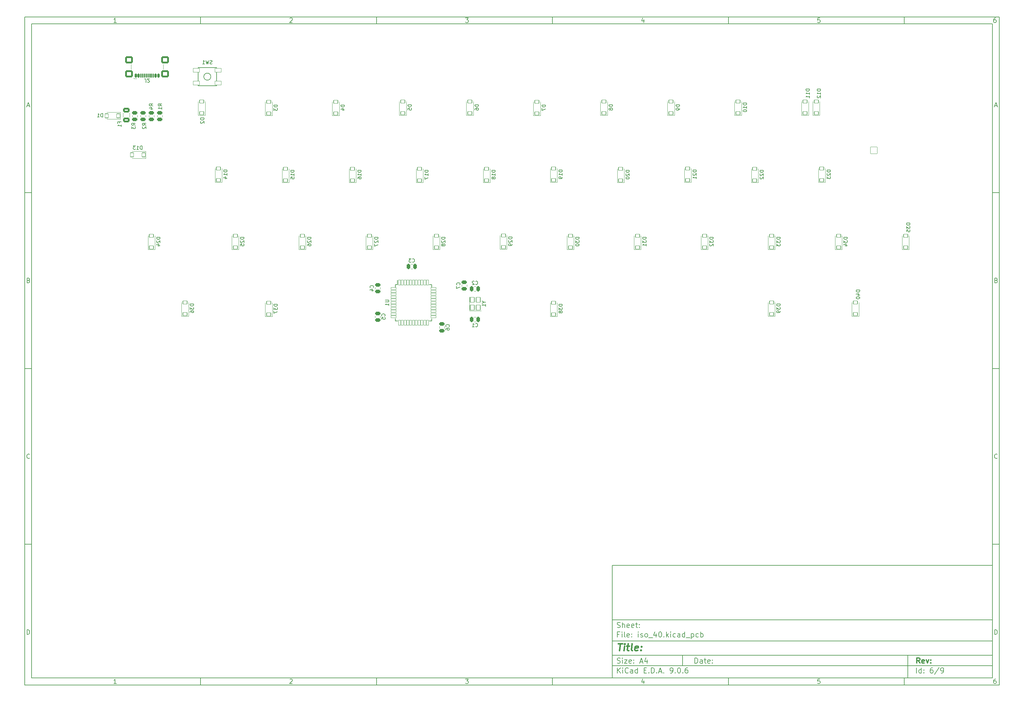
<source format=gbo>
%TF.GenerationSoftware,KiCad,Pcbnew,9.0.6*%
%TF.CreationDate,2025-12-20T11:42:01+11:00*%
%TF.ProjectId,iso_40,69736f5f-3430-42e6-9b69-6361645f7063,rev?*%
%TF.SameCoordinates,Original*%
%TF.FileFunction,Legend,Bot*%
%TF.FilePolarity,Positive*%
%FSLAX46Y46*%
G04 Gerber Fmt 4.6, Leading zero omitted, Abs format (unit mm)*
G04 Created by KiCad (PCBNEW 9.0.6) date 2025-12-20 11:42:01*
%MOMM*%
%LPD*%
G01*
G04 APERTURE LIST*
G04 Aperture macros list*
%AMRoundRect*
0 Rectangle with rounded corners*
0 $1 Rounding radius*
0 $2 $3 $4 $5 $6 $7 $8 $9 X,Y pos of 4 corners*
0 Add a 4 corners polygon primitive as box body*
4,1,4,$2,$3,$4,$5,$6,$7,$8,$9,$2,$3,0*
0 Add four circle primitives for the rounded corners*
1,1,$1+$1,$2,$3*
1,1,$1+$1,$4,$5*
1,1,$1+$1,$6,$7*
1,1,$1+$1,$8,$9*
0 Add four rect primitives between the rounded corners*
20,1,$1+$1,$2,$3,$4,$5,0*
20,1,$1+$1,$4,$5,$6,$7,0*
20,1,$1+$1,$6,$7,$8,$9,0*
20,1,$1+$1,$8,$9,$2,$3,0*%
G04 Aperture macros list end*
%ADD10C,0.100000*%
%ADD11C,0.150000*%
%ADD12C,0.300000*%
%ADD13C,0.400000*%
%ADD14C,0.120000*%
%ADD15RoundRect,0.262500X-0.877500X-0.787500X0.877500X-0.787500X0.877500X0.787500X-0.877500X0.787500X0*%
%ADD16RoundRect,0.175000X-0.175000X-0.450000X0.175000X-0.450000X0.175000X0.450000X-0.175000X0.450000X0*%
%ADD17RoundRect,0.100000X-0.100000X-0.525000X0.100000X-0.525000X0.100000X0.525000X-0.100000X0.525000X0*%
%ADD18C,0.750000*%
%ADD19RoundRect,0.050000X0.600000X-0.450000X0.600000X0.450000X-0.600000X0.450000X-0.600000X-0.450000X0*%
%ADD20C,1.850000*%
%ADD21C,4.087800*%
%ADD22C,2.350000*%
%ADD23C,3.148000*%
%ADD24C,2.005000*%
%ADD25RoundRect,0.050000X-0.952500X-0.952500X0.952500X-0.952500X0.952500X0.952500X-0.952500X0.952500X0*%
%ADD26RoundRect,0.268750X-0.268750X-0.481250X0.268750X-0.481250X0.268750X0.481250X-0.268750X0.481250X0*%
%ADD27RoundRect,0.268750X0.268750X0.481250X-0.268750X0.481250X-0.268750X-0.481250X0.268750X-0.481250X0*%
%ADD28RoundRect,0.268750X0.481250X-0.268750X0.481250X0.268750X-0.481250X0.268750X-0.481250X-0.268750X0*%
%ADD29RoundRect,0.268750X-0.481250X0.268750X-0.481250X-0.268750X0.481250X-0.268750X0.481250X0.268750X0*%
%ADD30RoundRect,0.050000X0.450000X0.600000X-0.450000X0.600000X-0.450000X-0.600000X0.450000X-0.600000X0*%
%ADD31RoundRect,0.270000X0.655000X-0.405000X0.655000X0.405000X-0.655000X0.405000X-0.655000X-0.405000X0*%
%ADD32RoundRect,0.050000X-0.900000X-0.550000X0.900000X-0.550000X0.900000X0.550000X-0.900000X0.550000X0*%
%ADD33RoundRect,0.050000X-0.275000X0.750000X-0.275000X-0.750000X0.275000X-0.750000X0.275000X0.750000X0*%
%ADD34RoundRect,0.050000X0.750000X0.275000X-0.750000X0.275000X-0.750000X-0.275000X0.750000X-0.275000X0*%
%ADD35RoundRect,0.050000X0.600000X-0.700000X0.600000X0.700000X-0.600000X0.700000X-0.600000X-0.700000X0*%
G04 APERTURE END LIST*
D10*
D11*
X177002200Y-166007200D02*
X285002200Y-166007200D01*
X285002200Y-198007200D01*
X177002200Y-198007200D01*
X177002200Y-166007200D01*
D10*
D11*
X10000000Y-10000000D02*
X287002200Y-10000000D01*
X287002200Y-200007200D01*
X10000000Y-200007200D01*
X10000000Y-10000000D01*
D10*
D11*
X12000000Y-12000000D02*
X285002200Y-12000000D01*
X285002200Y-198007200D01*
X12000000Y-198007200D01*
X12000000Y-12000000D01*
D10*
D11*
X60000000Y-12000000D02*
X60000000Y-10000000D01*
D10*
D11*
X110000000Y-12000000D02*
X110000000Y-10000000D01*
D10*
D11*
X160000000Y-12000000D02*
X160000000Y-10000000D01*
D10*
D11*
X210000000Y-12000000D02*
X210000000Y-10000000D01*
D10*
D11*
X260000000Y-12000000D02*
X260000000Y-10000000D01*
D10*
D11*
X36089160Y-11593604D02*
X35346303Y-11593604D01*
X35717731Y-11593604D02*
X35717731Y-10293604D01*
X35717731Y-10293604D02*
X35593922Y-10479319D01*
X35593922Y-10479319D02*
X35470112Y-10603128D01*
X35470112Y-10603128D02*
X35346303Y-10665033D01*
D10*
D11*
X85346303Y-10417414D02*
X85408207Y-10355509D01*
X85408207Y-10355509D02*
X85532017Y-10293604D01*
X85532017Y-10293604D02*
X85841541Y-10293604D01*
X85841541Y-10293604D02*
X85965350Y-10355509D01*
X85965350Y-10355509D02*
X86027255Y-10417414D01*
X86027255Y-10417414D02*
X86089160Y-10541223D01*
X86089160Y-10541223D02*
X86089160Y-10665033D01*
X86089160Y-10665033D02*
X86027255Y-10850747D01*
X86027255Y-10850747D02*
X85284398Y-11593604D01*
X85284398Y-11593604D02*
X86089160Y-11593604D01*
D10*
D11*
X135284398Y-10293604D02*
X136089160Y-10293604D01*
X136089160Y-10293604D02*
X135655826Y-10788842D01*
X135655826Y-10788842D02*
X135841541Y-10788842D01*
X135841541Y-10788842D02*
X135965350Y-10850747D01*
X135965350Y-10850747D02*
X136027255Y-10912652D01*
X136027255Y-10912652D02*
X136089160Y-11036461D01*
X136089160Y-11036461D02*
X136089160Y-11345985D01*
X136089160Y-11345985D02*
X136027255Y-11469795D01*
X136027255Y-11469795D02*
X135965350Y-11531700D01*
X135965350Y-11531700D02*
X135841541Y-11593604D01*
X135841541Y-11593604D02*
X135470112Y-11593604D01*
X135470112Y-11593604D02*
X135346303Y-11531700D01*
X135346303Y-11531700D02*
X135284398Y-11469795D01*
D10*
D11*
X185965350Y-10726938D02*
X185965350Y-11593604D01*
X185655826Y-10231700D02*
X185346303Y-11160271D01*
X185346303Y-11160271D02*
X186151064Y-11160271D01*
D10*
D11*
X236027255Y-10293604D02*
X235408207Y-10293604D01*
X235408207Y-10293604D02*
X235346303Y-10912652D01*
X235346303Y-10912652D02*
X235408207Y-10850747D01*
X235408207Y-10850747D02*
X235532017Y-10788842D01*
X235532017Y-10788842D02*
X235841541Y-10788842D01*
X235841541Y-10788842D02*
X235965350Y-10850747D01*
X235965350Y-10850747D02*
X236027255Y-10912652D01*
X236027255Y-10912652D02*
X236089160Y-11036461D01*
X236089160Y-11036461D02*
X236089160Y-11345985D01*
X236089160Y-11345985D02*
X236027255Y-11469795D01*
X236027255Y-11469795D02*
X235965350Y-11531700D01*
X235965350Y-11531700D02*
X235841541Y-11593604D01*
X235841541Y-11593604D02*
X235532017Y-11593604D01*
X235532017Y-11593604D02*
X235408207Y-11531700D01*
X235408207Y-11531700D02*
X235346303Y-11469795D01*
D10*
D11*
X285965350Y-10293604D02*
X285717731Y-10293604D01*
X285717731Y-10293604D02*
X285593922Y-10355509D01*
X285593922Y-10355509D02*
X285532017Y-10417414D01*
X285532017Y-10417414D02*
X285408207Y-10603128D01*
X285408207Y-10603128D02*
X285346303Y-10850747D01*
X285346303Y-10850747D02*
X285346303Y-11345985D01*
X285346303Y-11345985D02*
X285408207Y-11469795D01*
X285408207Y-11469795D02*
X285470112Y-11531700D01*
X285470112Y-11531700D02*
X285593922Y-11593604D01*
X285593922Y-11593604D02*
X285841541Y-11593604D01*
X285841541Y-11593604D02*
X285965350Y-11531700D01*
X285965350Y-11531700D02*
X286027255Y-11469795D01*
X286027255Y-11469795D02*
X286089160Y-11345985D01*
X286089160Y-11345985D02*
X286089160Y-11036461D01*
X286089160Y-11036461D02*
X286027255Y-10912652D01*
X286027255Y-10912652D02*
X285965350Y-10850747D01*
X285965350Y-10850747D02*
X285841541Y-10788842D01*
X285841541Y-10788842D02*
X285593922Y-10788842D01*
X285593922Y-10788842D02*
X285470112Y-10850747D01*
X285470112Y-10850747D02*
X285408207Y-10912652D01*
X285408207Y-10912652D02*
X285346303Y-11036461D01*
D10*
D11*
X60000000Y-198007200D02*
X60000000Y-200007200D01*
D10*
D11*
X110000000Y-198007200D02*
X110000000Y-200007200D01*
D10*
D11*
X160000000Y-198007200D02*
X160000000Y-200007200D01*
D10*
D11*
X210000000Y-198007200D02*
X210000000Y-200007200D01*
D10*
D11*
X260000000Y-198007200D02*
X260000000Y-200007200D01*
D10*
D11*
X36089160Y-199600804D02*
X35346303Y-199600804D01*
X35717731Y-199600804D02*
X35717731Y-198300804D01*
X35717731Y-198300804D02*
X35593922Y-198486519D01*
X35593922Y-198486519D02*
X35470112Y-198610328D01*
X35470112Y-198610328D02*
X35346303Y-198672233D01*
D10*
D11*
X85346303Y-198424614D02*
X85408207Y-198362709D01*
X85408207Y-198362709D02*
X85532017Y-198300804D01*
X85532017Y-198300804D02*
X85841541Y-198300804D01*
X85841541Y-198300804D02*
X85965350Y-198362709D01*
X85965350Y-198362709D02*
X86027255Y-198424614D01*
X86027255Y-198424614D02*
X86089160Y-198548423D01*
X86089160Y-198548423D02*
X86089160Y-198672233D01*
X86089160Y-198672233D02*
X86027255Y-198857947D01*
X86027255Y-198857947D02*
X85284398Y-199600804D01*
X85284398Y-199600804D02*
X86089160Y-199600804D01*
D10*
D11*
X135284398Y-198300804D02*
X136089160Y-198300804D01*
X136089160Y-198300804D02*
X135655826Y-198796042D01*
X135655826Y-198796042D02*
X135841541Y-198796042D01*
X135841541Y-198796042D02*
X135965350Y-198857947D01*
X135965350Y-198857947D02*
X136027255Y-198919852D01*
X136027255Y-198919852D02*
X136089160Y-199043661D01*
X136089160Y-199043661D02*
X136089160Y-199353185D01*
X136089160Y-199353185D02*
X136027255Y-199476995D01*
X136027255Y-199476995D02*
X135965350Y-199538900D01*
X135965350Y-199538900D02*
X135841541Y-199600804D01*
X135841541Y-199600804D02*
X135470112Y-199600804D01*
X135470112Y-199600804D02*
X135346303Y-199538900D01*
X135346303Y-199538900D02*
X135284398Y-199476995D01*
D10*
D11*
X185965350Y-198734138D02*
X185965350Y-199600804D01*
X185655826Y-198238900D02*
X185346303Y-199167471D01*
X185346303Y-199167471D02*
X186151064Y-199167471D01*
D10*
D11*
X236027255Y-198300804D02*
X235408207Y-198300804D01*
X235408207Y-198300804D02*
X235346303Y-198919852D01*
X235346303Y-198919852D02*
X235408207Y-198857947D01*
X235408207Y-198857947D02*
X235532017Y-198796042D01*
X235532017Y-198796042D02*
X235841541Y-198796042D01*
X235841541Y-198796042D02*
X235965350Y-198857947D01*
X235965350Y-198857947D02*
X236027255Y-198919852D01*
X236027255Y-198919852D02*
X236089160Y-199043661D01*
X236089160Y-199043661D02*
X236089160Y-199353185D01*
X236089160Y-199353185D02*
X236027255Y-199476995D01*
X236027255Y-199476995D02*
X235965350Y-199538900D01*
X235965350Y-199538900D02*
X235841541Y-199600804D01*
X235841541Y-199600804D02*
X235532017Y-199600804D01*
X235532017Y-199600804D02*
X235408207Y-199538900D01*
X235408207Y-199538900D02*
X235346303Y-199476995D01*
D10*
D11*
X285965350Y-198300804D02*
X285717731Y-198300804D01*
X285717731Y-198300804D02*
X285593922Y-198362709D01*
X285593922Y-198362709D02*
X285532017Y-198424614D01*
X285532017Y-198424614D02*
X285408207Y-198610328D01*
X285408207Y-198610328D02*
X285346303Y-198857947D01*
X285346303Y-198857947D02*
X285346303Y-199353185D01*
X285346303Y-199353185D02*
X285408207Y-199476995D01*
X285408207Y-199476995D02*
X285470112Y-199538900D01*
X285470112Y-199538900D02*
X285593922Y-199600804D01*
X285593922Y-199600804D02*
X285841541Y-199600804D01*
X285841541Y-199600804D02*
X285965350Y-199538900D01*
X285965350Y-199538900D02*
X286027255Y-199476995D01*
X286027255Y-199476995D02*
X286089160Y-199353185D01*
X286089160Y-199353185D02*
X286089160Y-199043661D01*
X286089160Y-199043661D02*
X286027255Y-198919852D01*
X286027255Y-198919852D02*
X285965350Y-198857947D01*
X285965350Y-198857947D02*
X285841541Y-198796042D01*
X285841541Y-198796042D02*
X285593922Y-198796042D01*
X285593922Y-198796042D02*
X285470112Y-198857947D01*
X285470112Y-198857947D02*
X285408207Y-198919852D01*
X285408207Y-198919852D02*
X285346303Y-199043661D01*
D10*
D11*
X10000000Y-60000000D02*
X12000000Y-60000000D01*
D10*
D11*
X10000000Y-110000000D02*
X12000000Y-110000000D01*
D10*
D11*
X10000000Y-160000000D02*
X12000000Y-160000000D01*
D10*
D11*
X10690476Y-35222176D02*
X11309523Y-35222176D01*
X10566666Y-35593604D02*
X10999999Y-34293604D01*
X10999999Y-34293604D02*
X11433333Y-35593604D01*
D10*
D11*
X11092857Y-84912652D02*
X11278571Y-84974557D01*
X11278571Y-84974557D02*
X11340476Y-85036461D01*
X11340476Y-85036461D02*
X11402380Y-85160271D01*
X11402380Y-85160271D02*
X11402380Y-85345985D01*
X11402380Y-85345985D02*
X11340476Y-85469795D01*
X11340476Y-85469795D02*
X11278571Y-85531700D01*
X11278571Y-85531700D02*
X11154761Y-85593604D01*
X11154761Y-85593604D02*
X10659523Y-85593604D01*
X10659523Y-85593604D02*
X10659523Y-84293604D01*
X10659523Y-84293604D02*
X11092857Y-84293604D01*
X11092857Y-84293604D02*
X11216666Y-84355509D01*
X11216666Y-84355509D02*
X11278571Y-84417414D01*
X11278571Y-84417414D02*
X11340476Y-84541223D01*
X11340476Y-84541223D02*
X11340476Y-84665033D01*
X11340476Y-84665033D02*
X11278571Y-84788842D01*
X11278571Y-84788842D02*
X11216666Y-84850747D01*
X11216666Y-84850747D02*
X11092857Y-84912652D01*
X11092857Y-84912652D02*
X10659523Y-84912652D01*
D10*
D11*
X11402380Y-135469795D02*
X11340476Y-135531700D01*
X11340476Y-135531700D02*
X11154761Y-135593604D01*
X11154761Y-135593604D02*
X11030952Y-135593604D01*
X11030952Y-135593604D02*
X10845238Y-135531700D01*
X10845238Y-135531700D02*
X10721428Y-135407890D01*
X10721428Y-135407890D02*
X10659523Y-135284080D01*
X10659523Y-135284080D02*
X10597619Y-135036461D01*
X10597619Y-135036461D02*
X10597619Y-134850747D01*
X10597619Y-134850747D02*
X10659523Y-134603128D01*
X10659523Y-134603128D02*
X10721428Y-134479319D01*
X10721428Y-134479319D02*
X10845238Y-134355509D01*
X10845238Y-134355509D02*
X11030952Y-134293604D01*
X11030952Y-134293604D02*
X11154761Y-134293604D01*
X11154761Y-134293604D02*
X11340476Y-134355509D01*
X11340476Y-134355509D02*
X11402380Y-134417414D01*
D10*
D11*
X10659523Y-185593604D02*
X10659523Y-184293604D01*
X10659523Y-184293604D02*
X10969047Y-184293604D01*
X10969047Y-184293604D02*
X11154761Y-184355509D01*
X11154761Y-184355509D02*
X11278571Y-184479319D01*
X11278571Y-184479319D02*
X11340476Y-184603128D01*
X11340476Y-184603128D02*
X11402380Y-184850747D01*
X11402380Y-184850747D02*
X11402380Y-185036461D01*
X11402380Y-185036461D02*
X11340476Y-185284080D01*
X11340476Y-185284080D02*
X11278571Y-185407890D01*
X11278571Y-185407890D02*
X11154761Y-185531700D01*
X11154761Y-185531700D02*
X10969047Y-185593604D01*
X10969047Y-185593604D02*
X10659523Y-185593604D01*
D10*
D11*
X287002200Y-60000000D02*
X285002200Y-60000000D01*
D10*
D11*
X287002200Y-110000000D02*
X285002200Y-110000000D01*
D10*
D11*
X287002200Y-160000000D02*
X285002200Y-160000000D01*
D10*
D11*
X285692676Y-35222176D02*
X286311723Y-35222176D01*
X285568866Y-35593604D02*
X286002199Y-34293604D01*
X286002199Y-34293604D02*
X286435533Y-35593604D01*
D10*
D11*
X286095057Y-84912652D02*
X286280771Y-84974557D01*
X286280771Y-84974557D02*
X286342676Y-85036461D01*
X286342676Y-85036461D02*
X286404580Y-85160271D01*
X286404580Y-85160271D02*
X286404580Y-85345985D01*
X286404580Y-85345985D02*
X286342676Y-85469795D01*
X286342676Y-85469795D02*
X286280771Y-85531700D01*
X286280771Y-85531700D02*
X286156961Y-85593604D01*
X286156961Y-85593604D02*
X285661723Y-85593604D01*
X285661723Y-85593604D02*
X285661723Y-84293604D01*
X285661723Y-84293604D02*
X286095057Y-84293604D01*
X286095057Y-84293604D02*
X286218866Y-84355509D01*
X286218866Y-84355509D02*
X286280771Y-84417414D01*
X286280771Y-84417414D02*
X286342676Y-84541223D01*
X286342676Y-84541223D02*
X286342676Y-84665033D01*
X286342676Y-84665033D02*
X286280771Y-84788842D01*
X286280771Y-84788842D02*
X286218866Y-84850747D01*
X286218866Y-84850747D02*
X286095057Y-84912652D01*
X286095057Y-84912652D02*
X285661723Y-84912652D01*
D10*
D11*
X286404580Y-135469795D02*
X286342676Y-135531700D01*
X286342676Y-135531700D02*
X286156961Y-135593604D01*
X286156961Y-135593604D02*
X286033152Y-135593604D01*
X286033152Y-135593604D02*
X285847438Y-135531700D01*
X285847438Y-135531700D02*
X285723628Y-135407890D01*
X285723628Y-135407890D02*
X285661723Y-135284080D01*
X285661723Y-135284080D02*
X285599819Y-135036461D01*
X285599819Y-135036461D02*
X285599819Y-134850747D01*
X285599819Y-134850747D02*
X285661723Y-134603128D01*
X285661723Y-134603128D02*
X285723628Y-134479319D01*
X285723628Y-134479319D02*
X285847438Y-134355509D01*
X285847438Y-134355509D02*
X286033152Y-134293604D01*
X286033152Y-134293604D02*
X286156961Y-134293604D01*
X286156961Y-134293604D02*
X286342676Y-134355509D01*
X286342676Y-134355509D02*
X286404580Y-134417414D01*
D10*
D11*
X285661723Y-185593604D02*
X285661723Y-184293604D01*
X285661723Y-184293604D02*
X285971247Y-184293604D01*
X285971247Y-184293604D02*
X286156961Y-184355509D01*
X286156961Y-184355509D02*
X286280771Y-184479319D01*
X286280771Y-184479319D02*
X286342676Y-184603128D01*
X286342676Y-184603128D02*
X286404580Y-184850747D01*
X286404580Y-184850747D02*
X286404580Y-185036461D01*
X286404580Y-185036461D02*
X286342676Y-185284080D01*
X286342676Y-185284080D02*
X286280771Y-185407890D01*
X286280771Y-185407890D02*
X286156961Y-185531700D01*
X286156961Y-185531700D02*
X285971247Y-185593604D01*
X285971247Y-185593604D02*
X285661723Y-185593604D01*
D10*
D11*
X200458026Y-193793328D02*
X200458026Y-192293328D01*
X200458026Y-192293328D02*
X200815169Y-192293328D01*
X200815169Y-192293328D02*
X201029455Y-192364757D01*
X201029455Y-192364757D02*
X201172312Y-192507614D01*
X201172312Y-192507614D02*
X201243741Y-192650471D01*
X201243741Y-192650471D02*
X201315169Y-192936185D01*
X201315169Y-192936185D02*
X201315169Y-193150471D01*
X201315169Y-193150471D02*
X201243741Y-193436185D01*
X201243741Y-193436185D02*
X201172312Y-193579042D01*
X201172312Y-193579042D02*
X201029455Y-193721900D01*
X201029455Y-193721900D02*
X200815169Y-193793328D01*
X200815169Y-193793328D02*
X200458026Y-193793328D01*
X202600884Y-193793328D02*
X202600884Y-193007614D01*
X202600884Y-193007614D02*
X202529455Y-192864757D01*
X202529455Y-192864757D02*
X202386598Y-192793328D01*
X202386598Y-192793328D02*
X202100884Y-192793328D01*
X202100884Y-192793328D02*
X201958026Y-192864757D01*
X202600884Y-193721900D02*
X202458026Y-193793328D01*
X202458026Y-193793328D02*
X202100884Y-193793328D01*
X202100884Y-193793328D02*
X201958026Y-193721900D01*
X201958026Y-193721900D02*
X201886598Y-193579042D01*
X201886598Y-193579042D02*
X201886598Y-193436185D01*
X201886598Y-193436185D02*
X201958026Y-193293328D01*
X201958026Y-193293328D02*
X202100884Y-193221900D01*
X202100884Y-193221900D02*
X202458026Y-193221900D01*
X202458026Y-193221900D02*
X202600884Y-193150471D01*
X203100884Y-192793328D02*
X203672312Y-192793328D01*
X203315169Y-192293328D02*
X203315169Y-193579042D01*
X203315169Y-193579042D02*
X203386598Y-193721900D01*
X203386598Y-193721900D02*
X203529455Y-193793328D01*
X203529455Y-193793328D02*
X203672312Y-193793328D01*
X204743741Y-193721900D02*
X204600884Y-193793328D01*
X204600884Y-193793328D02*
X204315170Y-193793328D01*
X204315170Y-193793328D02*
X204172312Y-193721900D01*
X204172312Y-193721900D02*
X204100884Y-193579042D01*
X204100884Y-193579042D02*
X204100884Y-193007614D01*
X204100884Y-193007614D02*
X204172312Y-192864757D01*
X204172312Y-192864757D02*
X204315170Y-192793328D01*
X204315170Y-192793328D02*
X204600884Y-192793328D01*
X204600884Y-192793328D02*
X204743741Y-192864757D01*
X204743741Y-192864757D02*
X204815170Y-193007614D01*
X204815170Y-193007614D02*
X204815170Y-193150471D01*
X204815170Y-193150471D02*
X204100884Y-193293328D01*
X205458026Y-193650471D02*
X205529455Y-193721900D01*
X205529455Y-193721900D02*
X205458026Y-193793328D01*
X205458026Y-193793328D02*
X205386598Y-193721900D01*
X205386598Y-193721900D02*
X205458026Y-193650471D01*
X205458026Y-193650471D02*
X205458026Y-193793328D01*
X205458026Y-192864757D02*
X205529455Y-192936185D01*
X205529455Y-192936185D02*
X205458026Y-193007614D01*
X205458026Y-193007614D02*
X205386598Y-192936185D01*
X205386598Y-192936185D02*
X205458026Y-192864757D01*
X205458026Y-192864757D02*
X205458026Y-193007614D01*
D10*
D11*
X177002200Y-194507200D02*
X285002200Y-194507200D01*
D10*
D11*
X178458026Y-196593328D02*
X178458026Y-195093328D01*
X179315169Y-196593328D02*
X178672312Y-195736185D01*
X179315169Y-195093328D02*
X178458026Y-195950471D01*
X179958026Y-196593328D02*
X179958026Y-195593328D01*
X179958026Y-195093328D02*
X179886598Y-195164757D01*
X179886598Y-195164757D02*
X179958026Y-195236185D01*
X179958026Y-195236185D02*
X180029455Y-195164757D01*
X180029455Y-195164757D02*
X179958026Y-195093328D01*
X179958026Y-195093328D02*
X179958026Y-195236185D01*
X181529455Y-196450471D02*
X181458027Y-196521900D01*
X181458027Y-196521900D02*
X181243741Y-196593328D01*
X181243741Y-196593328D02*
X181100884Y-196593328D01*
X181100884Y-196593328D02*
X180886598Y-196521900D01*
X180886598Y-196521900D02*
X180743741Y-196379042D01*
X180743741Y-196379042D02*
X180672312Y-196236185D01*
X180672312Y-196236185D02*
X180600884Y-195950471D01*
X180600884Y-195950471D02*
X180600884Y-195736185D01*
X180600884Y-195736185D02*
X180672312Y-195450471D01*
X180672312Y-195450471D02*
X180743741Y-195307614D01*
X180743741Y-195307614D02*
X180886598Y-195164757D01*
X180886598Y-195164757D02*
X181100884Y-195093328D01*
X181100884Y-195093328D02*
X181243741Y-195093328D01*
X181243741Y-195093328D02*
X181458027Y-195164757D01*
X181458027Y-195164757D02*
X181529455Y-195236185D01*
X182815170Y-196593328D02*
X182815170Y-195807614D01*
X182815170Y-195807614D02*
X182743741Y-195664757D01*
X182743741Y-195664757D02*
X182600884Y-195593328D01*
X182600884Y-195593328D02*
X182315170Y-195593328D01*
X182315170Y-195593328D02*
X182172312Y-195664757D01*
X182815170Y-196521900D02*
X182672312Y-196593328D01*
X182672312Y-196593328D02*
X182315170Y-196593328D01*
X182315170Y-196593328D02*
X182172312Y-196521900D01*
X182172312Y-196521900D02*
X182100884Y-196379042D01*
X182100884Y-196379042D02*
X182100884Y-196236185D01*
X182100884Y-196236185D02*
X182172312Y-196093328D01*
X182172312Y-196093328D02*
X182315170Y-196021900D01*
X182315170Y-196021900D02*
X182672312Y-196021900D01*
X182672312Y-196021900D02*
X182815170Y-195950471D01*
X184172313Y-196593328D02*
X184172313Y-195093328D01*
X184172313Y-196521900D02*
X184029455Y-196593328D01*
X184029455Y-196593328D02*
X183743741Y-196593328D01*
X183743741Y-196593328D02*
X183600884Y-196521900D01*
X183600884Y-196521900D02*
X183529455Y-196450471D01*
X183529455Y-196450471D02*
X183458027Y-196307614D01*
X183458027Y-196307614D02*
X183458027Y-195879042D01*
X183458027Y-195879042D02*
X183529455Y-195736185D01*
X183529455Y-195736185D02*
X183600884Y-195664757D01*
X183600884Y-195664757D02*
X183743741Y-195593328D01*
X183743741Y-195593328D02*
X184029455Y-195593328D01*
X184029455Y-195593328D02*
X184172313Y-195664757D01*
X186029455Y-195807614D02*
X186529455Y-195807614D01*
X186743741Y-196593328D02*
X186029455Y-196593328D01*
X186029455Y-196593328D02*
X186029455Y-195093328D01*
X186029455Y-195093328D02*
X186743741Y-195093328D01*
X187386598Y-196450471D02*
X187458027Y-196521900D01*
X187458027Y-196521900D02*
X187386598Y-196593328D01*
X187386598Y-196593328D02*
X187315170Y-196521900D01*
X187315170Y-196521900D02*
X187386598Y-196450471D01*
X187386598Y-196450471D02*
X187386598Y-196593328D01*
X188100884Y-196593328D02*
X188100884Y-195093328D01*
X188100884Y-195093328D02*
X188458027Y-195093328D01*
X188458027Y-195093328D02*
X188672313Y-195164757D01*
X188672313Y-195164757D02*
X188815170Y-195307614D01*
X188815170Y-195307614D02*
X188886599Y-195450471D01*
X188886599Y-195450471D02*
X188958027Y-195736185D01*
X188958027Y-195736185D02*
X188958027Y-195950471D01*
X188958027Y-195950471D02*
X188886599Y-196236185D01*
X188886599Y-196236185D02*
X188815170Y-196379042D01*
X188815170Y-196379042D02*
X188672313Y-196521900D01*
X188672313Y-196521900D02*
X188458027Y-196593328D01*
X188458027Y-196593328D02*
X188100884Y-196593328D01*
X189600884Y-196450471D02*
X189672313Y-196521900D01*
X189672313Y-196521900D02*
X189600884Y-196593328D01*
X189600884Y-196593328D02*
X189529456Y-196521900D01*
X189529456Y-196521900D02*
X189600884Y-196450471D01*
X189600884Y-196450471D02*
X189600884Y-196593328D01*
X190243742Y-196164757D02*
X190958028Y-196164757D01*
X190100885Y-196593328D02*
X190600885Y-195093328D01*
X190600885Y-195093328D02*
X191100885Y-196593328D01*
X191600884Y-196450471D02*
X191672313Y-196521900D01*
X191672313Y-196521900D02*
X191600884Y-196593328D01*
X191600884Y-196593328D02*
X191529456Y-196521900D01*
X191529456Y-196521900D02*
X191600884Y-196450471D01*
X191600884Y-196450471D02*
X191600884Y-196593328D01*
X193529456Y-196593328D02*
X193815170Y-196593328D01*
X193815170Y-196593328D02*
X193958027Y-196521900D01*
X193958027Y-196521900D02*
X194029456Y-196450471D01*
X194029456Y-196450471D02*
X194172313Y-196236185D01*
X194172313Y-196236185D02*
X194243742Y-195950471D01*
X194243742Y-195950471D02*
X194243742Y-195379042D01*
X194243742Y-195379042D02*
X194172313Y-195236185D01*
X194172313Y-195236185D02*
X194100885Y-195164757D01*
X194100885Y-195164757D02*
X193958027Y-195093328D01*
X193958027Y-195093328D02*
X193672313Y-195093328D01*
X193672313Y-195093328D02*
X193529456Y-195164757D01*
X193529456Y-195164757D02*
X193458027Y-195236185D01*
X193458027Y-195236185D02*
X193386599Y-195379042D01*
X193386599Y-195379042D02*
X193386599Y-195736185D01*
X193386599Y-195736185D02*
X193458027Y-195879042D01*
X193458027Y-195879042D02*
X193529456Y-195950471D01*
X193529456Y-195950471D02*
X193672313Y-196021900D01*
X193672313Y-196021900D02*
X193958027Y-196021900D01*
X193958027Y-196021900D02*
X194100885Y-195950471D01*
X194100885Y-195950471D02*
X194172313Y-195879042D01*
X194172313Y-195879042D02*
X194243742Y-195736185D01*
X194886598Y-196450471D02*
X194958027Y-196521900D01*
X194958027Y-196521900D02*
X194886598Y-196593328D01*
X194886598Y-196593328D02*
X194815170Y-196521900D01*
X194815170Y-196521900D02*
X194886598Y-196450471D01*
X194886598Y-196450471D02*
X194886598Y-196593328D01*
X195886599Y-195093328D02*
X196029456Y-195093328D01*
X196029456Y-195093328D02*
X196172313Y-195164757D01*
X196172313Y-195164757D02*
X196243742Y-195236185D01*
X196243742Y-195236185D02*
X196315170Y-195379042D01*
X196315170Y-195379042D02*
X196386599Y-195664757D01*
X196386599Y-195664757D02*
X196386599Y-196021900D01*
X196386599Y-196021900D02*
X196315170Y-196307614D01*
X196315170Y-196307614D02*
X196243742Y-196450471D01*
X196243742Y-196450471D02*
X196172313Y-196521900D01*
X196172313Y-196521900D02*
X196029456Y-196593328D01*
X196029456Y-196593328D02*
X195886599Y-196593328D01*
X195886599Y-196593328D02*
X195743742Y-196521900D01*
X195743742Y-196521900D02*
X195672313Y-196450471D01*
X195672313Y-196450471D02*
X195600884Y-196307614D01*
X195600884Y-196307614D02*
X195529456Y-196021900D01*
X195529456Y-196021900D02*
X195529456Y-195664757D01*
X195529456Y-195664757D02*
X195600884Y-195379042D01*
X195600884Y-195379042D02*
X195672313Y-195236185D01*
X195672313Y-195236185D02*
X195743742Y-195164757D01*
X195743742Y-195164757D02*
X195886599Y-195093328D01*
X197029455Y-196450471D02*
X197100884Y-196521900D01*
X197100884Y-196521900D02*
X197029455Y-196593328D01*
X197029455Y-196593328D02*
X196958027Y-196521900D01*
X196958027Y-196521900D02*
X197029455Y-196450471D01*
X197029455Y-196450471D02*
X197029455Y-196593328D01*
X198386599Y-195093328D02*
X198100884Y-195093328D01*
X198100884Y-195093328D02*
X197958027Y-195164757D01*
X197958027Y-195164757D02*
X197886599Y-195236185D01*
X197886599Y-195236185D02*
X197743741Y-195450471D01*
X197743741Y-195450471D02*
X197672313Y-195736185D01*
X197672313Y-195736185D02*
X197672313Y-196307614D01*
X197672313Y-196307614D02*
X197743741Y-196450471D01*
X197743741Y-196450471D02*
X197815170Y-196521900D01*
X197815170Y-196521900D02*
X197958027Y-196593328D01*
X197958027Y-196593328D02*
X198243741Y-196593328D01*
X198243741Y-196593328D02*
X198386599Y-196521900D01*
X198386599Y-196521900D02*
X198458027Y-196450471D01*
X198458027Y-196450471D02*
X198529456Y-196307614D01*
X198529456Y-196307614D02*
X198529456Y-195950471D01*
X198529456Y-195950471D02*
X198458027Y-195807614D01*
X198458027Y-195807614D02*
X198386599Y-195736185D01*
X198386599Y-195736185D02*
X198243741Y-195664757D01*
X198243741Y-195664757D02*
X197958027Y-195664757D01*
X197958027Y-195664757D02*
X197815170Y-195736185D01*
X197815170Y-195736185D02*
X197743741Y-195807614D01*
X197743741Y-195807614D02*
X197672313Y-195950471D01*
D10*
D11*
X177002200Y-191507200D02*
X285002200Y-191507200D01*
D10*
D12*
X264413853Y-193785528D02*
X263913853Y-193071242D01*
X263556710Y-193785528D02*
X263556710Y-192285528D01*
X263556710Y-192285528D02*
X264128139Y-192285528D01*
X264128139Y-192285528D02*
X264270996Y-192356957D01*
X264270996Y-192356957D02*
X264342425Y-192428385D01*
X264342425Y-192428385D02*
X264413853Y-192571242D01*
X264413853Y-192571242D02*
X264413853Y-192785528D01*
X264413853Y-192785528D02*
X264342425Y-192928385D01*
X264342425Y-192928385D02*
X264270996Y-192999814D01*
X264270996Y-192999814D02*
X264128139Y-193071242D01*
X264128139Y-193071242D02*
X263556710Y-193071242D01*
X265628139Y-193714100D02*
X265485282Y-193785528D01*
X265485282Y-193785528D02*
X265199568Y-193785528D01*
X265199568Y-193785528D02*
X265056710Y-193714100D01*
X265056710Y-193714100D02*
X264985282Y-193571242D01*
X264985282Y-193571242D02*
X264985282Y-192999814D01*
X264985282Y-192999814D02*
X265056710Y-192856957D01*
X265056710Y-192856957D02*
X265199568Y-192785528D01*
X265199568Y-192785528D02*
X265485282Y-192785528D01*
X265485282Y-192785528D02*
X265628139Y-192856957D01*
X265628139Y-192856957D02*
X265699568Y-192999814D01*
X265699568Y-192999814D02*
X265699568Y-193142671D01*
X265699568Y-193142671D02*
X264985282Y-193285528D01*
X266199567Y-192785528D02*
X266556710Y-193785528D01*
X266556710Y-193785528D02*
X266913853Y-192785528D01*
X267485281Y-193642671D02*
X267556710Y-193714100D01*
X267556710Y-193714100D02*
X267485281Y-193785528D01*
X267485281Y-193785528D02*
X267413853Y-193714100D01*
X267413853Y-193714100D02*
X267485281Y-193642671D01*
X267485281Y-193642671D02*
X267485281Y-193785528D01*
X267485281Y-192856957D02*
X267556710Y-192928385D01*
X267556710Y-192928385D02*
X267485281Y-192999814D01*
X267485281Y-192999814D02*
X267413853Y-192928385D01*
X267413853Y-192928385D02*
X267485281Y-192856957D01*
X267485281Y-192856957D02*
X267485281Y-192999814D01*
D10*
D11*
X178386598Y-193721900D02*
X178600884Y-193793328D01*
X178600884Y-193793328D02*
X178958026Y-193793328D01*
X178958026Y-193793328D02*
X179100884Y-193721900D01*
X179100884Y-193721900D02*
X179172312Y-193650471D01*
X179172312Y-193650471D02*
X179243741Y-193507614D01*
X179243741Y-193507614D02*
X179243741Y-193364757D01*
X179243741Y-193364757D02*
X179172312Y-193221900D01*
X179172312Y-193221900D02*
X179100884Y-193150471D01*
X179100884Y-193150471D02*
X178958026Y-193079042D01*
X178958026Y-193079042D02*
X178672312Y-193007614D01*
X178672312Y-193007614D02*
X178529455Y-192936185D01*
X178529455Y-192936185D02*
X178458026Y-192864757D01*
X178458026Y-192864757D02*
X178386598Y-192721900D01*
X178386598Y-192721900D02*
X178386598Y-192579042D01*
X178386598Y-192579042D02*
X178458026Y-192436185D01*
X178458026Y-192436185D02*
X178529455Y-192364757D01*
X178529455Y-192364757D02*
X178672312Y-192293328D01*
X178672312Y-192293328D02*
X179029455Y-192293328D01*
X179029455Y-192293328D02*
X179243741Y-192364757D01*
X179886597Y-193793328D02*
X179886597Y-192793328D01*
X179886597Y-192293328D02*
X179815169Y-192364757D01*
X179815169Y-192364757D02*
X179886597Y-192436185D01*
X179886597Y-192436185D02*
X179958026Y-192364757D01*
X179958026Y-192364757D02*
X179886597Y-192293328D01*
X179886597Y-192293328D02*
X179886597Y-192436185D01*
X180458026Y-192793328D02*
X181243741Y-192793328D01*
X181243741Y-192793328D02*
X180458026Y-193793328D01*
X180458026Y-193793328D02*
X181243741Y-193793328D01*
X182386598Y-193721900D02*
X182243741Y-193793328D01*
X182243741Y-193793328D02*
X181958027Y-193793328D01*
X181958027Y-193793328D02*
X181815169Y-193721900D01*
X181815169Y-193721900D02*
X181743741Y-193579042D01*
X181743741Y-193579042D02*
X181743741Y-193007614D01*
X181743741Y-193007614D02*
X181815169Y-192864757D01*
X181815169Y-192864757D02*
X181958027Y-192793328D01*
X181958027Y-192793328D02*
X182243741Y-192793328D01*
X182243741Y-192793328D02*
X182386598Y-192864757D01*
X182386598Y-192864757D02*
X182458027Y-193007614D01*
X182458027Y-193007614D02*
X182458027Y-193150471D01*
X182458027Y-193150471D02*
X181743741Y-193293328D01*
X183100883Y-193650471D02*
X183172312Y-193721900D01*
X183172312Y-193721900D02*
X183100883Y-193793328D01*
X183100883Y-193793328D02*
X183029455Y-193721900D01*
X183029455Y-193721900D02*
X183100883Y-193650471D01*
X183100883Y-193650471D02*
X183100883Y-193793328D01*
X183100883Y-192864757D02*
X183172312Y-192936185D01*
X183172312Y-192936185D02*
X183100883Y-193007614D01*
X183100883Y-193007614D02*
X183029455Y-192936185D01*
X183029455Y-192936185D02*
X183100883Y-192864757D01*
X183100883Y-192864757D02*
X183100883Y-193007614D01*
X184886598Y-193364757D02*
X185600884Y-193364757D01*
X184743741Y-193793328D02*
X185243741Y-192293328D01*
X185243741Y-192293328D02*
X185743741Y-193793328D01*
X186886598Y-192793328D02*
X186886598Y-193793328D01*
X186529455Y-192221900D02*
X186172312Y-193293328D01*
X186172312Y-193293328D02*
X187100883Y-193293328D01*
D10*
D11*
X263458026Y-196593328D02*
X263458026Y-195093328D01*
X264815170Y-196593328D02*
X264815170Y-195093328D01*
X264815170Y-196521900D02*
X264672312Y-196593328D01*
X264672312Y-196593328D02*
X264386598Y-196593328D01*
X264386598Y-196593328D02*
X264243741Y-196521900D01*
X264243741Y-196521900D02*
X264172312Y-196450471D01*
X264172312Y-196450471D02*
X264100884Y-196307614D01*
X264100884Y-196307614D02*
X264100884Y-195879042D01*
X264100884Y-195879042D02*
X264172312Y-195736185D01*
X264172312Y-195736185D02*
X264243741Y-195664757D01*
X264243741Y-195664757D02*
X264386598Y-195593328D01*
X264386598Y-195593328D02*
X264672312Y-195593328D01*
X264672312Y-195593328D02*
X264815170Y-195664757D01*
X265529455Y-196450471D02*
X265600884Y-196521900D01*
X265600884Y-196521900D02*
X265529455Y-196593328D01*
X265529455Y-196593328D02*
X265458027Y-196521900D01*
X265458027Y-196521900D02*
X265529455Y-196450471D01*
X265529455Y-196450471D02*
X265529455Y-196593328D01*
X265529455Y-195664757D02*
X265600884Y-195736185D01*
X265600884Y-195736185D02*
X265529455Y-195807614D01*
X265529455Y-195807614D02*
X265458027Y-195736185D01*
X265458027Y-195736185D02*
X265529455Y-195664757D01*
X265529455Y-195664757D02*
X265529455Y-195807614D01*
X268029456Y-195093328D02*
X267743741Y-195093328D01*
X267743741Y-195093328D02*
X267600884Y-195164757D01*
X267600884Y-195164757D02*
X267529456Y-195236185D01*
X267529456Y-195236185D02*
X267386598Y-195450471D01*
X267386598Y-195450471D02*
X267315170Y-195736185D01*
X267315170Y-195736185D02*
X267315170Y-196307614D01*
X267315170Y-196307614D02*
X267386598Y-196450471D01*
X267386598Y-196450471D02*
X267458027Y-196521900D01*
X267458027Y-196521900D02*
X267600884Y-196593328D01*
X267600884Y-196593328D02*
X267886598Y-196593328D01*
X267886598Y-196593328D02*
X268029456Y-196521900D01*
X268029456Y-196521900D02*
X268100884Y-196450471D01*
X268100884Y-196450471D02*
X268172313Y-196307614D01*
X268172313Y-196307614D02*
X268172313Y-195950471D01*
X268172313Y-195950471D02*
X268100884Y-195807614D01*
X268100884Y-195807614D02*
X268029456Y-195736185D01*
X268029456Y-195736185D02*
X267886598Y-195664757D01*
X267886598Y-195664757D02*
X267600884Y-195664757D01*
X267600884Y-195664757D02*
X267458027Y-195736185D01*
X267458027Y-195736185D02*
X267386598Y-195807614D01*
X267386598Y-195807614D02*
X267315170Y-195950471D01*
X269886598Y-195021900D02*
X268600884Y-196950471D01*
X270458027Y-196593328D02*
X270743741Y-196593328D01*
X270743741Y-196593328D02*
X270886598Y-196521900D01*
X270886598Y-196521900D02*
X270958027Y-196450471D01*
X270958027Y-196450471D02*
X271100884Y-196236185D01*
X271100884Y-196236185D02*
X271172313Y-195950471D01*
X271172313Y-195950471D02*
X271172313Y-195379042D01*
X271172313Y-195379042D02*
X271100884Y-195236185D01*
X271100884Y-195236185D02*
X271029456Y-195164757D01*
X271029456Y-195164757D02*
X270886598Y-195093328D01*
X270886598Y-195093328D02*
X270600884Y-195093328D01*
X270600884Y-195093328D02*
X270458027Y-195164757D01*
X270458027Y-195164757D02*
X270386598Y-195236185D01*
X270386598Y-195236185D02*
X270315170Y-195379042D01*
X270315170Y-195379042D02*
X270315170Y-195736185D01*
X270315170Y-195736185D02*
X270386598Y-195879042D01*
X270386598Y-195879042D02*
X270458027Y-195950471D01*
X270458027Y-195950471D02*
X270600884Y-196021900D01*
X270600884Y-196021900D02*
X270886598Y-196021900D01*
X270886598Y-196021900D02*
X271029456Y-195950471D01*
X271029456Y-195950471D02*
X271100884Y-195879042D01*
X271100884Y-195879042D02*
X271172313Y-195736185D01*
D10*
D11*
X177002200Y-187507200D02*
X285002200Y-187507200D01*
D10*
D13*
X178693928Y-188211638D02*
X179836785Y-188211638D01*
X179015357Y-190211638D02*
X179265357Y-188211638D01*
X180253452Y-190211638D02*
X180420119Y-188878304D01*
X180503452Y-188211638D02*
X180396309Y-188306876D01*
X180396309Y-188306876D02*
X180479643Y-188402114D01*
X180479643Y-188402114D02*
X180586786Y-188306876D01*
X180586786Y-188306876D02*
X180503452Y-188211638D01*
X180503452Y-188211638D02*
X180479643Y-188402114D01*
X181086786Y-188878304D02*
X181848690Y-188878304D01*
X181455833Y-188211638D02*
X181241548Y-189925923D01*
X181241548Y-189925923D02*
X181312976Y-190116400D01*
X181312976Y-190116400D02*
X181491548Y-190211638D01*
X181491548Y-190211638D02*
X181682024Y-190211638D01*
X182634405Y-190211638D02*
X182455833Y-190116400D01*
X182455833Y-190116400D02*
X182384405Y-189925923D01*
X182384405Y-189925923D02*
X182598690Y-188211638D01*
X184170119Y-190116400D02*
X183967738Y-190211638D01*
X183967738Y-190211638D02*
X183586785Y-190211638D01*
X183586785Y-190211638D02*
X183408214Y-190116400D01*
X183408214Y-190116400D02*
X183336785Y-189925923D01*
X183336785Y-189925923D02*
X183432024Y-189164019D01*
X183432024Y-189164019D02*
X183551071Y-188973542D01*
X183551071Y-188973542D02*
X183753452Y-188878304D01*
X183753452Y-188878304D02*
X184134404Y-188878304D01*
X184134404Y-188878304D02*
X184312976Y-188973542D01*
X184312976Y-188973542D02*
X184384404Y-189164019D01*
X184384404Y-189164019D02*
X184360595Y-189354495D01*
X184360595Y-189354495D02*
X183384404Y-189544971D01*
X185134405Y-190021161D02*
X185217738Y-190116400D01*
X185217738Y-190116400D02*
X185110595Y-190211638D01*
X185110595Y-190211638D02*
X185027262Y-190116400D01*
X185027262Y-190116400D02*
X185134405Y-190021161D01*
X185134405Y-190021161D02*
X185110595Y-190211638D01*
X185265357Y-188973542D02*
X185348690Y-189068780D01*
X185348690Y-189068780D02*
X185241548Y-189164019D01*
X185241548Y-189164019D02*
X185158214Y-189068780D01*
X185158214Y-189068780D02*
X185265357Y-188973542D01*
X185265357Y-188973542D02*
X185241548Y-189164019D01*
D10*
D11*
X178958026Y-185607614D02*
X178458026Y-185607614D01*
X178458026Y-186393328D02*
X178458026Y-184893328D01*
X178458026Y-184893328D02*
X179172312Y-184893328D01*
X179743740Y-186393328D02*
X179743740Y-185393328D01*
X179743740Y-184893328D02*
X179672312Y-184964757D01*
X179672312Y-184964757D02*
X179743740Y-185036185D01*
X179743740Y-185036185D02*
X179815169Y-184964757D01*
X179815169Y-184964757D02*
X179743740Y-184893328D01*
X179743740Y-184893328D02*
X179743740Y-185036185D01*
X180672312Y-186393328D02*
X180529455Y-186321900D01*
X180529455Y-186321900D02*
X180458026Y-186179042D01*
X180458026Y-186179042D02*
X180458026Y-184893328D01*
X181815169Y-186321900D02*
X181672312Y-186393328D01*
X181672312Y-186393328D02*
X181386598Y-186393328D01*
X181386598Y-186393328D02*
X181243740Y-186321900D01*
X181243740Y-186321900D02*
X181172312Y-186179042D01*
X181172312Y-186179042D02*
X181172312Y-185607614D01*
X181172312Y-185607614D02*
X181243740Y-185464757D01*
X181243740Y-185464757D02*
X181386598Y-185393328D01*
X181386598Y-185393328D02*
X181672312Y-185393328D01*
X181672312Y-185393328D02*
X181815169Y-185464757D01*
X181815169Y-185464757D02*
X181886598Y-185607614D01*
X181886598Y-185607614D02*
X181886598Y-185750471D01*
X181886598Y-185750471D02*
X181172312Y-185893328D01*
X182529454Y-186250471D02*
X182600883Y-186321900D01*
X182600883Y-186321900D02*
X182529454Y-186393328D01*
X182529454Y-186393328D02*
X182458026Y-186321900D01*
X182458026Y-186321900D02*
X182529454Y-186250471D01*
X182529454Y-186250471D02*
X182529454Y-186393328D01*
X182529454Y-185464757D02*
X182600883Y-185536185D01*
X182600883Y-185536185D02*
X182529454Y-185607614D01*
X182529454Y-185607614D02*
X182458026Y-185536185D01*
X182458026Y-185536185D02*
X182529454Y-185464757D01*
X182529454Y-185464757D02*
X182529454Y-185607614D01*
X184386597Y-186393328D02*
X184386597Y-185393328D01*
X184386597Y-184893328D02*
X184315169Y-184964757D01*
X184315169Y-184964757D02*
X184386597Y-185036185D01*
X184386597Y-185036185D02*
X184458026Y-184964757D01*
X184458026Y-184964757D02*
X184386597Y-184893328D01*
X184386597Y-184893328D02*
X184386597Y-185036185D01*
X185029455Y-186321900D02*
X185172312Y-186393328D01*
X185172312Y-186393328D02*
X185458026Y-186393328D01*
X185458026Y-186393328D02*
X185600883Y-186321900D01*
X185600883Y-186321900D02*
X185672312Y-186179042D01*
X185672312Y-186179042D02*
X185672312Y-186107614D01*
X185672312Y-186107614D02*
X185600883Y-185964757D01*
X185600883Y-185964757D02*
X185458026Y-185893328D01*
X185458026Y-185893328D02*
X185243741Y-185893328D01*
X185243741Y-185893328D02*
X185100883Y-185821900D01*
X185100883Y-185821900D02*
X185029455Y-185679042D01*
X185029455Y-185679042D02*
X185029455Y-185607614D01*
X185029455Y-185607614D02*
X185100883Y-185464757D01*
X185100883Y-185464757D02*
X185243741Y-185393328D01*
X185243741Y-185393328D02*
X185458026Y-185393328D01*
X185458026Y-185393328D02*
X185600883Y-185464757D01*
X186529455Y-186393328D02*
X186386598Y-186321900D01*
X186386598Y-186321900D02*
X186315169Y-186250471D01*
X186315169Y-186250471D02*
X186243741Y-186107614D01*
X186243741Y-186107614D02*
X186243741Y-185679042D01*
X186243741Y-185679042D02*
X186315169Y-185536185D01*
X186315169Y-185536185D02*
X186386598Y-185464757D01*
X186386598Y-185464757D02*
X186529455Y-185393328D01*
X186529455Y-185393328D02*
X186743741Y-185393328D01*
X186743741Y-185393328D02*
X186886598Y-185464757D01*
X186886598Y-185464757D02*
X186958027Y-185536185D01*
X186958027Y-185536185D02*
X187029455Y-185679042D01*
X187029455Y-185679042D02*
X187029455Y-186107614D01*
X187029455Y-186107614D02*
X186958027Y-186250471D01*
X186958027Y-186250471D02*
X186886598Y-186321900D01*
X186886598Y-186321900D02*
X186743741Y-186393328D01*
X186743741Y-186393328D02*
X186529455Y-186393328D01*
X187315170Y-186536185D02*
X188458027Y-186536185D01*
X189458027Y-185393328D02*
X189458027Y-186393328D01*
X189100884Y-184821900D02*
X188743741Y-185893328D01*
X188743741Y-185893328D02*
X189672312Y-185893328D01*
X190529455Y-184893328D02*
X190672312Y-184893328D01*
X190672312Y-184893328D02*
X190815169Y-184964757D01*
X190815169Y-184964757D02*
X190886598Y-185036185D01*
X190886598Y-185036185D02*
X190958026Y-185179042D01*
X190958026Y-185179042D02*
X191029455Y-185464757D01*
X191029455Y-185464757D02*
X191029455Y-185821900D01*
X191029455Y-185821900D02*
X190958026Y-186107614D01*
X190958026Y-186107614D02*
X190886598Y-186250471D01*
X190886598Y-186250471D02*
X190815169Y-186321900D01*
X190815169Y-186321900D02*
X190672312Y-186393328D01*
X190672312Y-186393328D02*
X190529455Y-186393328D01*
X190529455Y-186393328D02*
X190386598Y-186321900D01*
X190386598Y-186321900D02*
X190315169Y-186250471D01*
X190315169Y-186250471D02*
X190243740Y-186107614D01*
X190243740Y-186107614D02*
X190172312Y-185821900D01*
X190172312Y-185821900D02*
X190172312Y-185464757D01*
X190172312Y-185464757D02*
X190243740Y-185179042D01*
X190243740Y-185179042D02*
X190315169Y-185036185D01*
X190315169Y-185036185D02*
X190386598Y-184964757D01*
X190386598Y-184964757D02*
X190529455Y-184893328D01*
X191672311Y-186250471D02*
X191743740Y-186321900D01*
X191743740Y-186321900D02*
X191672311Y-186393328D01*
X191672311Y-186393328D02*
X191600883Y-186321900D01*
X191600883Y-186321900D02*
X191672311Y-186250471D01*
X191672311Y-186250471D02*
X191672311Y-186393328D01*
X192386597Y-186393328D02*
X192386597Y-184893328D01*
X192529455Y-185821900D02*
X192958026Y-186393328D01*
X192958026Y-185393328D02*
X192386597Y-185964757D01*
X193600883Y-186393328D02*
X193600883Y-185393328D01*
X193600883Y-184893328D02*
X193529455Y-184964757D01*
X193529455Y-184964757D02*
X193600883Y-185036185D01*
X193600883Y-185036185D02*
X193672312Y-184964757D01*
X193672312Y-184964757D02*
X193600883Y-184893328D01*
X193600883Y-184893328D02*
X193600883Y-185036185D01*
X194958027Y-186321900D02*
X194815169Y-186393328D01*
X194815169Y-186393328D02*
X194529455Y-186393328D01*
X194529455Y-186393328D02*
X194386598Y-186321900D01*
X194386598Y-186321900D02*
X194315169Y-186250471D01*
X194315169Y-186250471D02*
X194243741Y-186107614D01*
X194243741Y-186107614D02*
X194243741Y-185679042D01*
X194243741Y-185679042D02*
X194315169Y-185536185D01*
X194315169Y-185536185D02*
X194386598Y-185464757D01*
X194386598Y-185464757D02*
X194529455Y-185393328D01*
X194529455Y-185393328D02*
X194815169Y-185393328D01*
X194815169Y-185393328D02*
X194958027Y-185464757D01*
X196243741Y-186393328D02*
X196243741Y-185607614D01*
X196243741Y-185607614D02*
X196172312Y-185464757D01*
X196172312Y-185464757D02*
X196029455Y-185393328D01*
X196029455Y-185393328D02*
X195743741Y-185393328D01*
X195743741Y-185393328D02*
X195600883Y-185464757D01*
X196243741Y-186321900D02*
X196100883Y-186393328D01*
X196100883Y-186393328D02*
X195743741Y-186393328D01*
X195743741Y-186393328D02*
X195600883Y-186321900D01*
X195600883Y-186321900D02*
X195529455Y-186179042D01*
X195529455Y-186179042D02*
X195529455Y-186036185D01*
X195529455Y-186036185D02*
X195600883Y-185893328D01*
X195600883Y-185893328D02*
X195743741Y-185821900D01*
X195743741Y-185821900D02*
X196100883Y-185821900D01*
X196100883Y-185821900D02*
X196243741Y-185750471D01*
X197600884Y-186393328D02*
X197600884Y-184893328D01*
X197600884Y-186321900D02*
X197458026Y-186393328D01*
X197458026Y-186393328D02*
X197172312Y-186393328D01*
X197172312Y-186393328D02*
X197029455Y-186321900D01*
X197029455Y-186321900D02*
X196958026Y-186250471D01*
X196958026Y-186250471D02*
X196886598Y-186107614D01*
X196886598Y-186107614D02*
X196886598Y-185679042D01*
X196886598Y-185679042D02*
X196958026Y-185536185D01*
X196958026Y-185536185D02*
X197029455Y-185464757D01*
X197029455Y-185464757D02*
X197172312Y-185393328D01*
X197172312Y-185393328D02*
X197458026Y-185393328D01*
X197458026Y-185393328D02*
X197600884Y-185464757D01*
X197958027Y-186536185D02*
X199100884Y-186536185D01*
X199458026Y-185393328D02*
X199458026Y-186893328D01*
X199458026Y-185464757D02*
X199600884Y-185393328D01*
X199600884Y-185393328D02*
X199886598Y-185393328D01*
X199886598Y-185393328D02*
X200029455Y-185464757D01*
X200029455Y-185464757D02*
X200100884Y-185536185D01*
X200100884Y-185536185D02*
X200172312Y-185679042D01*
X200172312Y-185679042D02*
X200172312Y-186107614D01*
X200172312Y-186107614D02*
X200100884Y-186250471D01*
X200100884Y-186250471D02*
X200029455Y-186321900D01*
X200029455Y-186321900D02*
X199886598Y-186393328D01*
X199886598Y-186393328D02*
X199600884Y-186393328D01*
X199600884Y-186393328D02*
X199458026Y-186321900D01*
X201458027Y-186321900D02*
X201315169Y-186393328D01*
X201315169Y-186393328D02*
X201029455Y-186393328D01*
X201029455Y-186393328D02*
X200886598Y-186321900D01*
X200886598Y-186321900D02*
X200815169Y-186250471D01*
X200815169Y-186250471D02*
X200743741Y-186107614D01*
X200743741Y-186107614D02*
X200743741Y-185679042D01*
X200743741Y-185679042D02*
X200815169Y-185536185D01*
X200815169Y-185536185D02*
X200886598Y-185464757D01*
X200886598Y-185464757D02*
X201029455Y-185393328D01*
X201029455Y-185393328D02*
X201315169Y-185393328D01*
X201315169Y-185393328D02*
X201458027Y-185464757D01*
X202100883Y-186393328D02*
X202100883Y-184893328D01*
X202100883Y-185464757D02*
X202243741Y-185393328D01*
X202243741Y-185393328D02*
X202529455Y-185393328D01*
X202529455Y-185393328D02*
X202672312Y-185464757D01*
X202672312Y-185464757D02*
X202743741Y-185536185D01*
X202743741Y-185536185D02*
X202815169Y-185679042D01*
X202815169Y-185679042D02*
X202815169Y-186107614D01*
X202815169Y-186107614D02*
X202743741Y-186250471D01*
X202743741Y-186250471D02*
X202672312Y-186321900D01*
X202672312Y-186321900D02*
X202529455Y-186393328D01*
X202529455Y-186393328D02*
X202243741Y-186393328D01*
X202243741Y-186393328D02*
X202100883Y-186321900D01*
D10*
D11*
X177002200Y-181507200D02*
X285002200Y-181507200D01*
D10*
D11*
X178386598Y-183621900D02*
X178600884Y-183693328D01*
X178600884Y-183693328D02*
X178958026Y-183693328D01*
X178958026Y-183693328D02*
X179100884Y-183621900D01*
X179100884Y-183621900D02*
X179172312Y-183550471D01*
X179172312Y-183550471D02*
X179243741Y-183407614D01*
X179243741Y-183407614D02*
X179243741Y-183264757D01*
X179243741Y-183264757D02*
X179172312Y-183121900D01*
X179172312Y-183121900D02*
X179100884Y-183050471D01*
X179100884Y-183050471D02*
X178958026Y-182979042D01*
X178958026Y-182979042D02*
X178672312Y-182907614D01*
X178672312Y-182907614D02*
X178529455Y-182836185D01*
X178529455Y-182836185D02*
X178458026Y-182764757D01*
X178458026Y-182764757D02*
X178386598Y-182621900D01*
X178386598Y-182621900D02*
X178386598Y-182479042D01*
X178386598Y-182479042D02*
X178458026Y-182336185D01*
X178458026Y-182336185D02*
X178529455Y-182264757D01*
X178529455Y-182264757D02*
X178672312Y-182193328D01*
X178672312Y-182193328D02*
X179029455Y-182193328D01*
X179029455Y-182193328D02*
X179243741Y-182264757D01*
X179886597Y-183693328D02*
X179886597Y-182193328D01*
X180529455Y-183693328D02*
X180529455Y-182907614D01*
X180529455Y-182907614D02*
X180458026Y-182764757D01*
X180458026Y-182764757D02*
X180315169Y-182693328D01*
X180315169Y-182693328D02*
X180100883Y-182693328D01*
X180100883Y-182693328D02*
X179958026Y-182764757D01*
X179958026Y-182764757D02*
X179886597Y-182836185D01*
X181815169Y-183621900D02*
X181672312Y-183693328D01*
X181672312Y-183693328D02*
X181386598Y-183693328D01*
X181386598Y-183693328D02*
X181243740Y-183621900D01*
X181243740Y-183621900D02*
X181172312Y-183479042D01*
X181172312Y-183479042D02*
X181172312Y-182907614D01*
X181172312Y-182907614D02*
X181243740Y-182764757D01*
X181243740Y-182764757D02*
X181386598Y-182693328D01*
X181386598Y-182693328D02*
X181672312Y-182693328D01*
X181672312Y-182693328D02*
X181815169Y-182764757D01*
X181815169Y-182764757D02*
X181886598Y-182907614D01*
X181886598Y-182907614D02*
X181886598Y-183050471D01*
X181886598Y-183050471D02*
X181172312Y-183193328D01*
X183100883Y-183621900D02*
X182958026Y-183693328D01*
X182958026Y-183693328D02*
X182672312Y-183693328D01*
X182672312Y-183693328D02*
X182529454Y-183621900D01*
X182529454Y-183621900D02*
X182458026Y-183479042D01*
X182458026Y-183479042D02*
X182458026Y-182907614D01*
X182458026Y-182907614D02*
X182529454Y-182764757D01*
X182529454Y-182764757D02*
X182672312Y-182693328D01*
X182672312Y-182693328D02*
X182958026Y-182693328D01*
X182958026Y-182693328D02*
X183100883Y-182764757D01*
X183100883Y-182764757D02*
X183172312Y-182907614D01*
X183172312Y-182907614D02*
X183172312Y-183050471D01*
X183172312Y-183050471D02*
X182458026Y-183193328D01*
X183600883Y-182693328D02*
X184172311Y-182693328D01*
X183815168Y-182193328D02*
X183815168Y-183479042D01*
X183815168Y-183479042D02*
X183886597Y-183621900D01*
X183886597Y-183621900D02*
X184029454Y-183693328D01*
X184029454Y-183693328D02*
X184172311Y-183693328D01*
X184672311Y-183550471D02*
X184743740Y-183621900D01*
X184743740Y-183621900D02*
X184672311Y-183693328D01*
X184672311Y-183693328D02*
X184600883Y-183621900D01*
X184600883Y-183621900D02*
X184672311Y-183550471D01*
X184672311Y-183550471D02*
X184672311Y-183693328D01*
X184672311Y-182764757D02*
X184743740Y-182836185D01*
X184743740Y-182836185D02*
X184672311Y-182907614D01*
X184672311Y-182907614D02*
X184600883Y-182836185D01*
X184600883Y-182836185D02*
X184672311Y-182764757D01*
X184672311Y-182764757D02*
X184672311Y-182907614D01*
D10*
D11*
X197002200Y-191507200D02*
X197002200Y-194507200D01*
D10*
D11*
X261002200Y-191507200D02*
X261002200Y-198007200D01*
X44464166Y-28610180D02*
X44464166Y-27895895D01*
X44464166Y-27895895D02*
X44416547Y-27753038D01*
X44416547Y-27753038D02*
X44321309Y-27657800D01*
X44321309Y-27657800D02*
X44178452Y-27610180D01*
X44178452Y-27610180D02*
X44083214Y-27610180D01*
X44892738Y-28514942D02*
X44940357Y-28562561D01*
X44940357Y-28562561D02*
X45035595Y-28610180D01*
X45035595Y-28610180D02*
X45273690Y-28610180D01*
X45273690Y-28610180D02*
X45368928Y-28562561D01*
X45368928Y-28562561D02*
X45416547Y-28514942D01*
X45416547Y-28514942D02*
X45464166Y-28419704D01*
X45464166Y-28419704D02*
X45464166Y-28324466D01*
X45464166Y-28324466D02*
X45416547Y-28181609D01*
X45416547Y-28181609D02*
X44845119Y-27610180D01*
X44845119Y-27610180D02*
X45464166Y-27610180D01*
X233023569Y-30535714D02*
X232023569Y-30535714D01*
X232023569Y-30535714D02*
X232023569Y-30773809D01*
X232023569Y-30773809D02*
X232071188Y-30916666D01*
X232071188Y-30916666D02*
X232166426Y-31011904D01*
X232166426Y-31011904D02*
X232261664Y-31059523D01*
X232261664Y-31059523D02*
X232452140Y-31107142D01*
X232452140Y-31107142D02*
X232594997Y-31107142D01*
X232594997Y-31107142D02*
X232785473Y-31059523D01*
X232785473Y-31059523D02*
X232880711Y-31011904D01*
X232880711Y-31011904D02*
X232975950Y-30916666D01*
X232975950Y-30916666D02*
X233023569Y-30773809D01*
X233023569Y-30773809D02*
X233023569Y-30535714D01*
X233023569Y-32059523D02*
X233023569Y-31488095D01*
X233023569Y-31773809D02*
X232023569Y-31773809D01*
X232023569Y-31773809D02*
X232166426Y-31678571D01*
X232166426Y-31678571D02*
X232261664Y-31583333D01*
X232261664Y-31583333D02*
X232309283Y-31488095D01*
X233023569Y-33011904D02*
X233023569Y-32440476D01*
X233023569Y-32726190D02*
X232023569Y-32726190D01*
X232023569Y-32726190D02*
X232166426Y-32630952D01*
X232166426Y-32630952D02*
X232261664Y-32535714D01*
X232261664Y-32535714D02*
X232309283Y-32440476D01*
X138135416Y-98053330D02*
X138183035Y-98100950D01*
X138183035Y-98100950D02*
X138325892Y-98148569D01*
X138325892Y-98148569D02*
X138421130Y-98148569D01*
X138421130Y-98148569D02*
X138563987Y-98100950D01*
X138563987Y-98100950D02*
X138659225Y-98005711D01*
X138659225Y-98005711D02*
X138706844Y-97910473D01*
X138706844Y-97910473D02*
X138754463Y-97719997D01*
X138754463Y-97719997D02*
X138754463Y-97577140D01*
X138754463Y-97577140D02*
X138706844Y-97386664D01*
X138706844Y-97386664D02*
X138659225Y-97291426D01*
X138659225Y-97291426D02*
X138563987Y-97196188D01*
X138563987Y-97196188D02*
X138421130Y-97148569D01*
X138421130Y-97148569D02*
X138325892Y-97148569D01*
X138325892Y-97148569D02*
X138183035Y-97196188D01*
X138183035Y-97196188D02*
X138135416Y-97243807D01*
X137183035Y-98148569D02*
X137754463Y-98148569D01*
X137468749Y-98148569D02*
X137468749Y-97148569D01*
X137468749Y-97148569D02*
X137563987Y-97291426D01*
X137563987Y-97291426D02*
X137659225Y-97386664D01*
X137659225Y-97386664D02*
X137754463Y-97434283D01*
X138135416Y-86022080D02*
X138183035Y-86069700D01*
X138183035Y-86069700D02*
X138325892Y-86117319D01*
X138325892Y-86117319D02*
X138421130Y-86117319D01*
X138421130Y-86117319D02*
X138563987Y-86069700D01*
X138563987Y-86069700D02*
X138659225Y-85974461D01*
X138659225Y-85974461D02*
X138706844Y-85879223D01*
X138706844Y-85879223D02*
X138754463Y-85688747D01*
X138754463Y-85688747D02*
X138754463Y-85545890D01*
X138754463Y-85545890D02*
X138706844Y-85355414D01*
X138706844Y-85355414D02*
X138659225Y-85260176D01*
X138659225Y-85260176D02*
X138563987Y-85164938D01*
X138563987Y-85164938D02*
X138421130Y-85117319D01*
X138421130Y-85117319D02*
X138325892Y-85117319D01*
X138325892Y-85117319D02*
X138183035Y-85164938D01*
X138183035Y-85164938D02*
X138135416Y-85212557D01*
X137754463Y-85212557D02*
X137706844Y-85164938D01*
X137706844Y-85164938D02*
X137611606Y-85117319D01*
X137611606Y-85117319D02*
X137373511Y-85117319D01*
X137373511Y-85117319D02*
X137278273Y-85164938D01*
X137278273Y-85164938D02*
X137230654Y-85212557D01*
X137230654Y-85212557D02*
X137183035Y-85307795D01*
X137183035Y-85307795D02*
X137183035Y-85403033D01*
X137183035Y-85403033D02*
X137230654Y-85545890D01*
X137230654Y-85545890D02*
X137802082Y-86117319D01*
X137802082Y-86117319D02*
X137183035Y-86117319D01*
X120166666Y-79672080D02*
X120214285Y-79719700D01*
X120214285Y-79719700D02*
X120357142Y-79767319D01*
X120357142Y-79767319D02*
X120452380Y-79767319D01*
X120452380Y-79767319D02*
X120595237Y-79719700D01*
X120595237Y-79719700D02*
X120690475Y-79624461D01*
X120690475Y-79624461D02*
X120738094Y-79529223D01*
X120738094Y-79529223D02*
X120785713Y-79338747D01*
X120785713Y-79338747D02*
X120785713Y-79195890D01*
X120785713Y-79195890D02*
X120738094Y-79005414D01*
X120738094Y-79005414D02*
X120690475Y-78910176D01*
X120690475Y-78910176D02*
X120595237Y-78814938D01*
X120595237Y-78814938D02*
X120452380Y-78767319D01*
X120452380Y-78767319D02*
X120357142Y-78767319D01*
X120357142Y-78767319D02*
X120214285Y-78814938D01*
X120214285Y-78814938D02*
X120166666Y-78862557D01*
X119833332Y-78767319D02*
X119214285Y-78767319D01*
X119214285Y-78767319D02*
X119547618Y-79148271D01*
X119547618Y-79148271D02*
X119404761Y-79148271D01*
X119404761Y-79148271D02*
X119309523Y-79195890D01*
X119309523Y-79195890D02*
X119261904Y-79243509D01*
X119261904Y-79243509D02*
X119214285Y-79338747D01*
X119214285Y-79338747D02*
X119214285Y-79576842D01*
X119214285Y-79576842D02*
X119261904Y-79672080D01*
X119261904Y-79672080D02*
X119309523Y-79719700D01*
X119309523Y-79719700D02*
X119404761Y-79767319D01*
X119404761Y-79767319D02*
X119690475Y-79767319D01*
X119690475Y-79767319D02*
X119785713Y-79719700D01*
X119785713Y-79719700D02*
X119833332Y-79672080D01*
X112340830Y-95083333D02*
X112388450Y-95035714D01*
X112388450Y-95035714D02*
X112436069Y-94892857D01*
X112436069Y-94892857D02*
X112436069Y-94797619D01*
X112436069Y-94797619D02*
X112388450Y-94654762D01*
X112388450Y-94654762D02*
X112293211Y-94559524D01*
X112293211Y-94559524D02*
X112197973Y-94511905D01*
X112197973Y-94511905D02*
X112007497Y-94464286D01*
X112007497Y-94464286D02*
X111864640Y-94464286D01*
X111864640Y-94464286D02*
X111674164Y-94511905D01*
X111674164Y-94511905D02*
X111578926Y-94559524D01*
X111578926Y-94559524D02*
X111483688Y-94654762D01*
X111483688Y-94654762D02*
X111436069Y-94797619D01*
X111436069Y-94797619D02*
X111436069Y-94892857D01*
X111436069Y-94892857D02*
X111483688Y-95035714D01*
X111483688Y-95035714D02*
X111531307Y-95083333D01*
X111436069Y-95988095D02*
X111436069Y-95511905D01*
X111436069Y-95511905D02*
X111912259Y-95464286D01*
X111912259Y-95464286D02*
X111864640Y-95511905D01*
X111864640Y-95511905D02*
X111817021Y-95607143D01*
X111817021Y-95607143D02*
X111817021Y-95845238D01*
X111817021Y-95845238D02*
X111864640Y-95940476D01*
X111864640Y-95940476D02*
X111912259Y-95988095D01*
X111912259Y-95988095D02*
X112007497Y-96035714D01*
X112007497Y-96035714D02*
X112245592Y-96035714D01*
X112245592Y-96035714D02*
X112340830Y-95988095D01*
X112340830Y-95988095D02*
X112388450Y-95940476D01*
X112388450Y-95940476D02*
X112436069Y-95845238D01*
X112436069Y-95845238D02*
X112436069Y-95607143D01*
X112436069Y-95607143D02*
X112388450Y-95511905D01*
X112388450Y-95511905D02*
X112340830Y-95464286D01*
X130597080Y-98114583D02*
X130644700Y-98066964D01*
X130644700Y-98066964D02*
X130692319Y-97924107D01*
X130692319Y-97924107D02*
X130692319Y-97828869D01*
X130692319Y-97828869D02*
X130644700Y-97686012D01*
X130644700Y-97686012D02*
X130549461Y-97590774D01*
X130549461Y-97590774D02*
X130454223Y-97543155D01*
X130454223Y-97543155D02*
X130263747Y-97495536D01*
X130263747Y-97495536D02*
X130120890Y-97495536D01*
X130120890Y-97495536D02*
X129930414Y-97543155D01*
X129930414Y-97543155D02*
X129835176Y-97590774D01*
X129835176Y-97590774D02*
X129739938Y-97686012D01*
X129739938Y-97686012D02*
X129692319Y-97828869D01*
X129692319Y-97828869D02*
X129692319Y-97924107D01*
X129692319Y-97924107D02*
X129739938Y-98066964D01*
X129739938Y-98066964D02*
X129787557Y-98114583D01*
X129692319Y-98971726D02*
X129692319Y-98781250D01*
X129692319Y-98781250D02*
X129739938Y-98686012D01*
X129739938Y-98686012D02*
X129787557Y-98638393D01*
X129787557Y-98638393D02*
X129930414Y-98543155D01*
X129930414Y-98543155D02*
X130120890Y-98495536D01*
X130120890Y-98495536D02*
X130501842Y-98495536D01*
X130501842Y-98495536D02*
X130597080Y-98543155D01*
X130597080Y-98543155D02*
X130644700Y-98590774D01*
X130644700Y-98590774D02*
X130692319Y-98686012D01*
X130692319Y-98686012D02*
X130692319Y-98876488D01*
X130692319Y-98876488D02*
X130644700Y-98971726D01*
X130644700Y-98971726D02*
X130597080Y-99019345D01*
X130597080Y-99019345D02*
X130501842Y-99066964D01*
X130501842Y-99066964D02*
X130263747Y-99066964D01*
X130263747Y-99066964D02*
X130168509Y-99019345D01*
X130168509Y-99019345D02*
X130120890Y-98971726D01*
X130120890Y-98971726D02*
X130073271Y-98876488D01*
X130073271Y-98876488D02*
X130073271Y-98686012D01*
X130073271Y-98686012D02*
X130120890Y-98590774D01*
X130120890Y-98590774D02*
X130168509Y-98543155D01*
X130168509Y-98543155D02*
X130263747Y-98495536D01*
X133647080Y-86208333D02*
X133694700Y-86160714D01*
X133694700Y-86160714D02*
X133742319Y-86017857D01*
X133742319Y-86017857D02*
X133742319Y-85922619D01*
X133742319Y-85922619D02*
X133694700Y-85779762D01*
X133694700Y-85779762D02*
X133599461Y-85684524D01*
X133599461Y-85684524D02*
X133504223Y-85636905D01*
X133504223Y-85636905D02*
X133313747Y-85589286D01*
X133313747Y-85589286D02*
X133170890Y-85589286D01*
X133170890Y-85589286D02*
X132980414Y-85636905D01*
X132980414Y-85636905D02*
X132885176Y-85684524D01*
X132885176Y-85684524D02*
X132789938Y-85779762D01*
X132789938Y-85779762D02*
X132742319Y-85922619D01*
X132742319Y-85922619D02*
X132742319Y-86017857D01*
X132742319Y-86017857D02*
X132789938Y-86160714D01*
X132789938Y-86160714D02*
X132837557Y-86208333D01*
X132742319Y-86541667D02*
X132742319Y-87208333D01*
X132742319Y-87208333D02*
X133742319Y-86779762D01*
X32175594Y-38454819D02*
X32175594Y-37454819D01*
X32175594Y-37454819D02*
X31937499Y-37454819D01*
X31937499Y-37454819D02*
X31794642Y-37502438D01*
X31794642Y-37502438D02*
X31699404Y-37597676D01*
X31699404Y-37597676D02*
X31651785Y-37692914D01*
X31651785Y-37692914D02*
X31604166Y-37883390D01*
X31604166Y-37883390D02*
X31604166Y-38026247D01*
X31604166Y-38026247D02*
X31651785Y-38216723D01*
X31651785Y-38216723D02*
X31699404Y-38311961D01*
X31699404Y-38311961D02*
X31794642Y-38407200D01*
X31794642Y-38407200D02*
X31937499Y-38454819D01*
X31937499Y-38454819D02*
X32175594Y-38454819D01*
X30651785Y-38454819D02*
X31223213Y-38454819D01*
X30937499Y-38454819D02*
X30937499Y-37454819D01*
X30937499Y-37454819D02*
X31032737Y-37597676D01*
X31032737Y-37597676D02*
X31127975Y-37692914D01*
X31127975Y-37692914D02*
X31223213Y-37740533D01*
X60954819Y-38761905D02*
X59954819Y-38761905D01*
X59954819Y-38761905D02*
X59954819Y-39000000D01*
X59954819Y-39000000D02*
X60002438Y-39142857D01*
X60002438Y-39142857D02*
X60097676Y-39238095D01*
X60097676Y-39238095D02*
X60192914Y-39285714D01*
X60192914Y-39285714D02*
X60383390Y-39333333D01*
X60383390Y-39333333D02*
X60526247Y-39333333D01*
X60526247Y-39333333D02*
X60716723Y-39285714D01*
X60716723Y-39285714D02*
X60811961Y-39238095D01*
X60811961Y-39238095D02*
X60907200Y-39142857D01*
X60907200Y-39142857D02*
X60954819Y-39000000D01*
X60954819Y-39000000D02*
X60954819Y-38761905D01*
X60050057Y-39714286D02*
X60002438Y-39761905D01*
X60002438Y-39761905D02*
X59954819Y-39857143D01*
X59954819Y-39857143D02*
X59954819Y-40095238D01*
X59954819Y-40095238D02*
X60002438Y-40190476D01*
X60002438Y-40190476D02*
X60050057Y-40238095D01*
X60050057Y-40238095D02*
X60145295Y-40285714D01*
X60145295Y-40285714D02*
X60240533Y-40285714D01*
X60240533Y-40285714D02*
X60383390Y-40238095D01*
X60383390Y-40238095D02*
X60954819Y-39666667D01*
X60954819Y-39666667D02*
X60954819Y-40285714D01*
X81829819Y-35043155D02*
X80829819Y-35043155D01*
X80829819Y-35043155D02*
X80829819Y-35281250D01*
X80829819Y-35281250D02*
X80877438Y-35424107D01*
X80877438Y-35424107D02*
X80972676Y-35519345D01*
X80972676Y-35519345D02*
X81067914Y-35566964D01*
X81067914Y-35566964D02*
X81258390Y-35614583D01*
X81258390Y-35614583D02*
X81401247Y-35614583D01*
X81401247Y-35614583D02*
X81591723Y-35566964D01*
X81591723Y-35566964D02*
X81686961Y-35519345D01*
X81686961Y-35519345D02*
X81782200Y-35424107D01*
X81782200Y-35424107D02*
X81829819Y-35281250D01*
X81829819Y-35281250D02*
X81829819Y-35043155D01*
X80829819Y-35947917D02*
X80829819Y-36566964D01*
X80829819Y-36566964D02*
X81210771Y-36233631D01*
X81210771Y-36233631D02*
X81210771Y-36376488D01*
X81210771Y-36376488D02*
X81258390Y-36471726D01*
X81258390Y-36471726D02*
X81306009Y-36519345D01*
X81306009Y-36519345D02*
X81401247Y-36566964D01*
X81401247Y-36566964D02*
X81639342Y-36566964D01*
X81639342Y-36566964D02*
X81734580Y-36519345D01*
X81734580Y-36519345D02*
X81782200Y-36471726D01*
X81782200Y-36471726D02*
X81829819Y-36376488D01*
X81829819Y-36376488D02*
X81829819Y-36090774D01*
X81829819Y-36090774D02*
X81782200Y-35995536D01*
X81782200Y-35995536D02*
X81734580Y-35947917D01*
X100879819Y-35043155D02*
X99879819Y-35043155D01*
X99879819Y-35043155D02*
X99879819Y-35281250D01*
X99879819Y-35281250D02*
X99927438Y-35424107D01*
X99927438Y-35424107D02*
X100022676Y-35519345D01*
X100022676Y-35519345D02*
X100117914Y-35566964D01*
X100117914Y-35566964D02*
X100308390Y-35614583D01*
X100308390Y-35614583D02*
X100451247Y-35614583D01*
X100451247Y-35614583D02*
X100641723Y-35566964D01*
X100641723Y-35566964D02*
X100736961Y-35519345D01*
X100736961Y-35519345D02*
X100832200Y-35424107D01*
X100832200Y-35424107D02*
X100879819Y-35281250D01*
X100879819Y-35281250D02*
X100879819Y-35043155D01*
X100213152Y-36471726D02*
X100879819Y-36471726D01*
X99832200Y-36233631D02*
X100546485Y-35995536D01*
X100546485Y-35995536D02*
X100546485Y-36614583D01*
X119929819Y-34980655D02*
X118929819Y-34980655D01*
X118929819Y-34980655D02*
X118929819Y-35218750D01*
X118929819Y-35218750D02*
X118977438Y-35361607D01*
X118977438Y-35361607D02*
X119072676Y-35456845D01*
X119072676Y-35456845D02*
X119167914Y-35504464D01*
X119167914Y-35504464D02*
X119358390Y-35552083D01*
X119358390Y-35552083D02*
X119501247Y-35552083D01*
X119501247Y-35552083D02*
X119691723Y-35504464D01*
X119691723Y-35504464D02*
X119786961Y-35456845D01*
X119786961Y-35456845D02*
X119882200Y-35361607D01*
X119882200Y-35361607D02*
X119929819Y-35218750D01*
X119929819Y-35218750D02*
X119929819Y-34980655D01*
X118929819Y-36456845D02*
X118929819Y-35980655D01*
X118929819Y-35980655D02*
X119406009Y-35933036D01*
X119406009Y-35933036D02*
X119358390Y-35980655D01*
X119358390Y-35980655D02*
X119310771Y-36075893D01*
X119310771Y-36075893D02*
X119310771Y-36313988D01*
X119310771Y-36313988D02*
X119358390Y-36409226D01*
X119358390Y-36409226D02*
X119406009Y-36456845D01*
X119406009Y-36456845D02*
X119501247Y-36504464D01*
X119501247Y-36504464D02*
X119739342Y-36504464D01*
X119739342Y-36504464D02*
X119834580Y-36456845D01*
X119834580Y-36456845D02*
X119882200Y-36409226D01*
X119882200Y-36409226D02*
X119929819Y-36313988D01*
X119929819Y-36313988D02*
X119929819Y-36075893D01*
X119929819Y-36075893D02*
X119882200Y-35980655D01*
X119882200Y-35980655D02*
X119834580Y-35933036D01*
X138979819Y-34980655D02*
X137979819Y-34980655D01*
X137979819Y-34980655D02*
X137979819Y-35218750D01*
X137979819Y-35218750D02*
X138027438Y-35361607D01*
X138027438Y-35361607D02*
X138122676Y-35456845D01*
X138122676Y-35456845D02*
X138217914Y-35504464D01*
X138217914Y-35504464D02*
X138408390Y-35552083D01*
X138408390Y-35552083D02*
X138551247Y-35552083D01*
X138551247Y-35552083D02*
X138741723Y-35504464D01*
X138741723Y-35504464D02*
X138836961Y-35456845D01*
X138836961Y-35456845D02*
X138932200Y-35361607D01*
X138932200Y-35361607D02*
X138979819Y-35218750D01*
X138979819Y-35218750D02*
X138979819Y-34980655D01*
X137979819Y-36409226D02*
X137979819Y-36218750D01*
X137979819Y-36218750D02*
X138027438Y-36123512D01*
X138027438Y-36123512D02*
X138075057Y-36075893D01*
X138075057Y-36075893D02*
X138217914Y-35980655D01*
X138217914Y-35980655D02*
X138408390Y-35933036D01*
X138408390Y-35933036D02*
X138789342Y-35933036D01*
X138789342Y-35933036D02*
X138884580Y-35980655D01*
X138884580Y-35980655D02*
X138932200Y-36028274D01*
X138932200Y-36028274D02*
X138979819Y-36123512D01*
X138979819Y-36123512D02*
X138979819Y-36313988D01*
X138979819Y-36313988D02*
X138932200Y-36409226D01*
X138932200Y-36409226D02*
X138884580Y-36456845D01*
X138884580Y-36456845D02*
X138789342Y-36504464D01*
X138789342Y-36504464D02*
X138551247Y-36504464D01*
X138551247Y-36504464D02*
X138456009Y-36456845D01*
X138456009Y-36456845D02*
X138408390Y-36409226D01*
X138408390Y-36409226D02*
X138360771Y-36313988D01*
X138360771Y-36313988D02*
X138360771Y-36123512D01*
X138360771Y-36123512D02*
X138408390Y-36028274D01*
X138408390Y-36028274D02*
X138456009Y-35980655D01*
X138456009Y-35980655D02*
X138551247Y-35933036D01*
X158029819Y-35043155D02*
X157029819Y-35043155D01*
X157029819Y-35043155D02*
X157029819Y-35281250D01*
X157029819Y-35281250D02*
X157077438Y-35424107D01*
X157077438Y-35424107D02*
X157172676Y-35519345D01*
X157172676Y-35519345D02*
X157267914Y-35566964D01*
X157267914Y-35566964D02*
X157458390Y-35614583D01*
X157458390Y-35614583D02*
X157601247Y-35614583D01*
X157601247Y-35614583D02*
X157791723Y-35566964D01*
X157791723Y-35566964D02*
X157886961Y-35519345D01*
X157886961Y-35519345D02*
X157982200Y-35424107D01*
X157982200Y-35424107D02*
X158029819Y-35281250D01*
X158029819Y-35281250D02*
X158029819Y-35043155D01*
X157029819Y-35947917D02*
X157029819Y-36614583D01*
X157029819Y-36614583D02*
X158029819Y-36186012D01*
X177079819Y-34980655D02*
X176079819Y-34980655D01*
X176079819Y-34980655D02*
X176079819Y-35218750D01*
X176079819Y-35218750D02*
X176127438Y-35361607D01*
X176127438Y-35361607D02*
X176222676Y-35456845D01*
X176222676Y-35456845D02*
X176317914Y-35504464D01*
X176317914Y-35504464D02*
X176508390Y-35552083D01*
X176508390Y-35552083D02*
X176651247Y-35552083D01*
X176651247Y-35552083D02*
X176841723Y-35504464D01*
X176841723Y-35504464D02*
X176936961Y-35456845D01*
X176936961Y-35456845D02*
X177032200Y-35361607D01*
X177032200Y-35361607D02*
X177079819Y-35218750D01*
X177079819Y-35218750D02*
X177079819Y-34980655D01*
X176508390Y-36123512D02*
X176460771Y-36028274D01*
X176460771Y-36028274D02*
X176413152Y-35980655D01*
X176413152Y-35980655D02*
X176317914Y-35933036D01*
X176317914Y-35933036D02*
X176270295Y-35933036D01*
X176270295Y-35933036D02*
X176175057Y-35980655D01*
X176175057Y-35980655D02*
X176127438Y-36028274D01*
X176127438Y-36028274D02*
X176079819Y-36123512D01*
X176079819Y-36123512D02*
X176079819Y-36313988D01*
X176079819Y-36313988D02*
X176127438Y-36409226D01*
X176127438Y-36409226D02*
X176175057Y-36456845D01*
X176175057Y-36456845D02*
X176270295Y-36504464D01*
X176270295Y-36504464D02*
X176317914Y-36504464D01*
X176317914Y-36504464D02*
X176413152Y-36456845D01*
X176413152Y-36456845D02*
X176460771Y-36409226D01*
X176460771Y-36409226D02*
X176508390Y-36313988D01*
X176508390Y-36313988D02*
X176508390Y-36123512D01*
X176508390Y-36123512D02*
X176556009Y-36028274D01*
X176556009Y-36028274D02*
X176603628Y-35980655D01*
X176603628Y-35980655D02*
X176698866Y-35933036D01*
X176698866Y-35933036D02*
X176889342Y-35933036D01*
X176889342Y-35933036D02*
X176984580Y-35980655D01*
X176984580Y-35980655D02*
X177032200Y-36028274D01*
X177032200Y-36028274D02*
X177079819Y-36123512D01*
X177079819Y-36123512D02*
X177079819Y-36313988D01*
X177079819Y-36313988D02*
X177032200Y-36409226D01*
X177032200Y-36409226D02*
X176984580Y-36456845D01*
X176984580Y-36456845D02*
X176889342Y-36504464D01*
X176889342Y-36504464D02*
X176698866Y-36504464D01*
X176698866Y-36504464D02*
X176603628Y-36456845D01*
X176603628Y-36456845D02*
X176556009Y-36409226D01*
X176556009Y-36409226D02*
X176508390Y-36313988D01*
X196129819Y-34980655D02*
X195129819Y-34980655D01*
X195129819Y-34980655D02*
X195129819Y-35218750D01*
X195129819Y-35218750D02*
X195177438Y-35361607D01*
X195177438Y-35361607D02*
X195272676Y-35456845D01*
X195272676Y-35456845D02*
X195367914Y-35504464D01*
X195367914Y-35504464D02*
X195558390Y-35552083D01*
X195558390Y-35552083D02*
X195701247Y-35552083D01*
X195701247Y-35552083D02*
X195891723Y-35504464D01*
X195891723Y-35504464D02*
X195986961Y-35456845D01*
X195986961Y-35456845D02*
X196082200Y-35361607D01*
X196082200Y-35361607D02*
X196129819Y-35218750D01*
X196129819Y-35218750D02*
X196129819Y-34980655D01*
X196129819Y-36028274D02*
X196129819Y-36218750D01*
X196129819Y-36218750D02*
X196082200Y-36313988D01*
X196082200Y-36313988D02*
X196034580Y-36361607D01*
X196034580Y-36361607D02*
X195891723Y-36456845D01*
X195891723Y-36456845D02*
X195701247Y-36504464D01*
X195701247Y-36504464D02*
X195320295Y-36504464D01*
X195320295Y-36504464D02*
X195225057Y-36456845D01*
X195225057Y-36456845D02*
X195177438Y-36409226D01*
X195177438Y-36409226D02*
X195129819Y-36313988D01*
X195129819Y-36313988D02*
X195129819Y-36123512D01*
X195129819Y-36123512D02*
X195177438Y-36028274D01*
X195177438Y-36028274D02*
X195225057Y-35980655D01*
X195225057Y-35980655D02*
X195320295Y-35933036D01*
X195320295Y-35933036D02*
X195558390Y-35933036D01*
X195558390Y-35933036D02*
X195653628Y-35980655D01*
X195653628Y-35980655D02*
X195701247Y-36028274D01*
X195701247Y-36028274D02*
X195748866Y-36123512D01*
X195748866Y-36123512D02*
X195748866Y-36313988D01*
X195748866Y-36313988D02*
X195701247Y-36409226D01*
X195701247Y-36409226D02*
X195653628Y-36456845D01*
X195653628Y-36456845D02*
X195558390Y-36504464D01*
X215179819Y-34504464D02*
X214179819Y-34504464D01*
X214179819Y-34504464D02*
X214179819Y-34742559D01*
X214179819Y-34742559D02*
X214227438Y-34885416D01*
X214227438Y-34885416D02*
X214322676Y-34980654D01*
X214322676Y-34980654D02*
X214417914Y-35028273D01*
X214417914Y-35028273D02*
X214608390Y-35075892D01*
X214608390Y-35075892D02*
X214751247Y-35075892D01*
X214751247Y-35075892D02*
X214941723Y-35028273D01*
X214941723Y-35028273D02*
X215036961Y-34980654D01*
X215036961Y-34980654D02*
X215132200Y-34885416D01*
X215132200Y-34885416D02*
X215179819Y-34742559D01*
X215179819Y-34742559D02*
X215179819Y-34504464D01*
X215179819Y-36028273D02*
X215179819Y-35456845D01*
X215179819Y-35742559D02*
X214179819Y-35742559D01*
X214179819Y-35742559D02*
X214322676Y-35647321D01*
X214322676Y-35647321D02*
X214417914Y-35552083D01*
X214417914Y-35552083D02*
X214465533Y-35456845D01*
X214179819Y-36647321D02*
X214179819Y-36742559D01*
X214179819Y-36742559D02*
X214227438Y-36837797D01*
X214227438Y-36837797D02*
X214275057Y-36885416D01*
X214275057Y-36885416D02*
X214370295Y-36933035D01*
X214370295Y-36933035D02*
X214560771Y-36980654D01*
X214560771Y-36980654D02*
X214798866Y-36980654D01*
X214798866Y-36980654D02*
X214989342Y-36933035D01*
X214989342Y-36933035D02*
X215084580Y-36885416D01*
X215084580Y-36885416D02*
X215132200Y-36837797D01*
X215132200Y-36837797D02*
X215179819Y-36742559D01*
X215179819Y-36742559D02*
X215179819Y-36647321D01*
X215179819Y-36647321D02*
X215132200Y-36552083D01*
X215132200Y-36552083D02*
X215084580Y-36504464D01*
X215084580Y-36504464D02*
X214989342Y-36456845D01*
X214989342Y-36456845D02*
X214798866Y-36409226D01*
X214798866Y-36409226D02*
X214560771Y-36409226D01*
X214560771Y-36409226D02*
X214370295Y-36456845D01*
X214370295Y-36456845D02*
X214275057Y-36504464D01*
X214275057Y-36504464D02*
X214227438Y-36552083D01*
X214227438Y-36552083D02*
X214179819Y-36647321D01*
X236198569Y-30535714D02*
X235198569Y-30535714D01*
X235198569Y-30535714D02*
X235198569Y-30773809D01*
X235198569Y-30773809D02*
X235246188Y-30916666D01*
X235246188Y-30916666D02*
X235341426Y-31011904D01*
X235341426Y-31011904D02*
X235436664Y-31059523D01*
X235436664Y-31059523D02*
X235627140Y-31107142D01*
X235627140Y-31107142D02*
X235769997Y-31107142D01*
X235769997Y-31107142D02*
X235960473Y-31059523D01*
X235960473Y-31059523D02*
X236055711Y-31011904D01*
X236055711Y-31011904D02*
X236150950Y-30916666D01*
X236150950Y-30916666D02*
X236198569Y-30773809D01*
X236198569Y-30773809D02*
X236198569Y-30535714D01*
X236198569Y-32059523D02*
X236198569Y-31488095D01*
X236198569Y-31773809D02*
X235198569Y-31773809D01*
X235198569Y-31773809D02*
X235341426Y-31678571D01*
X235341426Y-31678571D02*
X235436664Y-31583333D01*
X235436664Y-31583333D02*
X235484283Y-31488095D01*
X235293807Y-32440476D02*
X235246188Y-32488095D01*
X235246188Y-32488095D02*
X235198569Y-32583333D01*
X235198569Y-32583333D02*
X235198569Y-32821428D01*
X235198569Y-32821428D02*
X235246188Y-32916666D01*
X235246188Y-32916666D02*
X235293807Y-32964285D01*
X235293807Y-32964285D02*
X235389045Y-33011904D01*
X235389045Y-33011904D02*
X235484283Y-33011904D01*
X235484283Y-33011904D02*
X235627140Y-32964285D01*
X235627140Y-32964285D02*
X236198569Y-32392857D01*
X236198569Y-32392857D02*
X236198569Y-33011904D01*
X67542319Y-53554464D02*
X66542319Y-53554464D01*
X66542319Y-53554464D02*
X66542319Y-53792559D01*
X66542319Y-53792559D02*
X66589938Y-53935416D01*
X66589938Y-53935416D02*
X66685176Y-54030654D01*
X66685176Y-54030654D02*
X66780414Y-54078273D01*
X66780414Y-54078273D02*
X66970890Y-54125892D01*
X66970890Y-54125892D02*
X67113747Y-54125892D01*
X67113747Y-54125892D02*
X67304223Y-54078273D01*
X67304223Y-54078273D02*
X67399461Y-54030654D01*
X67399461Y-54030654D02*
X67494700Y-53935416D01*
X67494700Y-53935416D02*
X67542319Y-53792559D01*
X67542319Y-53792559D02*
X67542319Y-53554464D01*
X67542319Y-55078273D02*
X67542319Y-54506845D01*
X67542319Y-54792559D02*
X66542319Y-54792559D01*
X66542319Y-54792559D02*
X66685176Y-54697321D01*
X66685176Y-54697321D02*
X66780414Y-54602083D01*
X66780414Y-54602083D02*
X66828033Y-54506845D01*
X66875652Y-55935416D02*
X67542319Y-55935416D01*
X66494700Y-55697321D02*
X67208985Y-55459226D01*
X67208985Y-55459226D02*
X67208985Y-56078273D01*
X86592319Y-53616964D02*
X85592319Y-53616964D01*
X85592319Y-53616964D02*
X85592319Y-53855059D01*
X85592319Y-53855059D02*
X85639938Y-53997916D01*
X85639938Y-53997916D02*
X85735176Y-54093154D01*
X85735176Y-54093154D02*
X85830414Y-54140773D01*
X85830414Y-54140773D02*
X86020890Y-54188392D01*
X86020890Y-54188392D02*
X86163747Y-54188392D01*
X86163747Y-54188392D02*
X86354223Y-54140773D01*
X86354223Y-54140773D02*
X86449461Y-54093154D01*
X86449461Y-54093154D02*
X86544700Y-53997916D01*
X86544700Y-53997916D02*
X86592319Y-53855059D01*
X86592319Y-53855059D02*
X86592319Y-53616964D01*
X86592319Y-55140773D02*
X86592319Y-54569345D01*
X86592319Y-54855059D02*
X85592319Y-54855059D01*
X85592319Y-54855059D02*
X85735176Y-54759821D01*
X85735176Y-54759821D02*
X85830414Y-54664583D01*
X85830414Y-54664583D02*
X85878033Y-54569345D01*
X85592319Y-56045535D02*
X85592319Y-55569345D01*
X85592319Y-55569345D02*
X86068509Y-55521726D01*
X86068509Y-55521726D02*
X86020890Y-55569345D01*
X86020890Y-55569345D02*
X85973271Y-55664583D01*
X85973271Y-55664583D02*
X85973271Y-55902678D01*
X85973271Y-55902678D02*
X86020890Y-55997916D01*
X86020890Y-55997916D02*
X86068509Y-56045535D01*
X86068509Y-56045535D02*
X86163747Y-56093154D01*
X86163747Y-56093154D02*
X86401842Y-56093154D01*
X86401842Y-56093154D02*
X86497080Y-56045535D01*
X86497080Y-56045535D02*
X86544700Y-55997916D01*
X86544700Y-55997916D02*
X86592319Y-55902678D01*
X86592319Y-55902678D02*
X86592319Y-55664583D01*
X86592319Y-55664583D02*
X86544700Y-55569345D01*
X86544700Y-55569345D02*
X86497080Y-55521726D01*
X105642319Y-53616964D02*
X104642319Y-53616964D01*
X104642319Y-53616964D02*
X104642319Y-53855059D01*
X104642319Y-53855059D02*
X104689938Y-53997916D01*
X104689938Y-53997916D02*
X104785176Y-54093154D01*
X104785176Y-54093154D02*
X104880414Y-54140773D01*
X104880414Y-54140773D02*
X105070890Y-54188392D01*
X105070890Y-54188392D02*
X105213747Y-54188392D01*
X105213747Y-54188392D02*
X105404223Y-54140773D01*
X105404223Y-54140773D02*
X105499461Y-54093154D01*
X105499461Y-54093154D02*
X105594700Y-53997916D01*
X105594700Y-53997916D02*
X105642319Y-53855059D01*
X105642319Y-53855059D02*
X105642319Y-53616964D01*
X105642319Y-55140773D02*
X105642319Y-54569345D01*
X105642319Y-54855059D02*
X104642319Y-54855059D01*
X104642319Y-54855059D02*
X104785176Y-54759821D01*
X104785176Y-54759821D02*
X104880414Y-54664583D01*
X104880414Y-54664583D02*
X104928033Y-54569345D01*
X104642319Y-55997916D02*
X104642319Y-55807440D01*
X104642319Y-55807440D02*
X104689938Y-55712202D01*
X104689938Y-55712202D02*
X104737557Y-55664583D01*
X104737557Y-55664583D02*
X104880414Y-55569345D01*
X104880414Y-55569345D02*
X105070890Y-55521726D01*
X105070890Y-55521726D02*
X105451842Y-55521726D01*
X105451842Y-55521726D02*
X105547080Y-55569345D01*
X105547080Y-55569345D02*
X105594700Y-55616964D01*
X105594700Y-55616964D02*
X105642319Y-55712202D01*
X105642319Y-55712202D02*
X105642319Y-55902678D01*
X105642319Y-55902678D02*
X105594700Y-55997916D01*
X105594700Y-55997916D02*
X105547080Y-56045535D01*
X105547080Y-56045535D02*
X105451842Y-56093154D01*
X105451842Y-56093154D02*
X105213747Y-56093154D01*
X105213747Y-56093154D02*
X105118509Y-56045535D01*
X105118509Y-56045535D02*
X105070890Y-55997916D01*
X105070890Y-55997916D02*
X105023271Y-55902678D01*
X105023271Y-55902678D02*
X105023271Y-55712202D01*
X105023271Y-55712202D02*
X105070890Y-55616964D01*
X105070890Y-55616964D02*
X105118509Y-55569345D01*
X105118509Y-55569345D02*
X105213747Y-55521726D01*
X124692319Y-53616964D02*
X123692319Y-53616964D01*
X123692319Y-53616964D02*
X123692319Y-53855059D01*
X123692319Y-53855059D02*
X123739938Y-53997916D01*
X123739938Y-53997916D02*
X123835176Y-54093154D01*
X123835176Y-54093154D02*
X123930414Y-54140773D01*
X123930414Y-54140773D02*
X124120890Y-54188392D01*
X124120890Y-54188392D02*
X124263747Y-54188392D01*
X124263747Y-54188392D02*
X124454223Y-54140773D01*
X124454223Y-54140773D02*
X124549461Y-54093154D01*
X124549461Y-54093154D02*
X124644700Y-53997916D01*
X124644700Y-53997916D02*
X124692319Y-53855059D01*
X124692319Y-53855059D02*
X124692319Y-53616964D01*
X124692319Y-55140773D02*
X124692319Y-54569345D01*
X124692319Y-54855059D02*
X123692319Y-54855059D01*
X123692319Y-54855059D02*
X123835176Y-54759821D01*
X123835176Y-54759821D02*
X123930414Y-54664583D01*
X123930414Y-54664583D02*
X123978033Y-54569345D01*
X123692319Y-55474107D02*
X123692319Y-56140773D01*
X123692319Y-56140773D02*
X124692319Y-55712202D01*
X143742319Y-53616964D02*
X142742319Y-53616964D01*
X142742319Y-53616964D02*
X142742319Y-53855059D01*
X142742319Y-53855059D02*
X142789938Y-53997916D01*
X142789938Y-53997916D02*
X142885176Y-54093154D01*
X142885176Y-54093154D02*
X142980414Y-54140773D01*
X142980414Y-54140773D02*
X143170890Y-54188392D01*
X143170890Y-54188392D02*
X143313747Y-54188392D01*
X143313747Y-54188392D02*
X143504223Y-54140773D01*
X143504223Y-54140773D02*
X143599461Y-54093154D01*
X143599461Y-54093154D02*
X143694700Y-53997916D01*
X143694700Y-53997916D02*
X143742319Y-53855059D01*
X143742319Y-53855059D02*
X143742319Y-53616964D01*
X143742319Y-55140773D02*
X143742319Y-54569345D01*
X143742319Y-54855059D02*
X142742319Y-54855059D01*
X142742319Y-54855059D02*
X142885176Y-54759821D01*
X142885176Y-54759821D02*
X142980414Y-54664583D01*
X142980414Y-54664583D02*
X143028033Y-54569345D01*
X143170890Y-55712202D02*
X143123271Y-55616964D01*
X143123271Y-55616964D02*
X143075652Y-55569345D01*
X143075652Y-55569345D02*
X142980414Y-55521726D01*
X142980414Y-55521726D02*
X142932795Y-55521726D01*
X142932795Y-55521726D02*
X142837557Y-55569345D01*
X142837557Y-55569345D02*
X142789938Y-55616964D01*
X142789938Y-55616964D02*
X142742319Y-55712202D01*
X142742319Y-55712202D02*
X142742319Y-55902678D01*
X142742319Y-55902678D02*
X142789938Y-55997916D01*
X142789938Y-55997916D02*
X142837557Y-56045535D01*
X142837557Y-56045535D02*
X142932795Y-56093154D01*
X142932795Y-56093154D02*
X142980414Y-56093154D01*
X142980414Y-56093154D02*
X143075652Y-56045535D01*
X143075652Y-56045535D02*
X143123271Y-55997916D01*
X143123271Y-55997916D02*
X143170890Y-55902678D01*
X143170890Y-55902678D02*
X143170890Y-55712202D01*
X143170890Y-55712202D02*
X143218509Y-55616964D01*
X143218509Y-55616964D02*
X143266128Y-55569345D01*
X143266128Y-55569345D02*
X143361366Y-55521726D01*
X143361366Y-55521726D02*
X143551842Y-55521726D01*
X143551842Y-55521726D02*
X143647080Y-55569345D01*
X143647080Y-55569345D02*
X143694700Y-55616964D01*
X143694700Y-55616964D02*
X143742319Y-55712202D01*
X143742319Y-55712202D02*
X143742319Y-55902678D01*
X143742319Y-55902678D02*
X143694700Y-55997916D01*
X143694700Y-55997916D02*
X143647080Y-56045535D01*
X143647080Y-56045535D02*
X143551842Y-56093154D01*
X143551842Y-56093154D02*
X143361366Y-56093154D01*
X143361366Y-56093154D02*
X143266128Y-56045535D01*
X143266128Y-56045535D02*
X143218509Y-55997916D01*
X143218509Y-55997916D02*
X143170890Y-55902678D01*
X162792319Y-53554464D02*
X161792319Y-53554464D01*
X161792319Y-53554464D02*
X161792319Y-53792559D01*
X161792319Y-53792559D02*
X161839938Y-53935416D01*
X161839938Y-53935416D02*
X161935176Y-54030654D01*
X161935176Y-54030654D02*
X162030414Y-54078273D01*
X162030414Y-54078273D02*
X162220890Y-54125892D01*
X162220890Y-54125892D02*
X162363747Y-54125892D01*
X162363747Y-54125892D02*
X162554223Y-54078273D01*
X162554223Y-54078273D02*
X162649461Y-54030654D01*
X162649461Y-54030654D02*
X162744700Y-53935416D01*
X162744700Y-53935416D02*
X162792319Y-53792559D01*
X162792319Y-53792559D02*
X162792319Y-53554464D01*
X162792319Y-55078273D02*
X162792319Y-54506845D01*
X162792319Y-54792559D02*
X161792319Y-54792559D01*
X161792319Y-54792559D02*
X161935176Y-54697321D01*
X161935176Y-54697321D02*
X162030414Y-54602083D01*
X162030414Y-54602083D02*
X162078033Y-54506845D01*
X162792319Y-55554464D02*
X162792319Y-55744940D01*
X162792319Y-55744940D02*
X162744700Y-55840178D01*
X162744700Y-55840178D02*
X162697080Y-55887797D01*
X162697080Y-55887797D02*
X162554223Y-55983035D01*
X162554223Y-55983035D02*
X162363747Y-56030654D01*
X162363747Y-56030654D02*
X161982795Y-56030654D01*
X161982795Y-56030654D02*
X161887557Y-55983035D01*
X161887557Y-55983035D02*
X161839938Y-55935416D01*
X161839938Y-55935416D02*
X161792319Y-55840178D01*
X161792319Y-55840178D02*
X161792319Y-55649702D01*
X161792319Y-55649702D02*
X161839938Y-55554464D01*
X161839938Y-55554464D02*
X161887557Y-55506845D01*
X161887557Y-55506845D02*
X161982795Y-55459226D01*
X161982795Y-55459226D02*
X162220890Y-55459226D01*
X162220890Y-55459226D02*
X162316128Y-55506845D01*
X162316128Y-55506845D02*
X162363747Y-55554464D01*
X162363747Y-55554464D02*
X162411366Y-55649702D01*
X162411366Y-55649702D02*
X162411366Y-55840178D01*
X162411366Y-55840178D02*
X162363747Y-55935416D01*
X162363747Y-55935416D02*
X162316128Y-55983035D01*
X162316128Y-55983035D02*
X162220890Y-56030654D01*
X181842319Y-53616964D02*
X180842319Y-53616964D01*
X180842319Y-53616964D02*
X180842319Y-53855059D01*
X180842319Y-53855059D02*
X180889938Y-53997916D01*
X180889938Y-53997916D02*
X180985176Y-54093154D01*
X180985176Y-54093154D02*
X181080414Y-54140773D01*
X181080414Y-54140773D02*
X181270890Y-54188392D01*
X181270890Y-54188392D02*
X181413747Y-54188392D01*
X181413747Y-54188392D02*
X181604223Y-54140773D01*
X181604223Y-54140773D02*
X181699461Y-54093154D01*
X181699461Y-54093154D02*
X181794700Y-53997916D01*
X181794700Y-53997916D02*
X181842319Y-53855059D01*
X181842319Y-53855059D02*
X181842319Y-53616964D01*
X180937557Y-54569345D02*
X180889938Y-54616964D01*
X180889938Y-54616964D02*
X180842319Y-54712202D01*
X180842319Y-54712202D02*
X180842319Y-54950297D01*
X180842319Y-54950297D02*
X180889938Y-55045535D01*
X180889938Y-55045535D02*
X180937557Y-55093154D01*
X180937557Y-55093154D02*
X181032795Y-55140773D01*
X181032795Y-55140773D02*
X181128033Y-55140773D01*
X181128033Y-55140773D02*
X181270890Y-55093154D01*
X181270890Y-55093154D02*
X181842319Y-54521726D01*
X181842319Y-54521726D02*
X181842319Y-55140773D01*
X180842319Y-55759821D02*
X180842319Y-55855059D01*
X180842319Y-55855059D02*
X180889938Y-55950297D01*
X180889938Y-55950297D02*
X180937557Y-55997916D01*
X180937557Y-55997916D02*
X181032795Y-56045535D01*
X181032795Y-56045535D02*
X181223271Y-56093154D01*
X181223271Y-56093154D02*
X181461366Y-56093154D01*
X181461366Y-56093154D02*
X181651842Y-56045535D01*
X181651842Y-56045535D02*
X181747080Y-55997916D01*
X181747080Y-55997916D02*
X181794700Y-55950297D01*
X181794700Y-55950297D02*
X181842319Y-55855059D01*
X181842319Y-55855059D02*
X181842319Y-55759821D01*
X181842319Y-55759821D02*
X181794700Y-55664583D01*
X181794700Y-55664583D02*
X181747080Y-55616964D01*
X181747080Y-55616964D02*
X181651842Y-55569345D01*
X181651842Y-55569345D02*
X181461366Y-55521726D01*
X181461366Y-55521726D02*
X181223271Y-55521726D01*
X181223271Y-55521726D02*
X181032795Y-55569345D01*
X181032795Y-55569345D02*
X180937557Y-55616964D01*
X180937557Y-55616964D02*
X180889938Y-55664583D01*
X180889938Y-55664583D02*
X180842319Y-55759821D01*
X200892319Y-53554464D02*
X199892319Y-53554464D01*
X199892319Y-53554464D02*
X199892319Y-53792559D01*
X199892319Y-53792559D02*
X199939938Y-53935416D01*
X199939938Y-53935416D02*
X200035176Y-54030654D01*
X200035176Y-54030654D02*
X200130414Y-54078273D01*
X200130414Y-54078273D02*
X200320890Y-54125892D01*
X200320890Y-54125892D02*
X200463747Y-54125892D01*
X200463747Y-54125892D02*
X200654223Y-54078273D01*
X200654223Y-54078273D02*
X200749461Y-54030654D01*
X200749461Y-54030654D02*
X200844700Y-53935416D01*
X200844700Y-53935416D02*
X200892319Y-53792559D01*
X200892319Y-53792559D02*
X200892319Y-53554464D01*
X199987557Y-54506845D02*
X199939938Y-54554464D01*
X199939938Y-54554464D02*
X199892319Y-54649702D01*
X199892319Y-54649702D02*
X199892319Y-54887797D01*
X199892319Y-54887797D02*
X199939938Y-54983035D01*
X199939938Y-54983035D02*
X199987557Y-55030654D01*
X199987557Y-55030654D02*
X200082795Y-55078273D01*
X200082795Y-55078273D02*
X200178033Y-55078273D01*
X200178033Y-55078273D02*
X200320890Y-55030654D01*
X200320890Y-55030654D02*
X200892319Y-54459226D01*
X200892319Y-54459226D02*
X200892319Y-55078273D01*
X200892319Y-56030654D02*
X200892319Y-55459226D01*
X200892319Y-55744940D02*
X199892319Y-55744940D01*
X199892319Y-55744940D02*
X200035176Y-55649702D01*
X200035176Y-55649702D02*
X200130414Y-55554464D01*
X200130414Y-55554464D02*
X200178033Y-55459226D01*
X219942319Y-53616964D02*
X218942319Y-53616964D01*
X218942319Y-53616964D02*
X218942319Y-53855059D01*
X218942319Y-53855059D02*
X218989938Y-53997916D01*
X218989938Y-53997916D02*
X219085176Y-54093154D01*
X219085176Y-54093154D02*
X219180414Y-54140773D01*
X219180414Y-54140773D02*
X219370890Y-54188392D01*
X219370890Y-54188392D02*
X219513747Y-54188392D01*
X219513747Y-54188392D02*
X219704223Y-54140773D01*
X219704223Y-54140773D02*
X219799461Y-54093154D01*
X219799461Y-54093154D02*
X219894700Y-53997916D01*
X219894700Y-53997916D02*
X219942319Y-53855059D01*
X219942319Y-53855059D02*
X219942319Y-53616964D01*
X219037557Y-54569345D02*
X218989938Y-54616964D01*
X218989938Y-54616964D02*
X218942319Y-54712202D01*
X218942319Y-54712202D02*
X218942319Y-54950297D01*
X218942319Y-54950297D02*
X218989938Y-55045535D01*
X218989938Y-55045535D02*
X219037557Y-55093154D01*
X219037557Y-55093154D02*
X219132795Y-55140773D01*
X219132795Y-55140773D02*
X219228033Y-55140773D01*
X219228033Y-55140773D02*
X219370890Y-55093154D01*
X219370890Y-55093154D02*
X219942319Y-54521726D01*
X219942319Y-54521726D02*
X219942319Y-55140773D01*
X219037557Y-55521726D02*
X218989938Y-55569345D01*
X218989938Y-55569345D02*
X218942319Y-55664583D01*
X218942319Y-55664583D02*
X218942319Y-55902678D01*
X218942319Y-55902678D02*
X218989938Y-55997916D01*
X218989938Y-55997916D02*
X219037557Y-56045535D01*
X219037557Y-56045535D02*
X219132795Y-56093154D01*
X219132795Y-56093154D02*
X219228033Y-56093154D01*
X219228033Y-56093154D02*
X219370890Y-56045535D01*
X219370890Y-56045535D02*
X219942319Y-55474107D01*
X219942319Y-55474107D02*
X219942319Y-56093154D01*
X238992319Y-53554464D02*
X237992319Y-53554464D01*
X237992319Y-53554464D02*
X237992319Y-53792559D01*
X237992319Y-53792559D02*
X238039938Y-53935416D01*
X238039938Y-53935416D02*
X238135176Y-54030654D01*
X238135176Y-54030654D02*
X238230414Y-54078273D01*
X238230414Y-54078273D02*
X238420890Y-54125892D01*
X238420890Y-54125892D02*
X238563747Y-54125892D01*
X238563747Y-54125892D02*
X238754223Y-54078273D01*
X238754223Y-54078273D02*
X238849461Y-54030654D01*
X238849461Y-54030654D02*
X238944700Y-53935416D01*
X238944700Y-53935416D02*
X238992319Y-53792559D01*
X238992319Y-53792559D02*
X238992319Y-53554464D01*
X238087557Y-54506845D02*
X238039938Y-54554464D01*
X238039938Y-54554464D02*
X237992319Y-54649702D01*
X237992319Y-54649702D02*
X237992319Y-54887797D01*
X237992319Y-54887797D02*
X238039938Y-54983035D01*
X238039938Y-54983035D02*
X238087557Y-55030654D01*
X238087557Y-55030654D02*
X238182795Y-55078273D01*
X238182795Y-55078273D02*
X238278033Y-55078273D01*
X238278033Y-55078273D02*
X238420890Y-55030654D01*
X238420890Y-55030654D02*
X238992319Y-54459226D01*
X238992319Y-54459226D02*
X238992319Y-55078273D01*
X237992319Y-55411607D02*
X237992319Y-56030654D01*
X237992319Y-56030654D02*
X238373271Y-55697321D01*
X238373271Y-55697321D02*
X238373271Y-55840178D01*
X238373271Y-55840178D02*
X238420890Y-55935416D01*
X238420890Y-55935416D02*
X238468509Y-55983035D01*
X238468509Y-55983035D02*
X238563747Y-56030654D01*
X238563747Y-56030654D02*
X238801842Y-56030654D01*
X238801842Y-56030654D02*
X238897080Y-55983035D01*
X238897080Y-55983035D02*
X238944700Y-55935416D01*
X238944700Y-55935416D02*
X238992319Y-55840178D01*
X238992319Y-55840178D02*
X238992319Y-55554464D01*
X238992319Y-55554464D02*
X238944700Y-55459226D01*
X238944700Y-55459226D02*
X238897080Y-55411607D01*
X48492319Y-72666964D02*
X47492319Y-72666964D01*
X47492319Y-72666964D02*
X47492319Y-72905059D01*
X47492319Y-72905059D02*
X47539938Y-73047916D01*
X47539938Y-73047916D02*
X47635176Y-73143154D01*
X47635176Y-73143154D02*
X47730414Y-73190773D01*
X47730414Y-73190773D02*
X47920890Y-73238392D01*
X47920890Y-73238392D02*
X48063747Y-73238392D01*
X48063747Y-73238392D02*
X48254223Y-73190773D01*
X48254223Y-73190773D02*
X48349461Y-73143154D01*
X48349461Y-73143154D02*
X48444700Y-73047916D01*
X48444700Y-73047916D02*
X48492319Y-72905059D01*
X48492319Y-72905059D02*
X48492319Y-72666964D01*
X47587557Y-73619345D02*
X47539938Y-73666964D01*
X47539938Y-73666964D02*
X47492319Y-73762202D01*
X47492319Y-73762202D02*
X47492319Y-74000297D01*
X47492319Y-74000297D02*
X47539938Y-74095535D01*
X47539938Y-74095535D02*
X47587557Y-74143154D01*
X47587557Y-74143154D02*
X47682795Y-74190773D01*
X47682795Y-74190773D02*
X47778033Y-74190773D01*
X47778033Y-74190773D02*
X47920890Y-74143154D01*
X47920890Y-74143154D02*
X48492319Y-73571726D01*
X48492319Y-73571726D02*
X48492319Y-74190773D01*
X47825652Y-75047916D02*
X48492319Y-75047916D01*
X47444700Y-74809821D02*
X48158985Y-74571726D01*
X48158985Y-74571726D02*
X48158985Y-75190773D01*
X72304819Y-72666964D02*
X71304819Y-72666964D01*
X71304819Y-72666964D02*
X71304819Y-72905059D01*
X71304819Y-72905059D02*
X71352438Y-73047916D01*
X71352438Y-73047916D02*
X71447676Y-73143154D01*
X71447676Y-73143154D02*
X71542914Y-73190773D01*
X71542914Y-73190773D02*
X71733390Y-73238392D01*
X71733390Y-73238392D02*
X71876247Y-73238392D01*
X71876247Y-73238392D02*
X72066723Y-73190773D01*
X72066723Y-73190773D02*
X72161961Y-73143154D01*
X72161961Y-73143154D02*
X72257200Y-73047916D01*
X72257200Y-73047916D02*
X72304819Y-72905059D01*
X72304819Y-72905059D02*
X72304819Y-72666964D01*
X71400057Y-73619345D02*
X71352438Y-73666964D01*
X71352438Y-73666964D02*
X71304819Y-73762202D01*
X71304819Y-73762202D02*
X71304819Y-74000297D01*
X71304819Y-74000297D02*
X71352438Y-74095535D01*
X71352438Y-74095535D02*
X71400057Y-74143154D01*
X71400057Y-74143154D02*
X71495295Y-74190773D01*
X71495295Y-74190773D02*
X71590533Y-74190773D01*
X71590533Y-74190773D02*
X71733390Y-74143154D01*
X71733390Y-74143154D02*
X72304819Y-73571726D01*
X72304819Y-73571726D02*
X72304819Y-74190773D01*
X71304819Y-75095535D02*
X71304819Y-74619345D01*
X71304819Y-74619345D02*
X71781009Y-74571726D01*
X71781009Y-74571726D02*
X71733390Y-74619345D01*
X71733390Y-74619345D02*
X71685771Y-74714583D01*
X71685771Y-74714583D02*
X71685771Y-74952678D01*
X71685771Y-74952678D02*
X71733390Y-75047916D01*
X71733390Y-75047916D02*
X71781009Y-75095535D01*
X71781009Y-75095535D02*
X71876247Y-75143154D01*
X71876247Y-75143154D02*
X72114342Y-75143154D01*
X72114342Y-75143154D02*
X72209580Y-75095535D01*
X72209580Y-75095535D02*
X72257200Y-75047916D01*
X72257200Y-75047916D02*
X72304819Y-74952678D01*
X72304819Y-74952678D02*
X72304819Y-74714583D01*
X72304819Y-74714583D02*
X72257200Y-74619345D01*
X72257200Y-74619345D02*
X72209580Y-74571726D01*
X91354819Y-72666964D02*
X90354819Y-72666964D01*
X90354819Y-72666964D02*
X90354819Y-72905059D01*
X90354819Y-72905059D02*
X90402438Y-73047916D01*
X90402438Y-73047916D02*
X90497676Y-73143154D01*
X90497676Y-73143154D02*
X90592914Y-73190773D01*
X90592914Y-73190773D02*
X90783390Y-73238392D01*
X90783390Y-73238392D02*
X90926247Y-73238392D01*
X90926247Y-73238392D02*
X91116723Y-73190773D01*
X91116723Y-73190773D02*
X91211961Y-73143154D01*
X91211961Y-73143154D02*
X91307200Y-73047916D01*
X91307200Y-73047916D02*
X91354819Y-72905059D01*
X91354819Y-72905059D02*
X91354819Y-72666964D01*
X90450057Y-73619345D02*
X90402438Y-73666964D01*
X90402438Y-73666964D02*
X90354819Y-73762202D01*
X90354819Y-73762202D02*
X90354819Y-74000297D01*
X90354819Y-74000297D02*
X90402438Y-74095535D01*
X90402438Y-74095535D02*
X90450057Y-74143154D01*
X90450057Y-74143154D02*
X90545295Y-74190773D01*
X90545295Y-74190773D02*
X90640533Y-74190773D01*
X90640533Y-74190773D02*
X90783390Y-74143154D01*
X90783390Y-74143154D02*
X91354819Y-73571726D01*
X91354819Y-73571726D02*
X91354819Y-74190773D01*
X90354819Y-75047916D02*
X90354819Y-74857440D01*
X90354819Y-74857440D02*
X90402438Y-74762202D01*
X90402438Y-74762202D02*
X90450057Y-74714583D01*
X90450057Y-74714583D02*
X90592914Y-74619345D01*
X90592914Y-74619345D02*
X90783390Y-74571726D01*
X90783390Y-74571726D02*
X91164342Y-74571726D01*
X91164342Y-74571726D02*
X91259580Y-74619345D01*
X91259580Y-74619345D02*
X91307200Y-74666964D01*
X91307200Y-74666964D02*
X91354819Y-74762202D01*
X91354819Y-74762202D02*
X91354819Y-74952678D01*
X91354819Y-74952678D02*
X91307200Y-75047916D01*
X91307200Y-75047916D02*
X91259580Y-75095535D01*
X91259580Y-75095535D02*
X91164342Y-75143154D01*
X91164342Y-75143154D02*
X90926247Y-75143154D01*
X90926247Y-75143154D02*
X90831009Y-75095535D01*
X90831009Y-75095535D02*
X90783390Y-75047916D01*
X90783390Y-75047916D02*
X90735771Y-74952678D01*
X90735771Y-74952678D02*
X90735771Y-74762202D01*
X90735771Y-74762202D02*
X90783390Y-74666964D01*
X90783390Y-74666964D02*
X90831009Y-74619345D01*
X90831009Y-74619345D02*
X90926247Y-74571726D01*
X110404819Y-72666964D02*
X109404819Y-72666964D01*
X109404819Y-72666964D02*
X109404819Y-72905059D01*
X109404819Y-72905059D02*
X109452438Y-73047916D01*
X109452438Y-73047916D02*
X109547676Y-73143154D01*
X109547676Y-73143154D02*
X109642914Y-73190773D01*
X109642914Y-73190773D02*
X109833390Y-73238392D01*
X109833390Y-73238392D02*
X109976247Y-73238392D01*
X109976247Y-73238392D02*
X110166723Y-73190773D01*
X110166723Y-73190773D02*
X110261961Y-73143154D01*
X110261961Y-73143154D02*
X110357200Y-73047916D01*
X110357200Y-73047916D02*
X110404819Y-72905059D01*
X110404819Y-72905059D02*
X110404819Y-72666964D01*
X109500057Y-73619345D02*
X109452438Y-73666964D01*
X109452438Y-73666964D02*
X109404819Y-73762202D01*
X109404819Y-73762202D02*
X109404819Y-74000297D01*
X109404819Y-74000297D02*
X109452438Y-74095535D01*
X109452438Y-74095535D02*
X109500057Y-74143154D01*
X109500057Y-74143154D02*
X109595295Y-74190773D01*
X109595295Y-74190773D02*
X109690533Y-74190773D01*
X109690533Y-74190773D02*
X109833390Y-74143154D01*
X109833390Y-74143154D02*
X110404819Y-73571726D01*
X110404819Y-73571726D02*
X110404819Y-74190773D01*
X109404819Y-74524107D02*
X109404819Y-75190773D01*
X109404819Y-75190773D02*
X110404819Y-74762202D01*
X129454819Y-72666964D02*
X128454819Y-72666964D01*
X128454819Y-72666964D02*
X128454819Y-72905059D01*
X128454819Y-72905059D02*
X128502438Y-73047916D01*
X128502438Y-73047916D02*
X128597676Y-73143154D01*
X128597676Y-73143154D02*
X128692914Y-73190773D01*
X128692914Y-73190773D02*
X128883390Y-73238392D01*
X128883390Y-73238392D02*
X129026247Y-73238392D01*
X129026247Y-73238392D02*
X129216723Y-73190773D01*
X129216723Y-73190773D02*
X129311961Y-73143154D01*
X129311961Y-73143154D02*
X129407200Y-73047916D01*
X129407200Y-73047916D02*
X129454819Y-72905059D01*
X129454819Y-72905059D02*
X129454819Y-72666964D01*
X128550057Y-73619345D02*
X128502438Y-73666964D01*
X128502438Y-73666964D02*
X128454819Y-73762202D01*
X128454819Y-73762202D02*
X128454819Y-74000297D01*
X128454819Y-74000297D02*
X128502438Y-74095535D01*
X128502438Y-74095535D02*
X128550057Y-74143154D01*
X128550057Y-74143154D02*
X128645295Y-74190773D01*
X128645295Y-74190773D02*
X128740533Y-74190773D01*
X128740533Y-74190773D02*
X128883390Y-74143154D01*
X128883390Y-74143154D02*
X129454819Y-73571726D01*
X129454819Y-73571726D02*
X129454819Y-74190773D01*
X128883390Y-74762202D02*
X128835771Y-74666964D01*
X128835771Y-74666964D02*
X128788152Y-74619345D01*
X128788152Y-74619345D02*
X128692914Y-74571726D01*
X128692914Y-74571726D02*
X128645295Y-74571726D01*
X128645295Y-74571726D02*
X128550057Y-74619345D01*
X128550057Y-74619345D02*
X128502438Y-74666964D01*
X128502438Y-74666964D02*
X128454819Y-74762202D01*
X128454819Y-74762202D02*
X128454819Y-74952678D01*
X128454819Y-74952678D02*
X128502438Y-75047916D01*
X128502438Y-75047916D02*
X128550057Y-75095535D01*
X128550057Y-75095535D02*
X128645295Y-75143154D01*
X128645295Y-75143154D02*
X128692914Y-75143154D01*
X128692914Y-75143154D02*
X128788152Y-75095535D01*
X128788152Y-75095535D02*
X128835771Y-75047916D01*
X128835771Y-75047916D02*
X128883390Y-74952678D01*
X128883390Y-74952678D02*
X128883390Y-74762202D01*
X128883390Y-74762202D02*
X128931009Y-74666964D01*
X128931009Y-74666964D02*
X128978628Y-74619345D01*
X128978628Y-74619345D02*
X129073866Y-74571726D01*
X129073866Y-74571726D02*
X129264342Y-74571726D01*
X129264342Y-74571726D02*
X129359580Y-74619345D01*
X129359580Y-74619345D02*
X129407200Y-74666964D01*
X129407200Y-74666964D02*
X129454819Y-74762202D01*
X129454819Y-74762202D02*
X129454819Y-74952678D01*
X129454819Y-74952678D02*
X129407200Y-75047916D01*
X129407200Y-75047916D02*
X129359580Y-75095535D01*
X129359580Y-75095535D02*
X129264342Y-75143154D01*
X129264342Y-75143154D02*
X129073866Y-75143154D01*
X129073866Y-75143154D02*
X128978628Y-75095535D01*
X128978628Y-75095535D02*
X128931009Y-75047916D01*
X128931009Y-75047916D02*
X128883390Y-74952678D01*
X148504819Y-72604464D02*
X147504819Y-72604464D01*
X147504819Y-72604464D02*
X147504819Y-72842559D01*
X147504819Y-72842559D02*
X147552438Y-72985416D01*
X147552438Y-72985416D02*
X147647676Y-73080654D01*
X147647676Y-73080654D02*
X147742914Y-73128273D01*
X147742914Y-73128273D02*
X147933390Y-73175892D01*
X147933390Y-73175892D02*
X148076247Y-73175892D01*
X148076247Y-73175892D02*
X148266723Y-73128273D01*
X148266723Y-73128273D02*
X148361961Y-73080654D01*
X148361961Y-73080654D02*
X148457200Y-72985416D01*
X148457200Y-72985416D02*
X148504819Y-72842559D01*
X148504819Y-72842559D02*
X148504819Y-72604464D01*
X147600057Y-73556845D02*
X147552438Y-73604464D01*
X147552438Y-73604464D02*
X147504819Y-73699702D01*
X147504819Y-73699702D02*
X147504819Y-73937797D01*
X147504819Y-73937797D02*
X147552438Y-74033035D01*
X147552438Y-74033035D02*
X147600057Y-74080654D01*
X147600057Y-74080654D02*
X147695295Y-74128273D01*
X147695295Y-74128273D02*
X147790533Y-74128273D01*
X147790533Y-74128273D02*
X147933390Y-74080654D01*
X147933390Y-74080654D02*
X148504819Y-73509226D01*
X148504819Y-73509226D02*
X148504819Y-74128273D01*
X148504819Y-74604464D02*
X148504819Y-74794940D01*
X148504819Y-74794940D02*
X148457200Y-74890178D01*
X148457200Y-74890178D02*
X148409580Y-74937797D01*
X148409580Y-74937797D02*
X148266723Y-75033035D01*
X148266723Y-75033035D02*
X148076247Y-75080654D01*
X148076247Y-75080654D02*
X147695295Y-75080654D01*
X147695295Y-75080654D02*
X147600057Y-75033035D01*
X147600057Y-75033035D02*
X147552438Y-74985416D01*
X147552438Y-74985416D02*
X147504819Y-74890178D01*
X147504819Y-74890178D02*
X147504819Y-74699702D01*
X147504819Y-74699702D02*
X147552438Y-74604464D01*
X147552438Y-74604464D02*
X147600057Y-74556845D01*
X147600057Y-74556845D02*
X147695295Y-74509226D01*
X147695295Y-74509226D02*
X147933390Y-74509226D01*
X147933390Y-74509226D02*
X148028628Y-74556845D01*
X148028628Y-74556845D02*
X148076247Y-74604464D01*
X148076247Y-74604464D02*
X148123866Y-74699702D01*
X148123866Y-74699702D02*
X148123866Y-74890178D01*
X148123866Y-74890178D02*
X148076247Y-74985416D01*
X148076247Y-74985416D02*
X148028628Y-75033035D01*
X148028628Y-75033035D02*
X147933390Y-75080654D01*
X167554819Y-72666964D02*
X166554819Y-72666964D01*
X166554819Y-72666964D02*
X166554819Y-72905059D01*
X166554819Y-72905059D02*
X166602438Y-73047916D01*
X166602438Y-73047916D02*
X166697676Y-73143154D01*
X166697676Y-73143154D02*
X166792914Y-73190773D01*
X166792914Y-73190773D02*
X166983390Y-73238392D01*
X166983390Y-73238392D02*
X167126247Y-73238392D01*
X167126247Y-73238392D02*
X167316723Y-73190773D01*
X167316723Y-73190773D02*
X167411961Y-73143154D01*
X167411961Y-73143154D02*
X167507200Y-73047916D01*
X167507200Y-73047916D02*
X167554819Y-72905059D01*
X167554819Y-72905059D02*
X167554819Y-72666964D01*
X166554819Y-73571726D02*
X166554819Y-74190773D01*
X166554819Y-74190773D02*
X166935771Y-73857440D01*
X166935771Y-73857440D02*
X166935771Y-74000297D01*
X166935771Y-74000297D02*
X166983390Y-74095535D01*
X166983390Y-74095535D02*
X167031009Y-74143154D01*
X167031009Y-74143154D02*
X167126247Y-74190773D01*
X167126247Y-74190773D02*
X167364342Y-74190773D01*
X167364342Y-74190773D02*
X167459580Y-74143154D01*
X167459580Y-74143154D02*
X167507200Y-74095535D01*
X167507200Y-74095535D02*
X167554819Y-74000297D01*
X167554819Y-74000297D02*
X167554819Y-73714583D01*
X167554819Y-73714583D02*
X167507200Y-73619345D01*
X167507200Y-73619345D02*
X167459580Y-73571726D01*
X166554819Y-74809821D02*
X166554819Y-74905059D01*
X166554819Y-74905059D02*
X166602438Y-75000297D01*
X166602438Y-75000297D02*
X166650057Y-75047916D01*
X166650057Y-75047916D02*
X166745295Y-75095535D01*
X166745295Y-75095535D02*
X166935771Y-75143154D01*
X166935771Y-75143154D02*
X167173866Y-75143154D01*
X167173866Y-75143154D02*
X167364342Y-75095535D01*
X167364342Y-75095535D02*
X167459580Y-75047916D01*
X167459580Y-75047916D02*
X167507200Y-75000297D01*
X167507200Y-75000297D02*
X167554819Y-74905059D01*
X167554819Y-74905059D02*
X167554819Y-74809821D01*
X167554819Y-74809821D02*
X167507200Y-74714583D01*
X167507200Y-74714583D02*
X167459580Y-74666964D01*
X167459580Y-74666964D02*
X167364342Y-74619345D01*
X167364342Y-74619345D02*
X167173866Y-74571726D01*
X167173866Y-74571726D02*
X166935771Y-74571726D01*
X166935771Y-74571726D02*
X166745295Y-74619345D01*
X166745295Y-74619345D02*
X166650057Y-74666964D01*
X166650057Y-74666964D02*
X166602438Y-74714583D01*
X166602438Y-74714583D02*
X166554819Y-74809821D01*
X186604819Y-72666964D02*
X185604819Y-72666964D01*
X185604819Y-72666964D02*
X185604819Y-72905059D01*
X185604819Y-72905059D02*
X185652438Y-73047916D01*
X185652438Y-73047916D02*
X185747676Y-73143154D01*
X185747676Y-73143154D02*
X185842914Y-73190773D01*
X185842914Y-73190773D02*
X186033390Y-73238392D01*
X186033390Y-73238392D02*
X186176247Y-73238392D01*
X186176247Y-73238392D02*
X186366723Y-73190773D01*
X186366723Y-73190773D02*
X186461961Y-73143154D01*
X186461961Y-73143154D02*
X186557200Y-73047916D01*
X186557200Y-73047916D02*
X186604819Y-72905059D01*
X186604819Y-72905059D02*
X186604819Y-72666964D01*
X185604819Y-73571726D02*
X185604819Y-74190773D01*
X185604819Y-74190773D02*
X185985771Y-73857440D01*
X185985771Y-73857440D02*
X185985771Y-74000297D01*
X185985771Y-74000297D02*
X186033390Y-74095535D01*
X186033390Y-74095535D02*
X186081009Y-74143154D01*
X186081009Y-74143154D02*
X186176247Y-74190773D01*
X186176247Y-74190773D02*
X186414342Y-74190773D01*
X186414342Y-74190773D02*
X186509580Y-74143154D01*
X186509580Y-74143154D02*
X186557200Y-74095535D01*
X186557200Y-74095535D02*
X186604819Y-74000297D01*
X186604819Y-74000297D02*
X186604819Y-73714583D01*
X186604819Y-73714583D02*
X186557200Y-73619345D01*
X186557200Y-73619345D02*
X186509580Y-73571726D01*
X186604819Y-75143154D02*
X186604819Y-74571726D01*
X186604819Y-74857440D02*
X185604819Y-74857440D01*
X185604819Y-74857440D02*
X185747676Y-74762202D01*
X185747676Y-74762202D02*
X185842914Y-74666964D01*
X185842914Y-74666964D02*
X185890533Y-74571726D01*
X205654819Y-72666964D02*
X204654819Y-72666964D01*
X204654819Y-72666964D02*
X204654819Y-72905059D01*
X204654819Y-72905059D02*
X204702438Y-73047916D01*
X204702438Y-73047916D02*
X204797676Y-73143154D01*
X204797676Y-73143154D02*
X204892914Y-73190773D01*
X204892914Y-73190773D02*
X205083390Y-73238392D01*
X205083390Y-73238392D02*
X205226247Y-73238392D01*
X205226247Y-73238392D02*
X205416723Y-73190773D01*
X205416723Y-73190773D02*
X205511961Y-73143154D01*
X205511961Y-73143154D02*
X205607200Y-73047916D01*
X205607200Y-73047916D02*
X205654819Y-72905059D01*
X205654819Y-72905059D02*
X205654819Y-72666964D01*
X204654819Y-73571726D02*
X204654819Y-74190773D01*
X204654819Y-74190773D02*
X205035771Y-73857440D01*
X205035771Y-73857440D02*
X205035771Y-74000297D01*
X205035771Y-74000297D02*
X205083390Y-74095535D01*
X205083390Y-74095535D02*
X205131009Y-74143154D01*
X205131009Y-74143154D02*
X205226247Y-74190773D01*
X205226247Y-74190773D02*
X205464342Y-74190773D01*
X205464342Y-74190773D02*
X205559580Y-74143154D01*
X205559580Y-74143154D02*
X205607200Y-74095535D01*
X205607200Y-74095535D02*
X205654819Y-74000297D01*
X205654819Y-74000297D02*
X205654819Y-73714583D01*
X205654819Y-73714583D02*
X205607200Y-73619345D01*
X205607200Y-73619345D02*
X205559580Y-73571726D01*
X204750057Y-74571726D02*
X204702438Y-74619345D01*
X204702438Y-74619345D02*
X204654819Y-74714583D01*
X204654819Y-74714583D02*
X204654819Y-74952678D01*
X204654819Y-74952678D02*
X204702438Y-75047916D01*
X204702438Y-75047916D02*
X204750057Y-75095535D01*
X204750057Y-75095535D02*
X204845295Y-75143154D01*
X204845295Y-75143154D02*
X204940533Y-75143154D01*
X204940533Y-75143154D02*
X205083390Y-75095535D01*
X205083390Y-75095535D02*
X205654819Y-74524107D01*
X205654819Y-74524107D02*
X205654819Y-75143154D01*
X224704819Y-72666964D02*
X223704819Y-72666964D01*
X223704819Y-72666964D02*
X223704819Y-72905059D01*
X223704819Y-72905059D02*
X223752438Y-73047916D01*
X223752438Y-73047916D02*
X223847676Y-73143154D01*
X223847676Y-73143154D02*
X223942914Y-73190773D01*
X223942914Y-73190773D02*
X224133390Y-73238392D01*
X224133390Y-73238392D02*
X224276247Y-73238392D01*
X224276247Y-73238392D02*
X224466723Y-73190773D01*
X224466723Y-73190773D02*
X224561961Y-73143154D01*
X224561961Y-73143154D02*
X224657200Y-73047916D01*
X224657200Y-73047916D02*
X224704819Y-72905059D01*
X224704819Y-72905059D02*
X224704819Y-72666964D01*
X223704819Y-73571726D02*
X223704819Y-74190773D01*
X223704819Y-74190773D02*
X224085771Y-73857440D01*
X224085771Y-73857440D02*
X224085771Y-74000297D01*
X224085771Y-74000297D02*
X224133390Y-74095535D01*
X224133390Y-74095535D02*
X224181009Y-74143154D01*
X224181009Y-74143154D02*
X224276247Y-74190773D01*
X224276247Y-74190773D02*
X224514342Y-74190773D01*
X224514342Y-74190773D02*
X224609580Y-74143154D01*
X224609580Y-74143154D02*
X224657200Y-74095535D01*
X224657200Y-74095535D02*
X224704819Y-74000297D01*
X224704819Y-74000297D02*
X224704819Y-73714583D01*
X224704819Y-73714583D02*
X224657200Y-73619345D01*
X224657200Y-73619345D02*
X224609580Y-73571726D01*
X223704819Y-74524107D02*
X223704819Y-75143154D01*
X223704819Y-75143154D02*
X224085771Y-74809821D01*
X224085771Y-74809821D02*
X224085771Y-74952678D01*
X224085771Y-74952678D02*
X224133390Y-75047916D01*
X224133390Y-75047916D02*
X224181009Y-75095535D01*
X224181009Y-75095535D02*
X224276247Y-75143154D01*
X224276247Y-75143154D02*
X224514342Y-75143154D01*
X224514342Y-75143154D02*
X224609580Y-75095535D01*
X224609580Y-75095535D02*
X224657200Y-75047916D01*
X224657200Y-75047916D02*
X224704819Y-74952678D01*
X224704819Y-74952678D02*
X224704819Y-74666964D01*
X224704819Y-74666964D02*
X224657200Y-74571726D01*
X224657200Y-74571726D02*
X224609580Y-74524107D01*
X243754819Y-72666964D02*
X242754819Y-72666964D01*
X242754819Y-72666964D02*
X242754819Y-72905059D01*
X242754819Y-72905059D02*
X242802438Y-73047916D01*
X242802438Y-73047916D02*
X242897676Y-73143154D01*
X242897676Y-73143154D02*
X242992914Y-73190773D01*
X242992914Y-73190773D02*
X243183390Y-73238392D01*
X243183390Y-73238392D02*
X243326247Y-73238392D01*
X243326247Y-73238392D02*
X243516723Y-73190773D01*
X243516723Y-73190773D02*
X243611961Y-73143154D01*
X243611961Y-73143154D02*
X243707200Y-73047916D01*
X243707200Y-73047916D02*
X243754819Y-72905059D01*
X243754819Y-72905059D02*
X243754819Y-72666964D01*
X242754819Y-73571726D02*
X242754819Y-74190773D01*
X242754819Y-74190773D02*
X243135771Y-73857440D01*
X243135771Y-73857440D02*
X243135771Y-74000297D01*
X243135771Y-74000297D02*
X243183390Y-74095535D01*
X243183390Y-74095535D02*
X243231009Y-74143154D01*
X243231009Y-74143154D02*
X243326247Y-74190773D01*
X243326247Y-74190773D02*
X243564342Y-74190773D01*
X243564342Y-74190773D02*
X243659580Y-74143154D01*
X243659580Y-74143154D02*
X243707200Y-74095535D01*
X243707200Y-74095535D02*
X243754819Y-74000297D01*
X243754819Y-74000297D02*
X243754819Y-73714583D01*
X243754819Y-73714583D02*
X243707200Y-73619345D01*
X243707200Y-73619345D02*
X243659580Y-73571726D01*
X243088152Y-75047916D02*
X243754819Y-75047916D01*
X242707200Y-74809821D02*
X243421485Y-74571726D01*
X243421485Y-74571726D02*
X243421485Y-75190773D01*
X261598569Y-68635714D02*
X260598569Y-68635714D01*
X260598569Y-68635714D02*
X260598569Y-68873809D01*
X260598569Y-68873809D02*
X260646188Y-69016666D01*
X260646188Y-69016666D02*
X260741426Y-69111904D01*
X260741426Y-69111904D02*
X260836664Y-69159523D01*
X260836664Y-69159523D02*
X261027140Y-69207142D01*
X261027140Y-69207142D02*
X261169997Y-69207142D01*
X261169997Y-69207142D02*
X261360473Y-69159523D01*
X261360473Y-69159523D02*
X261455711Y-69111904D01*
X261455711Y-69111904D02*
X261550950Y-69016666D01*
X261550950Y-69016666D02*
X261598569Y-68873809D01*
X261598569Y-68873809D02*
X261598569Y-68635714D01*
X260598569Y-69540476D02*
X260598569Y-70159523D01*
X260598569Y-70159523D02*
X260979521Y-69826190D01*
X260979521Y-69826190D02*
X260979521Y-69969047D01*
X260979521Y-69969047D02*
X261027140Y-70064285D01*
X261027140Y-70064285D02*
X261074759Y-70111904D01*
X261074759Y-70111904D02*
X261169997Y-70159523D01*
X261169997Y-70159523D02*
X261408092Y-70159523D01*
X261408092Y-70159523D02*
X261503330Y-70111904D01*
X261503330Y-70111904D02*
X261550950Y-70064285D01*
X261550950Y-70064285D02*
X261598569Y-69969047D01*
X261598569Y-69969047D02*
X261598569Y-69683333D01*
X261598569Y-69683333D02*
X261550950Y-69588095D01*
X261550950Y-69588095D02*
X261503330Y-69540476D01*
X260598569Y-71064285D02*
X260598569Y-70588095D01*
X260598569Y-70588095D02*
X261074759Y-70540476D01*
X261074759Y-70540476D02*
X261027140Y-70588095D01*
X261027140Y-70588095D02*
X260979521Y-70683333D01*
X260979521Y-70683333D02*
X260979521Y-70921428D01*
X260979521Y-70921428D02*
X261027140Y-71016666D01*
X261027140Y-71016666D02*
X261074759Y-71064285D01*
X261074759Y-71064285D02*
X261169997Y-71111904D01*
X261169997Y-71111904D02*
X261408092Y-71111904D01*
X261408092Y-71111904D02*
X261503330Y-71064285D01*
X261503330Y-71064285D02*
X261550950Y-71016666D01*
X261550950Y-71016666D02*
X261598569Y-70921428D01*
X261598569Y-70921428D02*
X261598569Y-70683333D01*
X261598569Y-70683333D02*
X261550950Y-70588095D01*
X261550950Y-70588095D02*
X261503330Y-70540476D01*
X58017319Y-91654464D02*
X57017319Y-91654464D01*
X57017319Y-91654464D02*
X57017319Y-91892559D01*
X57017319Y-91892559D02*
X57064938Y-92035416D01*
X57064938Y-92035416D02*
X57160176Y-92130654D01*
X57160176Y-92130654D02*
X57255414Y-92178273D01*
X57255414Y-92178273D02*
X57445890Y-92225892D01*
X57445890Y-92225892D02*
X57588747Y-92225892D01*
X57588747Y-92225892D02*
X57779223Y-92178273D01*
X57779223Y-92178273D02*
X57874461Y-92130654D01*
X57874461Y-92130654D02*
X57969700Y-92035416D01*
X57969700Y-92035416D02*
X58017319Y-91892559D01*
X58017319Y-91892559D02*
X58017319Y-91654464D01*
X57017319Y-92559226D02*
X57017319Y-93178273D01*
X57017319Y-93178273D02*
X57398271Y-92844940D01*
X57398271Y-92844940D02*
X57398271Y-92987797D01*
X57398271Y-92987797D02*
X57445890Y-93083035D01*
X57445890Y-93083035D02*
X57493509Y-93130654D01*
X57493509Y-93130654D02*
X57588747Y-93178273D01*
X57588747Y-93178273D02*
X57826842Y-93178273D01*
X57826842Y-93178273D02*
X57922080Y-93130654D01*
X57922080Y-93130654D02*
X57969700Y-93083035D01*
X57969700Y-93083035D02*
X58017319Y-92987797D01*
X58017319Y-92987797D02*
X58017319Y-92702083D01*
X58017319Y-92702083D02*
X57969700Y-92606845D01*
X57969700Y-92606845D02*
X57922080Y-92559226D01*
X57017319Y-94035416D02*
X57017319Y-93844940D01*
X57017319Y-93844940D02*
X57064938Y-93749702D01*
X57064938Y-93749702D02*
X57112557Y-93702083D01*
X57112557Y-93702083D02*
X57255414Y-93606845D01*
X57255414Y-93606845D02*
X57445890Y-93559226D01*
X57445890Y-93559226D02*
X57826842Y-93559226D01*
X57826842Y-93559226D02*
X57922080Y-93606845D01*
X57922080Y-93606845D02*
X57969700Y-93654464D01*
X57969700Y-93654464D02*
X58017319Y-93749702D01*
X58017319Y-93749702D02*
X58017319Y-93940178D01*
X58017319Y-93940178D02*
X57969700Y-94035416D01*
X57969700Y-94035416D02*
X57922080Y-94083035D01*
X57922080Y-94083035D02*
X57826842Y-94130654D01*
X57826842Y-94130654D02*
X57588747Y-94130654D01*
X57588747Y-94130654D02*
X57493509Y-94083035D01*
X57493509Y-94083035D02*
X57445890Y-94035416D01*
X57445890Y-94035416D02*
X57398271Y-93940178D01*
X57398271Y-93940178D02*
X57398271Y-93749702D01*
X57398271Y-93749702D02*
X57445890Y-93654464D01*
X57445890Y-93654464D02*
X57493509Y-93606845D01*
X57493509Y-93606845D02*
X57588747Y-93559226D01*
X81829819Y-91716964D02*
X80829819Y-91716964D01*
X80829819Y-91716964D02*
X80829819Y-91955059D01*
X80829819Y-91955059D02*
X80877438Y-92097916D01*
X80877438Y-92097916D02*
X80972676Y-92193154D01*
X80972676Y-92193154D02*
X81067914Y-92240773D01*
X81067914Y-92240773D02*
X81258390Y-92288392D01*
X81258390Y-92288392D02*
X81401247Y-92288392D01*
X81401247Y-92288392D02*
X81591723Y-92240773D01*
X81591723Y-92240773D02*
X81686961Y-92193154D01*
X81686961Y-92193154D02*
X81782200Y-92097916D01*
X81782200Y-92097916D02*
X81829819Y-91955059D01*
X81829819Y-91955059D02*
X81829819Y-91716964D01*
X80829819Y-92621726D02*
X80829819Y-93240773D01*
X80829819Y-93240773D02*
X81210771Y-92907440D01*
X81210771Y-92907440D02*
X81210771Y-93050297D01*
X81210771Y-93050297D02*
X81258390Y-93145535D01*
X81258390Y-93145535D02*
X81306009Y-93193154D01*
X81306009Y-93193154D02*
X81401247Y-93240773D01*
X81401247Y-93240773D02*
X81639342Y-93240773D01*
X81639342Y-93240773D02*
X81734580Y-93193154D01*
X81734580Y-93193154D02*
X81782200Y-93145535D01*
X81782200Y-93145535D02*
X81829819Y-93050297D01*
X81829819Y-93050297D02*
X81829819Y-92764583D01*
X81829819Y-92764583D02*
X81782200Y-92669345D01*
X81782200Y-92669345D02*
X81734580Y-92621726D01*
X80829819Y-93574107D02*
X80829819Y-94240773D01*
X80829819Y-94240773D02*
X81829819Y-93812202D01*
X162792319Y-91716964D02*
X161792319Y-91716964D01*
X161792319Y-91716964D02*
X161792319Y-91955059D01*
X161792319Y-91955059D02*
X161839938Y-92097916D01*
X161839938Y-92097916D02*
X161935176Y-92193154D01*
X161935176Y-92193154D02*
X162030414Y-92240773D01*
X162030414Y-92240773D02*
X162220890Y-92288392D01*
X162220890Y-92288392D02*
X162363747Y-92288392D01*
X162363747Y-92288392D02*
X162554223Y-92240773D01*
X162554223Y-92240773D02*
X162649461Y-92193154D01*
X162649461Y-92193154D02*
X162744700Y-92097916D01*
X162744700Y-92097916D02*
X162792319Y-91955059D01*
X162792319Y-91955059D02*
X162792319Y-91716964D01*
X161792319Y-92621726D02*
X161792319Y-93240773D01*
X161792319Y-93240773D02*
X162173271Y-92907440D01*
X162173271Y-92907440D02*
X162173271Y-93050297D01*
X162173271Y-93050297D02*
X162220890Y-93145535D01*
X162220890Y-93145535D02*
X162268509Y-93193154D01*
X162268509Y-93193154D02*
X162363747Y-93240773D01*
X162363747Y-93240773D02*
X162601842Y-93240773D01*
X162601842Y-93240773D02*
X162697080Y-93193154D01*
X162697080Y-93193154D02*
X162744700Y-93145535D01*
X162744700Y-93145535D02*
X162792319Y-93050297D01*
X162792319Y-93050297D02*
X162792319Y-92764583D01*
X162792319Y-92764583D02*
X162744700Y-92669345D01*
X162744700Y-92669345D02*
X162697080Y-92621726D01*
X162220890Y-93812202D02*
X162173271Y-93716964D01*
X162173271Y-93716964D02*
X162125652Y-93669345D01*
X162125652Y-93669345D02*
X162030414Y-93621726D01*
X162030414Y-93621726D02*
X161982795Y-93621726D01*
X161982795Y-93621726D02*
X161887557Y-93669345D01*
X161887557Y-93669345D02*
X161839938Y-93716964D01*
X161839938Y-93716964D02*
X161792319Y-93812202D01*
X161792319Y-93812202D02*
X161792319Y-94002678D01*
X161792319Y-94002678D02*
X161839938Y-94097916D01*
X161839938Y-94097916D02*
X161887557Y-94145535D01*
X161887557Y-94145535D02*
X161982795Y-94193154D01*
X161982795Y-94193154D02*
X162030414Y-94193154D01*
X162030414Y-94193154D02*
X162125652Y-94145535D01*
X162125652Y-94145535D02*
X162173271Y-94097916D01*
X162173271Y-94097916D02*
X162220890Y-94002678D01*
X162220890Y-94002678D02*
X162220890Y-93812202D01*
X162220890Y-93812202D02*
X162268509Y-93716964D01*
X162268509Y-93716964D02*
X162316128Y-93669345D01*
X162316128Y-93669345D02*
X162411366Y-93621726D01*
X162411366Y-93621726D02*
X162601842Y-93621726D01*
X162601842Y-93621726D02*
X162697080Y-93669345D01*
X162697080Y-93669345D02*
X162744700Y-93716964D01*
X162744700Y-93716964D02*
X162792319Y-93812202D01*
X162792319Y-93812202D02*
X162792319Y-94002678D01*
X162792319Y-94002678D02*
X162744700Y-94097916D01*
X162744700Y-94097916D02*
X162697080Y-94145535D01*
X162697080Y-94145535D02*
X162601842Y-94193154D01*
X162601842Y-94193154D02*
X162411366Y-94193154D01*
X162411366Y-94193154D02*
X162316128Y-94145535D01*
X162316128Y-94145535D02*
X162268509Y-94097916D01*
X162268509Y-94097916D02*
X162220890Y-94002678D01*
X247311069Y-87685714D02*
X246311069Y-87685714D01*
X246311069Y-87685714D02*
X246311069Y-87923809D01*
X246311069Y-87923809D02*
X246358688Y-88066666D01*
X246358688Y-88066666D02*
X246453926Y-88161904D01*
X246453926Y-88161904D02*
X246549164Y-88209523D01*
X246549164Y-88209523D02*
X246739640Y-88257142D01*
X246739640Y-88257142D02*
X246882497Y-88257142D01*
X246882497Y-88257142D02*
X247072973Y-88209523D01*
X247072973Y-88209523D02*
X247168211Y-88161904D01*
X247168211Y-88161904D02*
X247263450Y-88066666D01*
X247263450Y-88066666D02*
X247311069Y-87923809D01*
X247311069Y-87923809D02*
X247311069Y-87685714D01*
X246644402Y-89114285D02*
X247311069Y-89114285D01*
X246263450Y-88876190D02*
X246977735Y-88638095D01*
X246977735Y-88638095D02*
X246977735Y-89257142D01*
X246311069Y-89828571D02*
X246311069Y-89923809D01*
X246311069Y-89923809D02*
X246358688Y-90019047D01*
X246358688Y-90019047D02*
X246406307Y-90066666D01*
X246406307Y-90066666D02*
X246501545Y-90114285D01*
X246501545Y-90114285D02*
X246692021Y-90161904D01*
X246692021Y-90161904D02*
X246930116Y-90161904D01*
X246930116Y-90161904D02*
X247120592Y-90114285D01*
X247120592Y-90114285D02*
X247215830Y-90066666D01*
X247215830Y-90066666D02*
X247263450Y-90019047D01*
X247263450Y-90019047D02*
X247311069Y-89923809D01*
X247311069Y-89923809D02*
X247311069Y-89828571D01*
X247311069Y-89828571D02*
X247263450Y-89733333D01*
X247263450Y-89733333D02*
X247215830Y-89685714D01*
X247215830Y-89685714D02*
X247120592Y-89638095D01*
X247120592Y-89638095D02*
X246930116Y-89590476D01*
X246930116Y-89590476D02*
X246692021Y-89590476D01*
X246692021Y-89590476D02*
X246501545Y-89638095D01*
X246501545Y-89638095D02*
X246406307Y-89685714D01*
X246406307Y-89685714D02*
X246358688Y-89733333D01*
X246358688Y-89733333D02*
X246311069Y-89828571D01*
X36931009Y-40166666D02*
X36931009Y-39833333D01*
X37454819Y-39833333D02*
X36454819Y-39833333D01*
X36454819Y-39833333D02*
X36454819Y-40309523D01*
X37454819Y-41214285D02*
X37454819Y-40642857D01*
X37454819Y-40928571D02*
X36454819Y-40928571D01*
X36454819Y-40928571D02*
X36597676Y-40833333D01*
X36597676Y-40833333D02*
X36692914Y-40738095D01*
X36692914Y-40738095D02*
X36740533Y-40642857D01*
X46454819Y-35333333D02*
X45978628Y-35000000D01*
X46454819Y-34761905D02*
X45454819Y-34761905D01*
X45454819Y-34761905D02*
X45454819Y-35142857D01*
X45454819Y-35142857D02*
X45502438Y-35238095D01*
X45502438Y-35238095D02*
X45550057Y-35285714D01*
X45550057Y-35285714D02*
X45645295Y-35333333D01*
X45645295Y-35333333D02*
X45788152Y-35333333D01*
X45788152Y-35333333D02*
X45883390Y-35285714D01*
X45883390Y-35285714D02*
X45931009Y-35238095D01*
X45931009Y-35238095D02*
X45978628Y-35142857D01*
X45978628Y-35142857D02*
X45978628Y-34761905D01*
X45788152Y-36190476D02*
X46454819Y-36190476D01*
X45407200Y-35952381D02*
X46121485Y-35714286D01*
X46121485Y-35714286D02*
X46121485Y-36333333D01*
X63245832Y-23330700D02*
X63102975Y-23378319D01*
X63102975Y-23378319D02*
X62864880Y-23378319D01*
X62864880Y-23378319D02*
X62769642Y-23330700D01*
X62769642Y-23330700D02*
X62722023Y-23283080D01*
X62722023Y-23283080D02*
X62674404Y-23187842D01*
X62674404Y-23187842D02*
X62674404Y-23092604D01*
X62674404Y-23092604D02*
X62722023Y-22997366D01*
X62722023Y-22997366D02*
X62769642Y-22949747D01*
X62769642Y-22949747D02*
X62864880Y-22902128D01*
X62864880Y-22902128D02*
X63055356Y-22854509D01*
X63055356Y-22854509D02*
X63150594Y-22806890D01*
X63150594Y-22806890D02*
X63198213Y-22759271D01*
X63198213Y-22759271D02*
X63245832Y-22664033D01*
X63245832Y-22664033D02*
X63245832Y-22568795D01*
X63245832Y-22568795D02*
X63198213Y-22473557D01*
X63198213Y-22473557D02*
X63150594Y-22425938D01*
X63150594Y-22425938D02*
X63055356Y-22378319D01*
X63055356Y-22378319D02*
X62817261Y-22378319D01*
X62817261Y-22378319D02*
X62674404Y-22425938D01*
X62341070Y-22378319D02*
X62102975Y-23378319D01*
X62102975Y-23378319D02*
X61912499Y-22664033D01*
X61912499Y-22664033D02*
X61722023Y-23378319D01*
X61722023Y-23378319D02*
X61483928Y-22378319D01*
X60579166Y-23378319D02*
X61150594Y-23378319D01*
X60864880Y-23378319D02*
X60864880Y-22378319D01*
X60864880Y-22378319D02*
X60960118Y-22521176D01*
X60960118Y-22521176D02*
X61055356Y-22616414D01*
X61055356Y-22616414D02*
X61150594Y-22664033D01*
X112511069Y-90513095D02*
X113320592Y-90513095D01*
X113320592Y-90513095D02*
X113415830Y-90560714D01*
X113415830Y-90560714D02*
X113463450Y-90608333D01*
X113463450Y-90608333D02*
X113511069Y-90703571D01*
X113511069Y-90703571D02*
X113511069Y-90894047D01*
X113511069Y-90894047D02*
X113463450Y-90989285D01*
X113463450Y-90989285D02*
X113415830Y-91036904D01*
X113415830Y-91036904D02*
X113320592Y-91084523D01*
X113320592Y-91084523D02*
X112511069Y-91084523D01*
X113511069Y-92084523D02*
X113511069Y-91513095D01*
X113511069Y-91798809D02*
X112511069Y-91798809D01*
X112511069Y-91798809D02*
X112653926Y-91703571D01*
X112653926Y-91703571D02*
X112749164Y-91608333D01*
X112749164Y-91608333D02*
X112796783Y-91513095D01*
X140484878Y-91111309D02*
X140961069Y-91111309D01*
X139961069Y-90777976D02*
X140484878Y-91111309D01*
X140484878Y-91111309D02*
X139961069Y-91444642D01*
X140961069Y-92301785D02*
X140961069Y-91730357D01*
X140961069Y-92016071D02*
X139961069Y-92016071D01*
X139961069Y-92016071D02*
X140103926Y-91920833D01*
X140103926Y-91920833D02*
X140199164Y-91825595D01*
X140199164Y-91825595D02*
X140246783Y-91730357D01*
X224704819Y-91654464D02*
X223704819Y-91654464D01*
X223704819Y-91654464D02*
X223704819Y-91892559D01*
X223704819Y-91892559D02*
X223752438Y-92035416D01*
X223752438Y-92035416D02*
X223847676Y-92130654D01*
X223847676Y-92130654D02*
X223942914Y-92178273D01*
X223942914Y-92178273D02*
X224133390Y-92225892D01*
X224133390Y-92225892D02*
X224276247Y-92225892D01*
X224276247Y-92225892D02*
X224466723Y-92178273D01*
X224466723Y-92178273D02*
X224561961Y-92130654D01*
X224561961Y-92130654D02*
X224657200Y-92035416D01*
X224657200Y-92035416D02*
X224704819Y-91892559D01*
X224704819Y-91892559D02*
X224704819Y-91654464D01*
X223704819Y-92559226D02*
X223704819Y-93178273D01*
X223704819Y-93178273D02*
X224085771Y-92844940D01*
X224085771Y-92844940D02*
X224085771Y-92987797D01*
X224085771Y-92987797D02*
X224133390Y-93083035D01*
X224133390Y-93083035D02*
X224181009Y-93130654D01*
X224181009Y-93130654D02*
X224276247Y-93178273D01*
X224276247Y-93178273D02*
X224514342Y-93178273D01*
X224514342Y-93178273D02*
X224609580Y-93130654D01*
X224609580Y-93130654D02*
X224657200Y-93083035D01*
X224657200Y-93083035D02*
X224704819Y-92987797D01*
X224704819Y-92987797D02*
X224704819Y-92702083D01*
X224704819Y-92702083D02*
X224657200Y-92606845D01*
X224657200Y-92606845D02*
X224609580Y-92559226D01*
X224704819Y-93654464D02*
X224704819Y-93844940D01*
X224704819Y-93844940D02*
X224657200Y-93940178D01*
X224657200Y-93940178D02*
X224609580Y-93987797D01*
X224609580Y-93987797D02*
X224466723Y-94083035D01*
X224466723Y-94083035D02*
X224276247Y-94130654D01*
X224276247Y-94130654D02*
X223895295Y-94130654D01*
X223895295Y-94130654D02*
X223800057Y-94083035D01*
X223800057Y-94083035D02*
X223752438Y-94035416D01*
X223752438Y-94035416D02*
X223704819Y-93940178D01*
X223704819Y-93940178D02*
X223704819Y-93749702D01*
X223704819Y-93749702D02*
X223752438Y-93654464D01*
X223752438Y-93654464D02*
X223800057Y-93606845D01*
X223800057Y-93606845D02*
X223895295Y-93559226D01*
X223895295Y-93559226D02*
X224133390Y-93559226D01*
X224133390Y-93559226D02*
X224228628Y-93606845D01*
X224228628Y-93606845D02*
X224276247Y-93654464D01*
X224276247Y-93654464D02*
X224323866Y-93749702D01*
X224323866Y-93749702D02*
X224323866Y-93940178D01*
X224323866Y-93940178D02*
X224276247Y-94035416D01*
X224276247Y-94035416D02*
X224228628Y-94083035D01*
X224228628Y-94083035D02*
X224133390Y-94130654D01*
X43345535Y-47667319D02*
X43345535Y-46667319D01*
X43345535Y-46667319D02*
X43107440Y-46667319D01*
X43107440Y-46667319D02*
X42964583Y-46714938D01*
X42964583Y-46714938D02*
X42869345Y-46810176D01*
X42869345Y-46810176D02*
X42821726Y-46905414D01*
X42821726Y-46905414D02*
X42774107Y-47095890D01*
X42774107Y-47095890D02*
X42774107Y-47238747D01*
X42774107Y-47238747D02*
X42821726Y-47429223D01*
X42821726Y-47429223D02*
X42869345Y-47524461D01*
X42869345Y-47524461D02*
X42964583Y-47619700D01*
X42964583Y-47619700D02*
X43107440Y-47667319D01*
X43107440Y-47667319D02*
X43345535Y-47667319D01*
X41821726Y-47667319D02*
X42393154Y-47667319D01*
X42107440Y-47667319D02*
X42107440Y-46667319D01*
X42107440Y-46667319D02*
X42202678Y-46810176D01*
X42202678Y-46810176D02*
X42297916Y-46905414D01*
X42297916Y-46905414D02*
X42393154Y-46953033D01*
X41488392Y-46667319D02*
X40869345Y-46667319D01*
X40869345Y-46667319D02*
X41202678Y-47048271D01*
X41202678Y-47048271D02*
X41059821Y-47048271D01*
X41059821Y-47048271D02*
X40964583Y-47095890D01*
X40964583Y-47095890D02*
X40916964Y-47143509D01*
X40916964Y-47143509D02*
X40869345Y-47238747D01*
X40869345Y-47238747D02*
X40869345Y-47476842D01*
X40869345Y-47476842D02*
X40916964Y-47572080D01*
X40916964Y-47572080D02*
X40964583Y-47619700D01*
X40964583Y-47619700D02*
X41059821Y-47667319D01*
X41059821Y-47667319D02*
X41345535Y-47667319D01*
X41345535Y-47667319D02*
X41440773Y-47619700D01*
X41440773Y-47619700D02*
X41488392Y-47572080D01*
X109040830Y-87002083D02*
X109088450Y-86954464D01*
X109088450Y-86954464D02*
X109136069Y-86811607D01*
X109136069Y-86811607D02*
X109136069Y-86716369D01*
X109136069Y-86716369D02*
X109088450Y-86573512D01*
X109088450Y-86573512D02*
X108993211Y-86478274D01*
X108993211Y-86478274D02*
X108897973Y-86430655D01*
X108897973Y-86430655D02*
X108707497Y-86383036D01*
X108707497Y-86383036D02*
X108564640Y-86383036D01*
X108564640Y-86383036D02*
X108374164Y-86430655D01*
X108374164Y-86430655D02*
X108278926Y-86478274D01*
X108278926Y-86478274D02*
X108183688Y-86573512D01*
X108183688Y-86573512D02*
X108136069Y-86716369D01*
X108136069Y-86716369D02*
X108136069Y-86811607D01*
X108136069Y-86811607D02*
X108183688Y-86954464D01*
X108183688Y-86954464D02*
X108231307Y-87002083D01*
X108469402Y-87859226D02*
X109136069Y-87859226D01*
X108088450Y-87621131D02*
X108802735Y-87383036D01*
X108802735Y-87383036D02*
X108802735Y-88002083D01*
X48954819Y-35333333D02*
X48478628Y-35000000D01*
X48954819Y-34761905D02*
X47954819Y-34761905D01*
X47954819Y-34761905D02*
X47954819Y-35142857D01*
X47954819Y-35142857D02*
X48002438Y-35238095D01*
X48002438Y-35238095D02*
X48050057Y-35285714D01*
X48050057Y-35285714D02*
X48145295Y-35333333D01*
X48145295Y-35333333D02*
X48288152Y-35333333D01*
X48288152Y-35333333D02*
X48383390Y-35285714D01*
X48383390Y-35285714D02*
X48431009Y-35238095D01*
X48431009Y-35238095D02*
X48478628Y-35142857D01*
X48478628Y-35142857D02*
X48478628Y-34761905D01*
X48954819Y-36285714D02*
X48954819Y-35714286D01*
X48954819Y-36000000D02*
X47954819Y-36000000D01*
X47954819Y-36000000D02*
X48097676Y-35904762D01*
X48097676Y-35904762D02*
X48192914Y-35809524D01*
X48192914Y-35809524D02*
X48240533Y-35714286D01*
X44454819Y-40833333D02*
X43978628Y-40500000D01*
X44454819Y-40261905D02*
X43454819Y-40261905D01*
X43454819Y-40261905D02*
X43454819Y-40642857D01*
X43454819Y-40642857D02*
X43502438Y-40738095D01*
X43502438Y-40738095D02*
X43550057Y-40785714D01*
X43550057Y-40785714D02*
X43645295Y-40833333D01*
X43645295Y-40833333D02*
X43788152Y-40833333D01*
X43788152Y-40833333D02*
X43883390Y-40785714D01*
X43883390Y-40785714D02*
X43931009Y-40738095D01*
X43931009Y-40738095D02*
X43978628Y-40642857D01*
X43978628Y-40642857D02*
X43978628Y-40261905D01*
X43550057Y-41214286D02*
X43502438Y-41261905D01*
X43502438Y-41261905D02*
X43454819Y-41357143D01*
X43454819Y-41357143D02*
X43454819Y-41595238D01*
X43454819Y-41595238D02*
X43502438Y-41690476D01*
X43502438Y-41690476D02*
X43550057Y-41738095D01*
X43550057Y-41738095D02*
X43645295Y-41785714D01*
X43645295Y-41785714D02*
X43740533Y-41785714D01*
X43740533Y-41785714D02*
X43883390Y-41738095D01*
X43883390Y-41738095D02*
X44454819Y-41166667D01*
X44454819Y-41166667D02*
X44454819Y-41785714D01*
X41454819Y-40833333D02*
X40978628Y-40500000D01*
X41454819Y-40261905D02*
X40454819Y-40261905D01*
X40454819Y-40261905D02*
X40454819Y-40642857D01*
X40454819Y-40642857D02*
X40502438Y-40738095D01*
X40502438Y-40738095D02*
X40550057Y-40785714D01*
X40550057Y-40785714D02*
X40645295Y-40833333D01*
X40645295Y-40833333D02*
X40788152Y-40833333D01*
X40788152Y-40833333D02*
X40883390Y-40785714D01*
X40883390Y-40785714D02*
X40931009Y-40738095D01*
X40931009Y-40738095D02*
X40978628Y-40642857D01*
X40978628Y-40642857D02*
X40978628Y-40261905D01*
X40454819Y-41166667D02*
X40454819Y-41785714D01*
X40454819Y-41785714D02*
X40835771Y-41452381D01*
X40835771Y-41452381D02*
X40835771Y-41595238D01*
X40835771Y-41595238D02*
X40883390Y-41690476D01*
X40883390Y-41690476D02*
X40931009Y-41738095D01*
X40931009Y-41738095D02*
X41026247Y-41785714D01*
X41026247Y-41785714D02*
X41264342Y-41785714D01*
X41264342Y-41785714D02*
X41359580Y-41738095D01*
X41359580Y-41738095D02*
X41407200Y-41690476D01*
X41407200Y-41690476D02*
X41454819Y-41595238D01*
X41454819Y-41595238D02*
X41454819Y-41309524D01*
X41454819Y-41309524D02*
X41407200Y-41214286D01*
X41407200Y-41214286D02*
X41359580Y-41166667D01*
D14*
%TO.C,J2*%
X49377500Y-23485000D02*
X49377500Y-24895000D01*
X41837500Y-27565000D02*
X41037500Y-27565000D01*
X41037500Y-27565000D02*
X41037500Y-27415000D01*
X40217500Y-23485000D02*
X40217500Y-24895000D01*
%TO.C,D11*%
X230775000Y-37968750D02*
X230775000Y-34068750D01*
X232775000Y-37968750D02*
X230775000Y-37968750D01*
X232775000Y-37968750D02*
X232775000Y-34068750D01*
%TO.C,C1*%
X137710172Y-95333750D02*
X138227328Y-95333750D01*
X137710172Y-96753750D02*
X138227328Y-96753750D01*
%TO.C,C2*%
X138227328Y-86602500D02*
X137710172Y-86602500D01*
X138227328Y-88022500D02*
X137710172Y-88022500D01*
%TO.C,C3*%
X120258578Y-80252500D02*
X119741422Y-80252500D01*
X120258578Y-81672500D02*
X119741422Y-81672500D01*
%TO.C,C5*%
X109621250Y-95508578D02*
X109621250Y-94991422D01*
X111041250Y-95508578D02*
X111041250Y-94991422D01*
%TO.C,C6*%
X127877500Y-98539828D02*
X127877500Y-98022672D01*
X129297500Y-98539828D02*
X129297500Y-98022672D01*
%TO.C,C7*%
X134227500Y-86116422D02*
X134227500Y-86633578D01*
X135647500Y-86116422D02*
X135647500Y-86633578D01*
%TO.C,D1*%
X37175000Y-37100000D02*
X33275000Y-37100000D01*
X37175000Y-37100000D02*
X37175000Y-39100000D01*
X37175000Y-39100000D02*
X33275000Y-39100000D01*
%TO.C,D2*%
X59325000Y-37968750D02*
X59325000Y-34068750D01*
X61325000Y-37968750D02*
X59325000Y-37968750D01*
X61325000Y-37968750D02*
X61325000Y-34068750D01*
%TO.C,D3*%
X78375000Y-38031250D02*
X78375000Y-34131250D01*
X80375000Y-38031250D02*
X78375000Y-38031250D01*
X80375000Y-38031250D02*
X80375000Y-34131250D01*
%TO.C,D4*%
X97425000Y-38031250D02*
X97425000Y-34131250D01*
X99425000Y-38031250D02*
X97425000Y-38031250D01*
X99425000Y-38031250D02*
X99425000Y-34131250D01*
%TO.C,D5*%
X116475000Y-37968750D02*
X116475000Y-34068750D01*
X118475000Y-37968750D02*
X116475000Y-37968750D01*
X118475000Y-37968750D02*
X118475000Y-34068750D01*
%TO.C,D6*%
X135525000Y-37968750D02*
X135525000Y-34068750D01*
X137525000Y-37968750D02*
X135525000Y-37968750D01*
X137525000Y-37968750D02*
X137525000Y-34068750D01*
%TO.C,D7*%
X154575000Y-38031250D02*
X154575000Y-34131250D01*
X156575000Y-38031250D02*
X154575000Y-38031250D01*
X156575000Y-38031250D02*
X156575000Y-34131250D01*
%TO.C,D8*%
X173625000Y-37968750D02*
X173625000Y-34068750D01*
X175625000Y-37968750D02*
X173625000Y-37968750D01*
X175625000Y-37968750D02*
X175625000Y-34068750D01*
%TO.C,D9*%
X192675000Y-37968750D02*
X192675000Y-34068750D01*
X194675000Y-37968750D02*
X192675000Y-37968750D01*
X194675000Y-37968750D02*
X194675000Y-34068750D01*
%TO.C,D10*%
X211725000Y-37968750D02*
X211725000Y-34068750D01*
X213725000Y-37968750D02*
X211725000Y-37968750D01*
X213725000Y-37968750D02*
X213725000Y-34068750D01*
%TO.C,D12*%
X233950000Y-37968750D02*
X233950000Y-34068750D01*
X235950000Y-37968750D02*
X233950000Y-37968750D01*
X235950000Y-37968750D02*
X235950000Y-34068750D01*
%TO.C,D14*%
X64087500Y-57018750D02*
X64087500Y-53118750D01*
X66087500Y-57018750D02*
X64087500Y-57018750D01*
X66087500Y-57018750D02*
X66087500Y-53118750D01*
%TO.C,D15*%
X83137500Y-57081250D02*
X83137500Y-53181250D01*
X85137500Y-57081250D02*
X83137500Y-57081250D01*
X85137500Y-57081250D02*
X85137500Y-53181250D01*
%TO.C,D16*%
X102187500Y-57081250D02*
X102187500Y-53181250D01*
X104187500Y-57081250D02*
X102187500Y-57081250D01*
X104187500Y-57081250D02*
X104187500Y-53181250D01*
%TO.C,D17*%
X121237500Y-57081250D02*
X121237500Y-53181250D01*
X123237500Y-57081250D02*
X121237500Y-57081250D01*
X123237500Y-57081250D02*
X123237500Y-53181250D01*
%TO.C,D18*%
X140287500Y-57081250D02*
X140287500Y-53181250D01*
X142287500Y-57081250D02*
X140287500Y-57081250D01*
X142287500Y-57081250D02*
X142287500Y-53181250D01*
%TO.C,D19*%
X159337500Y-57018750D02*
X159337500Y-53118750D01*
X161337500Y-57018750D02*
X159337500Y-57018750D01*
X161337500Y-57018750D02*
X161337500Y-53118750D01*
%TO.C,D20*%
X178387500Y-57081250D02*
X178387500Y-53181250D01*
X180387500Y-57081250D02*
X178387500Y-57081250D01*
X180387500Y-57081250D02*
X180387500Y-53181250D01*
%TO.C,D21*%
X197437500Y-57018750D02*
X197437500Y-53118750D01*
X199437500Y-57018750D02*
X197437500Y-57018750D01*
X199437500Y-57018750D02*
X199437500Y-53118750D01*
%TO.C,D22*%
X216487500Y-57081250D02*
X216487500Y-53181250D01*
X218487500Y-57081250D02*
X216487500Y-57081250D01*
X218487500Y-57081250D02*
X218487500Y-53181250D01*
%TO.C,D23*%
X235537500Y-57018750D02*
X235537500Y-53118750D01*
X237537500Y-57018750D02*
X235537500Y-57018750D01*
X237537500Y-57018750D02*
X237537500Y-53118750D01*
%TO.C,D24*%
X45037500Y-76131250D02*
X45037500Y-72231250D01*
X47037500Y-76131250D02*
X45037500Y-76131250D01*
X47037500Y-76131250D02*
X47037500Y-72231250D01*
%TO.C,D25*%
X68850000Y-76131250D02*
X68850000Y-72231250D01*
X70850000Y-76131250D02*
X68850000Y-76131250D01*
X70850000Y-76131250D02*
X70850000Y-72231250D01*
%TO.C,D26*%
X87900000Y-76131250D02*
X87900000Y-72231250D01*
X89900000Y-76131250D02*
X87900000Y-76131250D01*
X89900000Y-76131250D02*
X89900000Y-72231250D01*
%TO.C,D27*%
X106950000Y-76131250D02*
X106950000Y-72231250D01*
X108950000Y-76131250D02*
X106950000Y-76131250D01*
X108950000Y-76131250D02*
X108950000Y-72231250D01*
%TO.C,D28*%
X126000000Y-76131250D02*
X126000000Y-72231250D01*
X128000000Y-76131250D02*
X126000000Y-76131250D01*
X128000000Y-76131250D02*
X128000000Y-72231250D01*
%TO.C,D29*%
X145050000Y-76068750D02*
X145050000Y-72168750D01*
X147050000Y-76068750D02*
X145050000Y-76068750D01*
X147050000Y-76068750D02*
X147050000Y-72168750D01*
%TO.C,D30*%
X164100000Y-76131250D02*
X164100000Y-72231250D01*
X166100000Y-76131250D02*
X164100000Y-76131250D01*
X166100000Y-76131250D02*
X166100000Y-72231250D01*
%TO.C,D31*%
X183150000Y-76131250D02*
X183150000Y-72231250D01*
X185150000Y-76131250D02*
X183150000Y-76131250D01*
X185150000Y-76131250D02*
X185150000Y-72231250D01*
%TO.C,D32*%
X202200000Y-76131250D02*
X202200000Y-72231250D01*
X204200000Y-76131250D02*
X202200000Y-76131250D01*
X204200000Y-76131250D02*
X204200000Y-72231250D01*
%TO.C,D33*%
X221250000Y-76131250D02*
X221250000Y-72231250D01*
X223250000Y-76131250D02*
X221250000Y-76131250D01*
X223250000Y-76131250D02*
X223250000Y-72231250D01*
%TO.C,D34*%
X240300000Y-76131250D02*
X240300000Y-72231250D01*
X242300000Y-76131250D02*
X240300000Y-76131250D01*
X242300000Y-76131250D02*
X242300000Y-72231250D01*
%TO.C,D35*%
X259350000Y-76131250D02*
X259350000Y-72231250D01*
X261350000Y-76131250D02*
X259350000Y-76131250D01*
X261350000Y-76131250D02*
X261350000Y-72231250D01*
%TO.C,D36*%
X54562500Y-95118750D02*
X54562500Y-91218750D01*
X56562500Y-95118750D02*
X54562500Y-95118750D01*
X56562500Y-95118750D02*
X56562500Y-91218750D01*
%TO.C,D37*%
X78375000Y-95181250D02*
X78375000Y-91281250D01*
X80375000Y-95181250D02*
X78375000Y-95181250D01*
X80375000Y-95181250D02*
X80375000Y-91281250D01*
%TO.C,D38*%
X159337500Y-95181250D02*
X159337500Y-91281250D01*
X161337500Y-95181250D02*
X159337500Y-95181250D01*
X161337500Y-95181250D02*
X161337500Y-91281250D01*
%TO.C,D40*%
X245062500Y-95118750D02*
X245062500Y-91218750D01*
X247062500Y-95118750D02*
X245062500Y-95118750D01*
X247062500Y-95118750D02*
X247062500Y-91218750D01*
%TO.C,F1*%
X37983750Y-38514564D02*
X37983750Y-37310436D01*
X39803750Y-38514564D02*
X39803750Y-37310436D01*
%TO.C,R4*%
X45327500Y-37985172D02*
X45327500Y-38502328D01*
X46747500Y-37985172D02*
X46747500Y-38502328D01*
D11*
%TO.C,SW1*%
X59312500Y-24387500D02*
X59312500Y-29587500D01*
X59312500Y-29587500D02*
X64512500Y-29587500D01*
X64512500Y-24387500D02*
X59312500Y-24387500D01*
X64512500Y-29587500D02*
X64512500Y-24387500D01*
X62912500Y-26987500D02*
G75*
G02*
X60912500Y-26987500I-1000000J0D01*
G01*
X60912500Y-26987500D02*
G75*
G02*
X62912500Y-26987500I1000000J0D01*
G01*
%TO.C,U1*%
X115331250Y-86100000D02*
X115331250Y-86775000D01*
X115331250Y-86100000D02*
X115906250Y-86100000D01*
X115331250Y-96450000D02*
X115331250Y-95775000D01*
X115331250Y-96450000D02*
X116006250Y-96450000D01*
X115906250Y-86100000D02*
X115906250Y-84825000D01*
X125681250Y-86100000D02*
X125006250Y-86100000D01*
X125681250Y-86100000D02*
X125681250Y-86775000D01*
X125681250Y-96450000D02*
X125006250Y-96450000D01*
X125681250Y-96450000D02*
X125681250Y-95775000D01*
D14*
%TO.C,Y1*%
X136406250Y-93587500D02*
X136406250Y-89587500D01*
X139706250Y-93587500D02*
X136406250Y-93587500D01*
%TO.C,D39*%
X221250000Y-95118750D02*
X221250000Y-91218750D01*
X223250000Y-95118750D02*
X221250000Y-95118750D01*
X223250000Y-95118750D02*
X223250000Y-91218750D01*
%TO.C,D13*%
X44381250Y-48212500D02*
X40481250Y-48212500D01*
X44381250Y-48212500D02*
X44381250Y-50212500D01*
X44381250Y-50212500D02*
X40481250Y-50212500D01*
%TO.C,C4*%
X109621250Y-86910172D02*
X109621250Y-87427328D01*
X111041250Y-86910172D02*
X111041250Y-87427328D01*
%TO.C,R1*%
X47708750Y-38502328D02*
X47708750Y-37985172D01*
X49128750Y-38502328D02*
X49128750Y-37985172D01*
%TO.C,R2*%
X42946250Y-38502328D02*
X42946250Y-37985172D01*
X44366250Y-38502328D02*
X44366250Y-37985172D01*
%TO.C,R3*%
X40567750Y-38502328D02*
X40567750Y-37985172D01*
X41987750Y-38502328D02*
X41987750Y-37985172D01*
%TD*%
%LPC*%
D15*
%TO.C,J2*%
X49907500Y-26155000D03*
X49907500Y-22225000D03*
X39687500Y-26155000D03*
X39687500Y-22225000D03*
D16*
X41597500Y-26730000D03*
X42397500Y-26730000D03*
D17*
X43047500Y-26730000D03*
X44047500Y-26730000D03*
X45547500Y-26730000D03*
X46547500Y-26730000D03*
D16*
X47197500Y-26730000D03*
X47997500Y-26730000D03*
X47997500Y-26730000D03*
X47197500Y-26730000D03*
D17*
X46047500Y-26730000D03*
X45047500Y-26730000D03*
X44547500Y-26730000D03*
X43547500Y-26730000D03*
D16*
X42397500Y-26730000D03*
X41597500Y-26730000D03*
D18*
X47687500Y-25655000D03*
X41907500Y-25655000D03*
%TD*%
D19*
%TO.C,D11*%
X231775000Y-37368750D03*
X231775000Y-34068750D03*
%TD*%
D20*
%TO.C,MX3*%
X66357500Y-33337500D03*
D21*
X71437500Y-33337500D03*
D20*
X76517500Y-33337500D03*
D22*
X67627500Y-30797500D03*
X73977500Y-28257500D03*
%TD*%
D20*
%TO.C,MX4*%
X85407500Y-33337500D03*
D21*
X90487500Y-33337500D03*
D20*
X95567500Y-33337500D03*
D22*
X86677500Y-30797500D03*
X93027500Y-28257500D03*
%TD*%
D20*
%TO.C,MX5*%
X104457500Y-33337500D03*
D21*
X109537500Y-33337500D03*
D20*
X114617500Y-33337500D03*
D22*
X105727500Y-30797500D03*
X112077500Y-28257500D03*
%TD*%
D20*
%TO.C,MX6*%
X123507500Y-33337500D03*
D21*
X128587500Y-33337500D03*
D20*
X133667500Y-33337500D03*
D22*
X124777500Y-30797500D03*
X131127500Y-28257500D03*
%TD*%
D20*
%TO.C,MX7*%
X142557500Y-33337500D03*
D21*
X147637500Y-33337500D03*
D20*
X152717500Y-33337500D03*
D22*
X143827500Y-30797500D03*
X150177500Y-28257500D03*
%TD*%
D20*
%TO.C,MX8*%
X161607500Y-33337500D03*
D21*
X166687500Y-33337500D03*
D20*
X171767500Y-33337500D03*
D22*
X162877500Y-30797500D03*
X169227500Y-28257500D03*
%TD*%
D20*
%TO.C,MX9*%
X180657500Y-33337500D03*
D21*
X185737500Y-33337500D03*
D20*
X190817500Y-33337500D03*
D22*
X181927500Y-30797500D03*
X188277500Y-28257500D03*
%TD*%
D20*
%TO.C,MX10*%
X199707500Y-33337500D03*
D21*
X204787500Y-33337500D03*
D20*
X209867500Y-33337500D03*
D22*
X200977500Y-30797500D03*
X207327500Y-28257500D03*
%TD*%
D20*
%TO.C,MX11*%
X218757500Y-33337500D03*
D21*
X223837500Y-33337500D03*
D20*
X228917500Y-33337500D03*
D22*
X220027500Y-30797500D03*
X226377500Y-28257500D03*
%TD*%
D23*
%TO.C,MX12*%
X243046250Y-30924500D03*
X243046250Y-54800500D03*
D20*
X244951250Y-42862500D03*
D21*
X250031250Y-42862500D03*
D20*
X255111250Y-42862500D03*
D21*
X258286250Y-30924500D03*
X258286250Y-54800500D03*
D22*
X246221250Y-40322500D03*
X252571250Y-37782500D03*
D24*
X248761250Y-47942500D03*
D25*
X251301250Y-47942500D03*
%TD*%
D20*
%TO.C,MX13*%
X30638750Y-52387500D03*
D21*
X35718750Y-52387500D03*
D20*
X40798750Y-52387500D03*
D22*
X31908750Y-49847500D03*
X38258750Y-47307500D03*
%TD*%
D20*
%TO.C,MX14*%
X52070000Y-52387500D03*
D21*
X57150000Y-52387500D03*
D20*
X62230000Y-52387500D03*
D22*
X53340000Y-49847500D03*
X59690000Y-47307500D03*
%TD*%
D20*
%TO.C,MX15*%
X71120000Y-52387500D03*
D21*
X76200000Y-52387500D03*
D20*
X81280000Y-52387500D03*
D22*
X72390000Y-49847500D03*
X78740000Y-47307500D03*
%TD*%
D20*
%TO.C,MX16*%
X90170000Y-52387500D03*
D21*
X95250000Y-52387500D03*
D20*
X100330000Y-52387500D03*
D22*
X91440000Y-49847500D03*
X97790000Y-47307500D03*
%TD*%
D20*
%TO.C,MX17*%
X109220000Y-52387500D03*
D21*
X114300000Y-52387500D03*
D20*
X119380000Y-52387500D03*
D22*
X110490000Y-49847500D03*
X116840000Y-47307500D03*
%TD*%
D20*
%TO.C,MX18*%
X128270000Y-52387500D03*
D21*
X133350000Y-52387500D03*
D20*
X138430000Y-52387500D03*
D22*
X129540000Y-49847500D03*
X135890000Y-47307500D03*
%TD*%
D20*
%TO.C,MX19*%
X147320000Y-52387500D03*
D21*
X152400000Y-52387500D03*
D20*
X157480000Y-52387500D03*
D22*
X148590000Y-49847500D03*
X154940000Y-47307500D03*
%TD*%
D20*
%TO.C,MX20*%
X166370000Y-52387500D03*
D21*
X171450000Y-52387500D03*
D20*
X176530000Y-52387500D03*
D22*
X167640000Y-49847500D03*
X173990000Y-47307500D03*
%TD*%
D20*
%TO.C,MX21*%
X185420000Y-52387500D03*
D21*
X190500000Y-52387500D03*
D20*
X195580000Y-52387500D03*
D22*
X186690000Y-49847500D03*
X193040000Y-47307500D03*
%TD*%
D20*
%TO.C,MX22*%
X204470000Y-52387500D03*
D21*
X209550000Y-52387500D03*
D20*
X214630000Y-52387500D03*
D22*
X205740000Y-49847500D03*
X212090000Y-47307500D03*
%TD*%
D20*
%TO.C,MX23*%
X223520000Y-52387500D03*
D21*
X228600000Y-52387500D03*
D20*
X233680000Y-52387500D03*
D22*
X224790000Y-49847500D03*
X231140000Y-47307500D03*
%TD*%
D20*
%TO.C,MX24*%
X33020000Y-71437500D03*
D21*
X38100000Y-71437500D03*
D20*
X43180000Y-71437500D03*
D22*
X34290000Y-68897500D03*
X40640000Y-66357500D03*
%TD*%
D20*
%TO.C,MX25*%
X56832500Y-71437500D03*
D21*
X61912500Y-71437500D03*
D20*
X66992500Y-71437500D03*
D22*
X58102500Y-68897500D03*
X64452500Y-66357500D03*
%TD*%
D20*
%TO.C,MX26*%
X75882500Y-71437500D03*
D21*
X80962500Y-71437500D03*
D20*
X86042500Y-71437500D03*
D22*
X77152500Y-68897500D03*
X83502500Y-66357500D03*
%TD*%
D20*
%TO.C,MX27*%
X94932500Y-71437500D03*
D21*
X100012500Y-71437500D03*
D20*
X105092500Y-71437500D03*
D22*
X96202500Y-68897500D03*
X102552500Y-66357500D03*
%TD*%
D20*
%TO.C,MX28*%
X113982500Y-71437500D03*
D21*
X119062500Y-71437500D03*
D20*
X124142500Y-71437500D03*
D22*
X115252500Y-68897500D03*
X121602500Y-66357500D03*
%TD*%
D20*
%TO.C,MX30*%
X152082500Y-71437500D03*
D21*
X157162500Y-71437500D03*
D20*
X162242500Y-71437500D03*
D22*
X153352500Y-68897500D03*
X159702500Y-66357500D03*
%TD*%
D20*
%TO.C,MX31*%
X171132500Y-71437500D03*
D21*
X176212500Y-71437500D03*
D20*
X181292500Y-71437500D03*
D22*
X172402500Y-68897500D03*
X178752500Y-66357500D03*
%TD*%
D20*
%TO.C,MX32*%
X190182500Y-71437500D03*
D21*
X195262500Y-71437500D03*
D20*
X200342500Y-71437500D03*
D22*
X191452500Y-68897500D03*
X197802500Y-66357500D03*
%TD*%
D20*
%TO.C,MX33*%
X209232500Y-71437500D03*
D21*
X214312500Y-71437500D03*
D20*
X219392500Y-71437500D03*
D22*
X210502500Y-68897500D03*
X216852500Y-66357500D03*
%TD*%
D20*
%TO.C,MX34*%
X228282500Y-71437500D03*
D21*
X233362500Y-71437500D03*
D20*
X238442500Y-71437500D03*
D22*
X229552500Y-68897500D03*
X235902500Y-66357500D03*
%TD*%
D20*
%TO.C,MX35*%
X247332500Y-71437500D03*
D21*
X252412500Y-71437500D03*
D20*
X257492500Y-71437500D03*
D22*
X248602500Y-68897500D03*
X254952500Y-66357500D03*
%TD*%
D20*
%TO.C,MX36*%
X42545000Y-90487500D03*
D21*
X47625000Y-90487500D03*
D20*
X52705000Y-90487500D03*
D22*
X43815000Y-87947500D03*
X50165000Y-85407500D03*
%TD*%
D20*
%TO.C,MX37*%
X66357500Y-90487500D03*
D21*
X71437500Y-90487500D03*
D20*
X76517500Y-90487500D03*
D22*
X67627500Y-87947500D03*
X73977500Y-85407500D03*
%TD*%
D23*
%TO.C,MX38*%
X95250000Y-83502500D03*
D21*
X95250000Y-98742500D03*
D20*
X147320000Y-90487500D03*
D21*
X152400000Y-90487500D03*
D20*
X157480000Y-90487500D03*
D23*
X190500000Y-83502500D03*
D21*
X190500000Y-98742500D03*
D22*
X148590000Y-87947500D03*
X154940000Y-85407500D03*
%TD*%
D20*
%TO.C,MX39*%
X209232500Y-90487500D03*
D21*
X214312500Y-90487500D03*
D20*
X219392500Y-90487500D03*
D22*
X210502500Y-87947500D03*
X216852500Y-85407500D03*
%TD*%
D20*
%TO.C,MX40*%
X233045000Y-90487500D03*
D21*
X238125000Y-90487500D03*
D20*
X243205000Y-90487500D03*
D22*
X234315000Y-87947500D03*
X240665000Y-85407500D03*
%TD*%
D20*
%TO.C,MX1*%
X28257500Y-33337500D03*
D21*
X33337500Y-33337500D03*
D20*
X38417500Y-33337500D03*
D22*
X29527500Y-30797500D03*
X35877500Y-28257500D03*
%TD*%
D20*
%TO.C,MX2*%
X47307500Y-33337500D03*
D21*
X52387500Y-33337500D03*
D20*
X57467500Y-33337500D03*
D22*
X48577500Y-30797500D03*
X54927500Y-28257500D03*
%TD*%
D26*
%TO.C,C1*%
X137031250Y-96043750D03*
X138906250Y-96043750D03*
%TD*%
D27*
%TO.C,C2*%
X138906250Y-87312500D03*
X137031250Y-87312500D03*
%TD*%
%TO.C,C3*%
X120937500Y-80962500D03*
X119062500Y-80962500D03*
%TD*%
D28*
%TO.C,C5*%
X110331250Y-96187500D03*
X110331250Y-94312500D03*
%TD*%
%TO.C,C6*%
X128587500Y-99218750D03*
X128587500Y-97343750D03*
%TD*%
D29*
%TO.C,C7*%
X134937500Y-85437500D03*
X134937500Y-87312500D03*
%TD*%
D30*
%TO.C,D1*%
X36575000Y-38100000D03*
X33275000Y-38100000D03*
%TD*%
D19*
%TO.C,D2*%
X60325000Y-37368750D03*
X60325000Y-34068750D03*
%TD*%
%TO.C,D3*%
X79375000Y-37431250D03*
X79375000Y-34131250D03*
%TD*%
%TO.C,D4*%
X98425000Y-37431250D03*
X98425000Y-34131250D03*
%TD*%
%TO.C,D5*%
X117475000Y-37368750D03*
X117475000Y-34068750D03*
%TD*%
%TO.C,D6*%
X136525000Y-37368750D03*
X136525000Y-34068750D03*
%TD*%
%TO.C,D7*%
X155575000Y-37431250D03*
X155575000Y-34131250D03*
%TD*%
%TO.C,D8*%
X174625000Y-37368750D03*
X174625000Y-34068750D03*
%TD*%
%TO.C,D9*%
X193675000Y-37368750D03*
X193675000Y-34068750D03*
%TD*%
%TO.C,D10*%
X212725000Y-37368750D03*
X212725000Y-34068750D03*
%TD*%
%TO.C,D12*%
X234950000Y-37368750D03*
X234950000Y-34068750D03*
%TD*%
%TO.C,D14*%
X65087500Y-56418750D03*
X65087500Y-53118750D03*
%TD*%
%TO.C,D15*%
X84137500Y-56481250D03*
X84137500Y-53181250D03*
%TD*%
%TO.C,D16*%
X103187500Y-56481250D03*
X103187500Y-53181250D03*
%TD*%
%TO.C,D17*%
X122237500Y-56481250D03*
X122237500Y-53181250D03*
%TD*%
%TO.C,D18*%
X141287500Y-56481250D03*
X141287500Y-53181250D03*
%TD*%
%TO.C,D19*%
X160337500Y-56418750D03*
X160337500Y-53118750D03*
%TD*%
%TO.C,D20*%
X179387500Y-56481250D03*
X179387500Y-53181250D03*
%TD*%
%TO.C,D21*%
X198437500Y-56418750D03*
X198437500Y-53118750D03*
%TD*%
%TO.C,D22*%
X217487500Y-56481250D03*
X217487500Y-53181250D03*
%TD*%
%TO.C,D23*%
X236537500Y-56418750D03*
X236537500Y-53118750D03*
%TD*%
%TO.C,D24*%
X46037500Y-75531250D03*
X46037500Y-72231250D03*
%TD*%
%TO.C,D25*%
X69850000Y-75531250D03*
X69850000Y-72231250D03*
%TD*%
%TO.C,D26*%
X88900000Y-75531250D03*
X88900000Y-72231250D03*
%TD*%
%TO.C,D27*%
X107950000Y-75531250D03*
X107950000Y-72231250D03*
%TD*%
%TO.C,D28*%
X127000000Y-75531250D03*
X127000000Y-72231250D03*
%TD*%
%TO.C,D29*%
X146050000Y-75468750D03*
X146050000Y-72168750D03*
%TD*%
%TO.C,D30*%
X165100000Y-75531250D03*
X165100000Y-72231250D03*
%TD*%
%TO.C,D31*%
X184150000Y-75531250D03*
X184150000Y-72231250D03*
%TD*%
%TO.C,D32*%
X203200000Y-75531250D03*
X203200000Y-72231250D03*
%TD*%
%TO.C,D33*%
X222250000Y-75531250D03*
X222250000Y-72231250D03*
%TD*%
%TO.C,D34*%
X241300000Y-75531250D03*
X241300000Y-72231250D03*
%TD*%
%TO.C,D35*%
X260350000Y-75531250D03*
X260350000Y-72231250D03*
%TD*%
%TO.C,D36*%
X55562500Y-94518750D03*
X55562500Y-91218750D03*
%TD*%
%TO.C,D37*%
X79375000Y-94581250D03*
X79375000Y-91281250D03*
%TD*%
%TO.C,D38*%
X160337500Y-94581250D03*
X160337500Y-91281250D03*
%TD*%
%TO.C,D40*%
X246062500Y-94518750D03*
X246062500Y-91218750D03*
%TD*%
D31*
%TO.C,F1*%
X38893750Y-39312500D03*
X38893750Y-36512500D03*
%TD*%
D20*
%TO.C,MX29*%
X143192500Y-71437500D03*
D21*
X138112500Y-71437500D03*
D20*
X133032500Y-71437500D03*
%TD*%
D29*
%TO.C,R4*%
X46037500Y-37306250D03*
X46037500Y-39181250D03*
%TD*%
D32*
%TO.C,SW1*%
X65012500Y-25137500D03*
X58812500Y-28837500D03*
X65012500Y-28837500D03*
X58812500Y-25137500D03*
%TD*%
D33*
%TO.C,U1*%
X116506250Y-85575000D03*
X117306250Y-85575000D03*
X118106250Y-85575000D03*
X118906250Y-85575000D03*
X119706250Y-85575000D03*
X120506250Y-85575000D03*
X121306250Y-85575000D03*
X122106250Y-85575000D03*
X122906250Y-85575000D03*
X123706250Y-85575000D03*
X124506250Y-85575000D03*
D34*
X126206250Y-87275000D03*
X126206250Y-88075000D03*
X126206250Y-88875000D03*
X126206250Y-89675000D03*
X126206250Y-90475000D03*
X126206250Y-91275000D03*
X126206250Y-92075000D03*
X126206250Y-92875000D03*
X126206250Y-93675000D03*
X126206250Y-94475000D03*
X126206250Y-95275000D03*
D33*
X124506250Y-96975000D03*
X123706250Y-96975000D03*
X122906250Y-96975000D03*
X122106250Y-96975000D03*
X121306250Y-96975000D03*
X120506250Y-96975000D03*
X119706250Y-96975000D03*
X118906250Y-96975000D03*
X118106250Y-96975000D03*
X117306250Y-96975000D03*
X116506250Y-96975000D03*
D34*
X114806250Y-95275000D03*
X114806250Y-94475000D03*
X114806250Y-93675000D03*
X114806250Y-92875000D03*
X114806250Y-92075000D03*
X114806250Y-91275000D03*
X114806250Y-90475000D03*
X114806250Y-89675000D03*
X114806250Y-88875000D03*
X114806250Y-88075000D03*
X114806250Y-87275000D03*
%TD*%
D35*
%TO.C,Y1*%
X137206250Y-92687500D03*
X137206250Y-90487500D03*
X138906250Y-90487500D03*
X138906250Y-92687500D03*
%TD*%
D19*
%TO.C,D39*%
X222250000Y-94518750D03*
X222250000Y-91218750D03*
%TD*%
D30*
%TO.C,D13*%
X43781250Y-49212500D03*
X40481250Y-49212500D03*
%TD*%
D29*
%TO.C,C4*%
X110331250Y-86231250D03*
X110331250Y-88106250D03*
%TD*%
D28*
%TO.C,R1*%
X48418750Y-39181250D03*
X48418750Y-37306250D03*
%TD*%
%TO.C,R2*%
X43656250Y-39181250D03*
X43656250Y-37306250D03*
%TD*%
%TO.C,R3*%
X41277750Y-39181250D03*
X41277750Y-37306250D03*
%TD*%
%LPD*%
M02*

</source>
